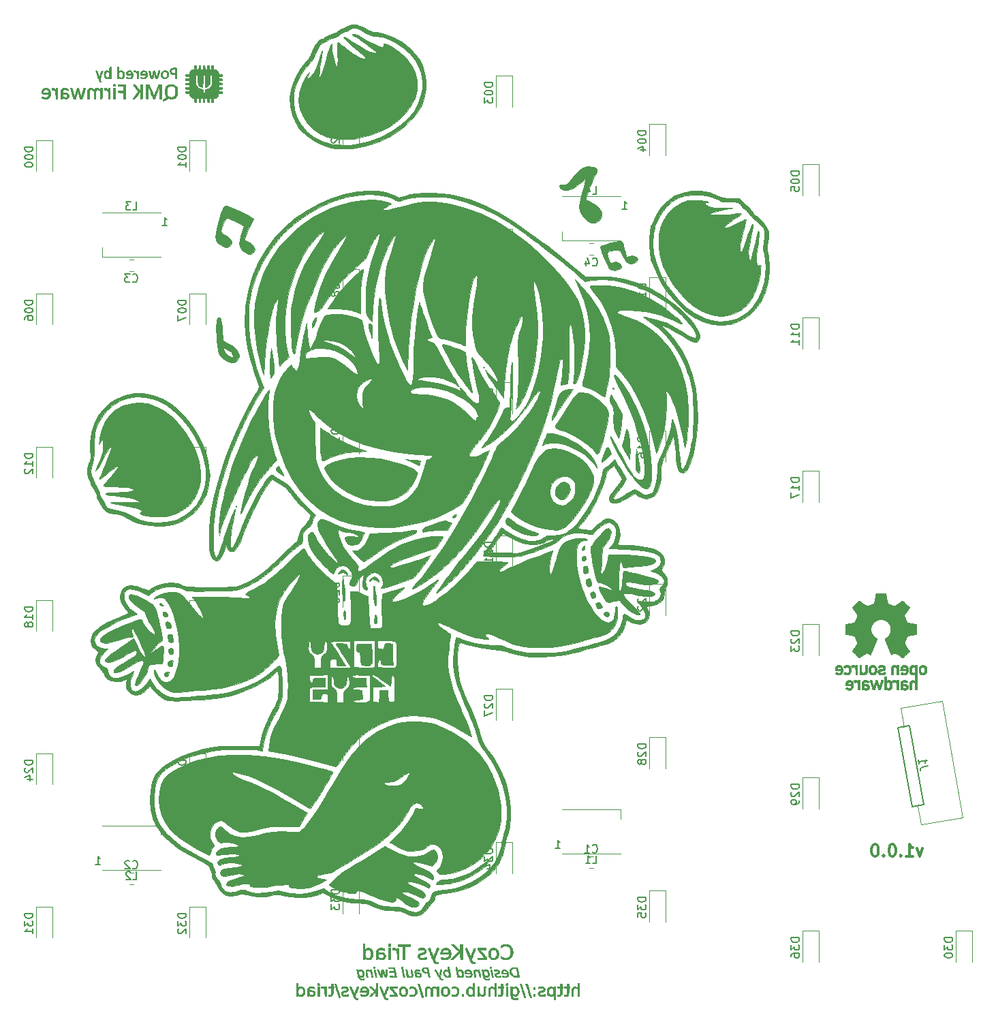
<source format=gbo>
G04 #@! TF.GenerationSoftware,KiCad,Pcbnew,5.1.5+dfsg1-2build2*
G04 #@! TF.CreationDate,2020-05-17T17:42:05-07:00*
G04 #@! TF.ProjectId,triad_left,74726961-645f-46c6-9566-742e6b696361,rev?*
G04 #@! TF.SameCoordinates,Original*
G04 #@! TF.FileFunction,Legend,Bot*
G04 #@! TF.FilePolarity,Positive*
%FSLAX46Y46*%
G04 Gerber Fmt 4.6, Leading zero omitted, Abs format (unit mm)*
G04 Created by KiCad (PCBNEW 5.1.5+dfsg1-2build2) date 2020-05-17 17:42:05*
%MOMM*%
%LPD*%
G04 APERTURE LIST*
%ADD10C,0.300000*%
%ADD11C,0.006500*%
%ADD12C,0.002500*%
%ADD13C,0.010000*%
%ADD14C,0.003000*%
%ADD15C,0.120000*%
%ADD16C,0.150000*%
G04 APERTURE END LIST*
D10*
X156714285Y-120678571D02*
X156357142Y-121678571D01*
X156000000Y-120678571D01*
X154642857Y-121678571D02*
X155500000Y-121678571D01*
X155071428Y-121678571D02*
X155071428Y-120178571D01*
X155214285Y-120392857D01*
X155357142Y-120535714D01*
X155500000Y-120607142D01*
X154000000Y-121535714D02*
X153928571Y-121607142D01*
X154000000Y-121678571D01*
X154071428Y-121607142D01*
X154000000Y-121535714D01*
X154000000Y-121678571D01*
X153000000Y-120178571D02*
X152857142Y-120178571D01*
X152714285Y-120250000D01*
X152642857Y-120321428D01*
X152571428Y-120464285D01*
X152500000Y-120750000D01*
X152500000Y-121107142D01*
X152571428Y-121392857D01*
X152642857Y-121535714D01*
X152714285Y-121607142D01*
X152857142Y-121678571D01*
X153000000Y-121678571D01*
X153142857Y-121607142D01*
X153214285Y-121535714D01*
X153285714Y-121392857D01*
X153357142Y-121107142D01*
X153357142Y-120750000D01*
X153285714Y-120464285D01*
X153214285Y-120321428D01*
X153142857Y-120250000D01*
X153000000Y-120178571D01*
X151857142Y-121535714D02*
X151785714Y-121607142D01*
X151857142Y-121678571D01*
X151928571Y-121607142D01*
X151857142Y-121535714D01*
X151857142Y-121678571D01*
X150857142Y-120178571D02*
X150714285Y-120178571D01*
X150571428Y-120250000D01*
X150500000Y-120321428D01*
X150428571Y-120464285D01*
X150357142Y-120750000D01*
X150357142Y-121107142D01*
X150428571Y-121392857D01*
X150500000Y-121535714D01*
X150571428Y-121607142D01*
X150714285Y-121678571D01*
X150857142Y-121678571D01*
X151000000Y-121607142D01*
X151071428Y-121535714D01*
X151142857Y-121392857D01*
X151214285Y-121107142D01*
X151214285Y-120750000D01*
X151142857Y-120464285D01*
X151071428Y-120321428D01*
X151000000Y-120250000D01*
X150857142Y-120178571D01*
D11*
G36*
X81818886Y-68514735D02*
G01*
X81808161Y-68820389D01*
X81806685Y-69266064D01*
X81813487Y-69799604D01*
X81827592Y-70368851D01*
X81848028Y-70921647D01*
X81873821Y-71405835D01*
X81902403Y-71754780D01*
X81962926Y-72142873D01*
X82040246Y-72413856D01*
X82103148Y-72499853D01*
X82269934Y-72459297D01*
X82579777Y-72332780D01*
X82898074Y-72181069D01*
X83900702Y-71777516D01*
X85055428Y-71508317D01*
X86382942Y-71366884D01*
X87605329Y-71297498D01*
X86796803Y-71024761D01*
X85575536Y-70545839D01*
X84317766Y-69933015D01*
X83139240Y-69243817D01*
X82909928Y-69092934D01*
X82475880Y-68803433D01*
X82123645Y-68573474D01*
X81898086Y-68432056D01*
X81839835Y-68401259D01*
X81818886Y-68514735D01*
G37*
X81818886Y-68514735D02*
X81808161Y-68820389D01*
X81806685Y-69266064D01*
X81813487Y-69799604D01*
X81827592Y-70368851D01*
X81848028Y-70921647D01*
X81873821Y-71405835D01*
X81902403Y-71754780D01*
X81962926Y-72142873D01*
X82040246Y-72413856D01*
X82103148Y-72499853D01*
X82269934Y-72459297D01*
X82579777Y-72332780D01*
X82898074Y-72181069D01*
X83900702Y-71777516D01*
X85055428Y-71508317D01*
X86382942Y-71366884D01*
X87605329Y-71297498D01*
X86796803Y-71024761D01*
X85575536Y-70545839D01*
X84317766Y-69933015D01*
X83139240Y-69243817D01*
X82909928Y-69092934D01*
X82475880Y-68803433D01*
X82123645Y-68573474D01*
X81898086Y-68432056D01*
X81839835Y-68401259D01*
X81818886Y-68514735D01*
G36*
X93228583Y-72679346D02*
G01*
X93637997Y-72855270D01*
X93947447Y-72985664D01*
X94100285Y-73046721D01*
X94106990Y-73048519D01*
X94159071Y-72949007D01*
X94213407Y-72794710D01*
X94260970Y-72578507D01*
X94252222Y-72504891D01*
X94119109Y-72477837D01*
X93805331Y-72439221D01*
X93374062Y-72396643D01*
X93293259Y-72389527D01*
X92376037Y-72310174D01*
X93228583Y-72679346D01*
G37*
X93228583Y-72679346D02*
X93637997Y-72855270D01*
X93947447Y-72985664D01*
X94100285Y-73046721D01*
X94106990Y-73048519D01*
X94159071Y-72949007D01*
X94213407Y-72794710D01*
X94260970Y-72578507D01*
X94252222Y-72504891D01*
X94119109Y-72477837D01*
X93805331Y-72439221D01*
X93374062Y-72396643D01*
X93293259Y-72389527D01*
X92376037Y-72310174D01*
X93228583Y-72679346D01*
G36*
X85489138Y-72170002D02*
G01*
X84380081Y-72370076D01*
X83412089Y-72680608D01*
X82621424Y-73098616D01*
X82476738Y-73203272D01*
X82356522Y-73310763D01*
X82322842Y-73427845D01*
X82387940Y-73613531D01*
X82564059Y-73926836D01*
X82660183Y-74087536D01*
X83303296Y-74943662D01*
X84139095Y-75721660D01*
X85119756Y-76387921D01*
X86197459Y-76908837D01*
X87080548Y-77194118D01*
X88092433Y-77395118D01*
X89087696Y-77492809D01*
X89986474Y-77481298D01*
X90356687Y-77435843D01*
X91329285Y-77158791D01*
X92171176Y-76676214D01*
X92647520Y-76255173D01*
X92946234Y-75893211D01*
X93256217Y-75429557D01*
X93541083Y-74930323D01*
X93764443Y-74461622D01*
X93889911Y-74089568D01*
X93904740Y-73970873D01*
X93792040Y-73802750D01*
X93477695Y-73590811D01*
X92997342Y-73350601D01*
X92386615Y-73097666D01*
X91681152Y-72847551D01*
X90916587Y-72615803D01*
X90610888Y-72533963D01*
X89300139Y-72262368D01*
X87985425Y-72113164D01*
X86703006Y-72083370D01*
X85489138Y-72170002D01*
G37*
X85489138Y-72170002D02*
X84380081Y-72370076D01*
X83412089Y-72680608D01*
X82621424Y-73098616D01*
X82476738Y-73203272D01*
X82356522Y-73310763D01*
X82322842Y-73427845D01*
X82387940Y-73613531D01*
X82564059Y-73926836D01*
X82660183Y-74087536D01*
X83303296Y-74943662D01*
X84139095Y-75721660D01*
X85119756Y-76387921D01*
X86197459Y-76908837D01*
X87080548Y-77194118D01*
X88092433Y-77395118D01*
X89087696Y-77492809D01*
X89986474Y-77481298D01*
X90356687Y-77435843D01*
X91329285Y-77158791D01*
X92171176Y-76676214D01*
X92647520Y-76255173D01*
X92946234Y-75893211D01*
X93256217Y-75429557D01*
X93541083Y-74930323D01*
X93764443Y-74461622D01*
X93889911Y-74089568D01*
X93904740Y-73970873D01*
X93792040Y-73802750D01*
X93477695Y-73590811D01*
X92997342Y-73350601D01*
X92386615Y-73097666D01*
X91681152Y-72847551D01*
X90916587Y-72615803D01*
X90610888Y-72533963D01*
X89300139Y-72262368D01*
X87985425Y-72113164D01*
X86703006Y-72083370D01*
X85489138Y-72170002D01*
G36*
X111717216Y-75233619D02*
G01*
X111372148Y-75511214D01*
X111131630Y-75899450D01*
X111022705Y-76337435D01*
X111072414Y-76764278D01*
X111270815Y-77084297D01*
X111631338Y-77298807D01*
X112030126Y-77280977D01*
X112437741Y-77033506D01*
X112503185Y-76971407D01*
X112766845Y-76585949D01*
X112876421Y-76156506D01*
X112843157Y-75740132D01*
X112678296Y-75393877D01*
X112393082Y-75174791D01*
X112139793Y-75127556D01*
X111717216Y-75233619D01*
G37*
X111717216Y-75233619D02*
X111372148Y-75511214D01*
X111131630Y-75899450D01*
X111022705Y-76337435D01*
X111072414Y-76764278D01*
X111270815Y-77084297D01*
X111631338Y-77298807D01*
X112030126Y-77280977D01*
X112437741Y-77033506D01*
X112503185Y-76971407D01*
X112766845Y-76585949D01*
X112876421Y-76156506D01*
X112843157Y-75740132D01*
X112678296Y-75393877D01*
X112393082Y-75174791D01*
X112139793Y-75127556D01*
X111717216Y-75233619D01*
G36*
X86345003Y-95713281D02*
G01*
X86342701Y-96032884D01*
X86426317Y-96190585D01*
X86559022Y-96247303D01*
X86702963Y-96317017D01*
X86779396Y-96471253D01*
X86808461Y-96772322D01*
X86811555Y-97028554D01*
X86827242Y-97457045D01*
X86886596Y-97707869D01*
X87008055Y-97846646D01*
X87048108Y-97870364D01*
X87468561Y-97988169D01*
X87891152Y-97937650D01*
X88077067Y-97842242D01*
X88174820Y-97736868D01*
X88233955Y-97562180D01*
X88260781Y-97268925D01*
X88261609Y-96807850D01*
X88253312Y-96466408D01*
X88217963Y-95245297D01*
X86383518Y-95245297D01*
X86345003Y-95713281D01*
G37*
X86345003Y-95713281D02*
X86342701Y-96032884D01*
X86426317Y-96190585D01*
X86559022Y-96247303D01*
X86702963Y-96317017D01*
X86779396Y-96471253D01*
X86808461Y-96772322D01*
X86811555Y-97028554D01*
X86827242Y-97457045D01*
X86886596Y-97707869D01*
X87008055Y-97846646D01*
X87048108Y-97870364D01*
X87468561Y-97988169D01*
X87891152Y-97937650D01*
X88077067Y-97842242D01*
X88174820Y-97736868D01*
X88233955Y-97562180D01*
X88260781Y-97268925D01*
X88261609Y-96807850D01*
X88253312Y-96466408D01*
X88217963Y-95245297D01*
X86383518Y-95245297D01*
X86345003Y-95713281D01*
G36*
X85833185Y-19518628D02*
G01*
X85927736Y-19616568D01*
X86165966Y-19785405D01*
X86291796Y-19864675D01*
X86669499Y-20107515D01*
X87112247Y-20411243D01*
X87576202Y-20743252D01*
X88017531Y-21070939D01*
X88392399Y-21361697D01*
X88656971Y-21582920D01*
X88767413Y-21702002D01*
X88768296Y-21706766D01*
X88673107Y-21819778D01*
X88403854Y-21799703D01*
X87985009Y-21656315D01*
X87441042Y-21399390D01*
X86796426Y-21038701D01*
X86259937Y-20704872D01*
X85755744Y-20383377D01*
X85323578Y-20117053D01*
X85005514Y-19931166D01*
X84843629Y-19850982D01*
X84835723Y-19849630D01*
X84744698Y-19881109D01*
X84776228Y-19986783D01*
X84946008Y-20183512D01*
X85269730Y-20488153D01*
X85763086Y-20917565D01*
X86077778Y-21183905D01*
X86557393Y-21594769D01*
X86961530Y-21955114D01*
X87256683Y-22233962D01*
X87409350Y-22400330D01*
X87423037Y-22427831D01*
X87319223Y-22515210D01*
X87145081Y-22540148D01*
X86843926Y-22456479D01*
X86391494Y-22214934D01*
X85810339Y-21829708D01*
X85123016Y-21314993D01*
X84840480Y-21089853D01*
X84477361Y-20810029D01*
X84188694Y-20613653D01*
X84023357Y-20533113D01*
X84005165Y-20536330D01*
X83982320Y-20678113D01*
X83970178Y-21013936D01*
X83969536Y-21493447D01*
X83981040Y-22061267D01*
X83990978Y-22727460D01*
X83976512Y-23203248D01*
X83938728Y-23468515D01*
X83902403Y-23518519D01*
X83761702Y-23419744D01*
X83698075Y-23304500D01*
X83602448Y-22982500D01*
X83493518Y-22509836D01*
X83388863Y-21977628D01*
X83306062Y-21476996D01*
X83262692Y-21099058D01*
X83260066Y-21034023D01*
X83255170Y-20644556D01*
X83092182Y-20950297D01*
X82994661Y-21194156D01*
X82860248Y-21610787D01*
X82709025Y-22135095D01*
X82601669Y-22540148D01*
X82433930Y-23147415D01*
X82248855Y-23737505D01*
X82074068Y-24225529D01*
X81984820Y-24435741D01*
X81695497Y-25047222D01*
X81685304Y-24531799D01*
X81704590Y-24188194D01*
X81764761Y-23686234D01*
X81855202Y-23106674D01*
X81917417Y-22766409D01*
X82029525Y-22149738D01*
X82090725Y-21728097D01*
X82101892Y-21510651D01*
X82063904Y-21506567D01*
X81977633Y-21725010D01*
X81856613Y-22129540D01*
X81672355Y-22777724D01*
X81528117Y-23243885D01*
X81402700Y-23582809D01*
X81274908Y-23849281D01*
X81123547Y-24098087D01*
X81056271Y-24198182D01*
X80741939Y-24618286D01*
X80489927Y-24879677D01*
X80319744Y-24973075D01*
X80250899Y-24889198D01*
X80302903Y-24618766D01*
X80328454Y-24544424D01*
X80456197Y-24191148D01*
X80209504Y-24496889D01*
X79844227Y-25065592D01*
X79520890Y-25784195D01*
X79279455Y-26558015D01*
X79217340Y-26847701D01*
X79155531Y-27833632D01*
X79317916Y-28811597D01*
X79685812Y-29744669D01*
X80240541Y-30595924D01*
X80963422Y-31328437D01*
X81754022Y-31862000D01*
X82662893Y-32235811D01*
X83719115Y-32468969D01*
X84865829Y-32555441D01*
X86046176Y-32489198D01*
X86689259Y-32385452D01*
X88104064Y-32015619D01*
X89400261Y-31507787D01*
X90562444Y-30877391D01*
X91575208Y-30139866D01*
X92423147Y-29310648D01*
X93090855Y-28405171D01*
X93562925Y-27438871D01*
X93823953Y-26427184D01*
X93858533Y-25385545D01*
X93842219Y-25218831D01*
X93612683Y-24264098D01*
X93164756Y-23343974D01*
X92524620Y-22489503D01*
X91718448Y-21731728D01*
X90772419Y-21101692D01*
X90095353Y-20775559D01*
X89811721Y-20665393D01*
X89697264Y-20660951D01*
X89696917Y-20770277D01*
X89712154Y-20831528D01*
X89709330Y-21015676D01*
X89528425Y-21071820D01*
X89485764Y-21072496D01*
X89188702Y-21011207D01*
X88748820Y-20846974D01*
X88229089Y-20609043D01*
X87692484Y-20326662D01*
X87201977Y-20029075D01*
X87119899Y-19973717D01*
X86777919Y-19770625D01*
X86416674Y-19604769D01*
X86098548Y-19498211D01*
X85885928Y-19473017D01*
X85833185Y-19518628D01*
G37*
X85833185Y-19518628D02*
X85927736Y-19616568D01*
X86165966Y-19785405D01*
X86291796Y-19864675D01*
X86669499Y-20107515D01*
X87112247Y-20411243D01*
X87576202Y-20743252D01*
X88017531Y-21070939D01*
X88392399Y-21361697D01*
X88656971Y-21582920D01*
X88767413Y-21702002D01*
X88768296Y-21706766D01*
X88673107Y-21819778D01*
X88403854Y-21799703D01*
X87985009Y-21656315D01*
X87441042Y-21399390D01*
X86796426Y-21038701D01*
X86259937Y-20704872D01*
X85755744Y-20383377D01*
X85323578Y-20117053D01*
X85005514Y-19931166D01*
X84843629Y-19850982D01*
X84835723Y-19849630D01*
X84744698Y-19881109D01*
X84776228Y-19986783D01*
X84946008Y-20183512D01*
X85269730Y-20488153D01*
X85763086Y-20917565D01*
X86077778Y-21183905D01*
X86557393Y-21594769D01*
X86961530Y-21955114D01*
X87256683Y-22233962D01*
X87409350Y-22400330D01*
X87423037Y-22427831D01*
X87319223Y-22515210D01*
X87145081Y-22540148D01*
X86843926Y-22456479D01*
X86391494Y-22214934D01*
X85810339Y-21829708D01*
X85123016Y-21314993D01*
X84840480Y-21089853D01*
X84477361Y-20810029D01*
X84188694Y-20613653D01*
X84023357Y-20533113D01*
X84005165Y-20536330D01*
X83982320Y-20678113D01*
X83970178Y-21013936D01*
X83969536Y-21493447D01*
X83981040Y-22061267D01*
X83990978Y-22727460D01*
X83976512Y-23203248D01*
X83938728Y-23468515D01*
X83902403Y-23518519D01*
X83761702Y-23419744D01*
X83698075Y-23304500D01*
X83602448Y-22982500D01*
X83493518Y-22509836D01*
X83388863Y-21977628D01*
X83306062Y-21476996D01*
X83262692Y-21099058D01*
X83260066Y-21034023D01*
X83255170Y-20644556D01*
X83092182Y-20950297D01*
X82994661Y-21194156D01*
X82860248Y-21610787D01*
X82709025Y-22135095D01*
X82601669Y-22540148D01*
X82433930Y-23147415D01*
X82248855Y-23737505D01*
X82074068Y-24225529D01*
X81984820Y-24435741D01*
X81695497Y-25047222D01*
X81685304Y-24531799D01*
X81704590Y-24188194D01*
X81764761Y-23686234D01*
X81855202Y-23106674D01*
X81917417Y-22766409D01*
X82029525Y-22149738D01*
X82090725Y-21728097D01*
X82101892Y-21510651D01*
X82063904Y-21506567D01*
X81977633Y-21725010D01*
X81856613Y-22129540D01*
X81672355Y-22777724D01*
X81528117Y-23243885D01*
X81402700Y-23582809D01*
X81274908Y-23849281D01*
X81123547Y-24098087D01*
X81056271Y-24198182D01*
X80741939Y-24618286D01*
X80489927Y-24879677D01*
X80319744Y-24973075D01*
X80250899Y-24889198D01*
X80302903Y-24618766D01*
X80328454Y-24544424D01*
X80456197Y-24191148D01*
X80209504Y-24496889D01*
X79844227Y-25065592D01*
X79520890Y-25784195D01*
X79279455Y-26558015D01*
X79217340Y-26847701D01*
X79155531Y-27833632D01*
X79317916Y-28811597D01*
X79685812Y-29744669D01*
X80240541Y-30595924D01*
X80963422Y-31328437D01*
X81754022Y-31862000D01*
X82662893Y-32235811D01*
X83719115Y-32468969D01*
X84865829Y-32555441D01*
X86046176Y-32489198D01*
X86689259Y-32385452D01*
X88104064Y-32015619D01*
X89400261Y-31507787D01*
X90562444Y-30877391D01*
X91575208Y-30139866D01*
X92423147Y-29310648D01*
X93090855Y-28405171D01*
X93562925Y-27438871D01*
X93823953Y-26427184D01*
X93858533Y-25385545D01*
X93842219Y-25218831D01*
X93612683Y-24264098D01*
X93164756Y-23343974D01*
X92524620Y-22489503D01*
X91718448Y-21731728D01*
X90772419Y-21101692D01*
X90095353Y-20775559D01*
X89811721Y-20665393D01*
X89697264Y-20660951D01*
X89696917Y-20770277D01*
X89712154Y-20831528D01*
X89709330Y-21015676D01*
X89528425Y-21071820D01*
X89485764Y-21072496D01*
X89188702Y-21011207D01*
X88748820Y-20846974D01*
X88229089Y-20609043D01*
X87692484Y-20326662D01*
X87201977Y-20029075D01*
X87119899Y-19973717D01*
X86777919Y-19770625D01*
X86416674Y-19604769D01*
X86098548Y-19498211D01*
X85885928Y-19473017D01*
X85833185Y-19518628D01*
G36*
X127936571Y-40118255D02*
G01*
X127505485Y-40168277D01*
X127124760Y-40276222D01*
X126775775Y-40423263D01*
X125881791Y-40965586D01*
X125115215Y-41695513D01*
X124506570Y-42576063D01*
X124086384Y-43570257D01*
X124037927Y-43740234D01*
X123926581Y-44378663D01*
X123877899Y-45156344D01*
X123891412Y-45976226D01*
X123966647Y-46741258D01*
X124054641Y-47187732D01*
X124444346Y-48345092D01*
X125003038Y-49495161D01*
X125701189Y-50603143D01*
X126509271Y-51634242D01*
X127397756Y-52553661D01*
X128337114Y-53326604D01*
X129297818Y-53918273D01*
X130027820Y-54226547D01*
X130895691Y-54441906D01*
X131736392Y-54516130D01*
X132395090Y-54456397D01*
X133182373Y-54218824D01*
X133959206Y-53851726D01*
X134443057Y-53536185D01*
X134998737Y-52984715D01*
X135502492Y-52238447D01*
X135932502Y-51345316D01*
X136266945Y-50353257D01*
X136484004Y-49310207D01*
X136526532Y-48959149D01*
X136567257Y-48499446D01*
X136572842Y-48242631D01*
X136538008Y-48148829D01*
X136457479Y-48178166D01*
X136426413Y-48202693D01*
X136260887Y-48288229D01*
X136135518Y-48169605D01*
X136105491Y-48116011D01*
X135997100Y-47718167D01*
X135992611Y-47118249D01*
X136092218Y-46308229D01*
X136158090Y-45940073D01*
X136242408Y-45430154D01*
X136303024Y-44928562D01*
X136336990Y-44485253D01*
X136341356Y-44150183D01*
X136313173Y-43973309D01*
X136274496Y-43968294D01*
X136221488Y-44108446D01*
X136130585Y-44434985D01*
X136015736Y-44895261D01*
X135920739Y-45303362D01*
X135713619Y-46197692D01*
X135545873Y-46864507D01*
X135411246Y-47316587D01*
X135303481Y-47566714D01*
X135216321Y-47627670D01*
X135143508Y-47512237D01*
X135078788Y-47233197D01*
X135053289Y-47075473D01*
X135038438Y-46664740D01*
X135096833Y-46086616D01*
X135231648Y-45313648D01*
X135290388Y-45025715D01*
X135440960Y-44291400D01*
X135539460Y-43763706D01*
X135589358Y-43411048D01*
X135594120Y-43201845D01*
X135557216Y-43104513D01*
X135503394Y-43085926D01*
X135428473Y-43195492D01*
X135300010Y-43494385D01*
X135135554Y-43937900D01*
X134952655Y-44481330D01*
X134939311Y-44522908D01*
X134743982Y-45115677D01*
X134555900Y-45655169D01*
X134396978Y-46080375D01*
X134292357Y-46324087D01*
X134161816Y-46560931D01*
X134087451Y-46596033D01*
X134015595Y-46446193D01*
X134003794Y-46414425D01*
X133962779Y-46125579D01*
X134001031Y-45676439D01*
X134121826Y-45047915D01*
X134328442Y-44220922D01*
X134465502Y-43725108D01*
X134596739Y-43232634D01*
X134687625Y-42833445D01*
X134726603Y-42581937D01*
X134720517Y-42524789D01*
X134590913Y-42548833D01*
X134294286Y-42666526D01*
X133879785Y-42857078D01*
X133557275Y-43016848D01*
X132921356Y-43326063D01*
X132473587Y-43508224D01*
X132196354Y-43568509D01*
X132072042Y-43512098D01*
X132061185Y-43456777D01*
X132155237Y-43327072D01*
X132403067Y-43104074D01*
X132753190Y-42827498D01*
X133154117Y-42537059D01*
X133554363Y-42272475D01*
X133742759Y-42159647D01*
X134047290Y-41951732D01*
X134119205Y-41816016D01*
X133961449Y-41761412D01*
X133620463Y-41789777D01*
X133169826Y-41846097D01*
X132625218Y-41892800D01*
X132033794Y-41928574D01*
X131442711Y-41952111D01*
X130899127Y-41962101D01*
X130450196Y-41957233D01*
X130143076Y-41936197D01*
X130024922Y-41897683D01*
X130026826Y-41889613D01*
X130183138Y-41803672D01*
X130550635Y-41683130D01*
X131099611Y-41535773D01*
X131800361Y-41369390D01*
X132623177Y-41191769D01*
X132917259Y-41131849D01*
X133091257Y-41087161D01*
X133052930Y-41064027D01*
X132792702Y-41061940D01*
X132301001Y-41080392D01*
X132116677Y-41089364D01*
X131498454Y-41115145D01*
X131057454Y-41114450D01*
X130727090Y-41080403D01*
X130440780Y-41006131D01*
X130131937Y-40884759D01*
X130131013Y-40884362D01*
X129750735Y-40690159D01*
X129585673Y-40534073D01*
X129641794Y-40428807D01*
X129897644Y-40387656D01*
X130071617Y-40374195D01*
X130035356Y-40327351D01*
X129859852Y-40247969D01*
X129596965Y-40185656D01*
X129169949Y-40137198D01*
X128659206Y-40110919D01*
X128514592Y-40108686D01*
X127936571Y-40118255D01*
G37*
X127936571Y-40118255D02*
X127505485Y-40168277D01*
X127124760Y-40276222D01*
X126775775Y-40423263D01*
X125881791Y-40965586D01*
X125115215Y-41695513D01*
X124506570Y-42576063D01*
X124086384Y-43570257D01*
X124037927Y-43740234D01*
X123926581Y-44378663D01*
X123877899Y-45156344D01*
X123891412Y-45976226D01*
X123966647Y-46741258D01*
X124054641Y-47187732D01*
X124444346Y-48345092D01*
X125003038Y-49495161D01*
X125701189Y-50603143D01*
X126509271Y-51634242D01*
X127397756Y-52553661D01*
X128337114Y-53326604D01*
X129297818Y-53918273D01*
X130027820Y-54226547D01*
X130895691Y-54441906D01*
X131736392Y-54516130D01*
X132395090Y-54456397D01*
X133182373Y-54218824D01*
X133959206Y-53851726D01*
X134443057Y-53536185D01*
X134998737Y-52984715D01*
X135502492Y-52238447D01*
X135932502Y-51345316D01*
X136266945Y-50353257D01*
X136484004Y-49310207D01*
X136526532Y-48959149D01*
X136567257Y-48499446D01*
X136572842Y-48242631D01*
X136538008Y-48148829D01*
X136457479Y-48178166D01*
X136426413Y-48202693D01*
X136260887Y-48288229D01*
X136135518Y-48169605D01*
X136105491Y-48116011D01*
X135997100Y-47718167D01*
X135992611Y-47118249D01*
X136092218Y-46308229D01*
X136158090Y-45940073D01*
X136242408Y-45430154D01*
X136303024Y-44928562D01*
X136336990Y-44485253D01*
X136341356Y-44150183D01*
X136313173Y-43973309D01*
X136274496Y-43968294D01*
X136221488Y-44108446D01*
X136130585Y-44434985D01*
X136015736Y-44895261D01*
X135920739Y-45303362D01*
X135713619Y-46197692D01*
X135545873Y-46864507D01*
X135411246Y-47316587D01*
X135303481Y-47566714D01*
X135216321Y-47627670D01*
X135143508Y-47512237D01*
X135078788Y-47233197D01*
X135053289Y-47075473D01*
X135038438Y-46664740D01*
X135096833Y-46086616D01*
X135231648Y-45313648D01*
X135290388Y-45025715D01*
X135440960Y-44291400D01*
X135539460Y-43763706D01*
X135589358Y-43411048D01*
X135594120Y-43201845D01*
X135557216Y-43104513D01*
X135503394Y-43085926D01*
X135428473Y-43195492D01*
X135300010Y-43494385D01*
X135135554Y-43937900D01*
X134952655Y-44481330D01*
X134939311Y-44522908D01*
X134743982Y-45115677D01*
X134555900Y-45655169D01*
X134396978Y-46080375D01*
X134292357Y-46324087D01*
X134161816Y-46560931D01*
X134087451Y-46596033D01*
X134015595Y-46446193D01*
X134003794Y-46414425D01*
X133962779Y-46125579D01*
X134001031Y-45676439D01*
X134121826Y-45047915D01*
X134328442Y-44220922D01*
X134465502Y-43725108D01*
X134596739Y-43232634D01*
X134687625Y-42833445D01*
X134726603Y-42581937D01*
X134720517Y-42524789D01*
X134590913Y-42548833D01*
X134294286Y-42666526D01*
X133879785Y-42857078D01*
X133557275Y-43016848D01*
X132921356Y-43326063D01*
X132473587Y-43508224D01*
X132196354Y-43568509D01*
X132072042Y-43512098D01*
X132061185Y-43456777D01*
X132155237Y-43327072D01*
X132403067Y-43104074D01*
X132753190Y-42827498D01*
X133154117Y-42537059D01*
X133554363Y-42272475D01*
X133742759Y-42159647D01*
X134047290Y-41951732D01*
X134119205Y-41816016D01*
X133961449Y-41761412D01*
X133620463Y-41789777D01*
X133169826Y-41846097D01*
X132625218Y-41892800D01*
X132033794Y-41928574D01*
X131442711Y-41952111D01*
X130899127Y-41962101D01*
X130450196Y-41957233D01*
X130143076Y-41936197D01*
X130024922Y-41897683D01*
X130026826Y-41889613D01*
X130183138Y-41803672D01*
X130550635Y-41683130D01*
X131099611Y-41535773D01*
X131800361Y-41369390D01*
X132623177Y-41191769D01*
X132917259Y-41131849D01*
X133091257Y-41087161D01*
X133052930Y-41064027D01*
X132792702Y-41061940D01*
X132301001Y-41080392D01*
X132116677Y-41089364D01*
X131498454Y-41115145D01*
X131057454Y-41114450D01*
X130727090Y-41080403D01*
X130440780Y-41006131D01*
X130131937Y-40884759D01*
X130131013Y-40884362D01*
X129750735Y-40690159D01*
X129585673Y-40534073D01*
X129641794Y-40428807D01*
X129897644Y-40387656D01*
X130071617Y-40374195D01*
X130035356Y-40327351D01*
X129859852Y-40247969D01*
X129596965Y-40185656D01*
X129169949Y-40137198D01*
X128659206Y-40110919D01*
X128514592Y-40108686D01*
X127936571Y-40118255D01*
G36*
X58432140Y-65345062D02*
G01*
X57373181Y-65652532D01*
X56448052Y-66156910D01*
X55672848Y-66840711D01*
X55063666Y-67686451D01*
X54636601Y-68676646D01*
X54417701Y-69705835D01*
X54375401Y-70103357D01*
X54356285Y-70382757D01*
X54363400Y-70480297D01*
X54430542Y-70379986D01*
X54544992Y-70133489D01*
X54566192Y-70082834D01*
X54730048Y-69685371D01*
X54817761Y-70260496D01*
X54859331Y-70780970D01*
X54808807Y-71296376D01*
X54652761Y-71873110D01*
X54377764Y-72577569D01*
X54324075Y-72701442D01*
X54084949Y-73268469D01*
X53956008Y-73620730D01*
X53933442Y-73759865D01*
X54013442Y-73687514D01*
X54192199Y-73405314D01*
X54465904Y-72914906D01*
X54654328Y-72559334D01*
X55015332Y-71892865D01*
X55330028Y-71359811D01*
X55584815Y-70979669D01*
X55766093Y-70771937D01*
X55860259Y-70756113D01*
X55870592Y-70815735D01*
X55819489Y-71084702D01*
X55673587Y-71543489D01*
X55443997Y-72161441D01*
X55141829Y-72907905D01*
X54941884Y-73377971D01*
X54724172Y-73893716D01*
X54548616Y-74332530D01*
X54435339Y-74642605D01*
X54403037Y-74765138D01*
X54484341Y-74760051D01*
X54698849Y-74616594D01*
X55002458Y-74364881D01*
X55045092Y-74326751D01*
X55534422Y-73906995D01*
X55980719Y-73563512D01*
X56347528Y-73321101D01*
X56598390Y-73204564D01*
X56685276Y-73210956D01*
X56655731Y-73340455D01*
X56496442Y-73603306D01*
X56243005Y-73952616D01*
X55931020Y-74341495D01*
X55596084Y-74723051D01*
X55328136Y-74998676D01*
X55049876Y-75283720D01*
X54914673Y-75484791D01*
X54942125Y-75616397D01*
X55151833Y-75693046D01*
X55563395Y-75729247D01*
X56196413Y-75739510D01*
X56329203Y-75739719D01*
X57225003Y-75761107D01*
X57916718Y-75823069D01*
X58393645Y-75923722D01*
X58645083Y-76061179D01*
X58683407Y-76154378D01*
X58567923Y-76231542D01*
X58248716Y-76304862D01*
X57766655Y-76369960D01*
X57162610Y-76422455D01*
X56477450Y-76457967D01*
X55752045Y-76472116D01*
X55717722Y-76472182D01*
X55379046Y-76494595D01*
X55169690Y-76550902D01*
X55136815Y-76589570D01*
X55179627Y-76658907D01*
X55328284Y-76719885D01*
X55613117Y-76777875D01*
X56064456Y-76838248D01*
X56712631Y-76906376D01*
X57170216Y-76949670D01*
X58028702Y-77060729D01*
X58657536Y-77215196D01*
X58912938Y-77321205D01*
X59211969Y-77488982D01*
X59392737Y-77619772D01*
X59417185Y-77656071D01*
X59301886Y-77678121D01*
X58983449Y-77688681D01*
X58503062Y-77687640D01*
X57901917Y-77674889D01*
X57491018Y-77661219D01*
X56769345Y-77636454D01*
X56265272Y-77626291D01*
X55952160Y-77632181D01*
X55803371Y-77655579D01*
X55792267Y-77697936D01*
X55870592Y-77749623D01*
X56122189Y-77832952D01*
X56546854Y-77924629D01*
X57074088Y-78010653D01*
X57389900Y-78051375D01*
X58068667Y-78154151D01*
X58676776Y-78290870D01*
X59172453Y-78447959D01*
X59513928Y-78611844D01*
X59659425Y-78768952D01*
X59661778Y-78789568D01*
X59572808Y-78913836D01*
X59539481Y-78918741D01*
X59420635Y-79001130D01*
X59417185Y-79026519D01*
X59531242Y-79152317D01*
X59840978Y-79262412D01*
X60297740Y-79352375D01*
X60852871Y-79417771D01*
X61457719Y-79454167D01*
X62063631Y-79457131D01*
X62621950Y-79422231D01*
X63036935Y-79356298D01*
X64062680Y-79024339D01*
X64930228Y-78524239D01*
X65573550Y-77948671D01*
X66241587Y-77063422D01*
X66693110Y-76074552D01*
X66927651Y-74993111D01*
X66944741Y-73830151D01*
X66743912Y-72596724D01*
X66324696Y-71303879D01*
X65895262Y-70358000D01*
X65168605Y-69108324D01*
X64340036Y-68011405D01*
X63428963Y-67080280D01*
X62454798Y-66327986D01*
X61436948Y-65767560D01*
X60394823Y-65412039D01*
X59347833Y-65274461D01*
X58432140Y-65345062D01*
G37*
X58432140Y-65345062D02*
X57373181Y-65652532D01*
X56448052Y-66156910D01*
X55672848Y-66840711D01*
X55063666Y-67686451D01*
X54636601Y-68676646D01*
X54417701Y-69705835D01*
X54375401Y-70103357D01*
X54356285Y-70382757D01*
X54363400Y-70480297D01*
X54430542Y-70379986D01*
X54544992Y-70133489D01*
X54566192Y-70082834D01*
X54730048Y-69685371D01*
X54817761Y-70260496D01*
X54859331Y-70780970D01*
X54808807Y-71296376D01*
X54652761Y-71873110D01*
X54377764Y-72577569D01*
X54324075Y-72701442D01*
X54084949Y-73268469D01*
X53956008Y-73620730D01*
X53933442Y-73759865D01*
X54013442Y-73687514D01*
X54192199Y-73405314D01*
X54465904Y-72914906D01*
X54654328Y-72559334D01*
X55015332Y-71892865D01*
X55330028Y-71359811D01*
X55584815Y-70979669D01*
X55766093Y-70771937D01*
X55860259Y-70756113D01*
X55870592Y-70815735D01*
X55819489Y-71084702D01*
X55673587Y-71543489D01*
X55443997Y-72161441D01*
X55141829Y-72907905D01*
X54941884Y-73377971D01*
X54724172Y-73893716D01*
X54548616Y-74332530D01*
X54435339Y-74642605D01*
X54403037Y-74765138D01*
X54484341Y-74760051D01*
X54698849Y-74616594D01*
X55002458Y-74364881D01*
X55045092Y-74326751D01*
X55534422Y-73906995D01*
X55980719Y-73563512D01*
X56347528Y-73321101D01*
X56598390Y-73204564D01*
X56685276Y-73210956D01*
X56655731Y-73340455D01*
X56496442Y-73603306D01*
X56243005Y-73952616D01*
X55931020Y-74341495D01*
X55596084Y-74723051D01*
X55328136Y-74998676D01*
X55049876Y-75283720D01*
X54914673Y-75484791D01*
X54942125Y-75616397D01*
X55151833Y-75693046D01*
X55563395Y-75729247D01*
X56196413Y-75739510D01*
X56329203Y-75739719D01*
X57225003Y-75761107D01*
X57916718Y-75823069D01*
X58393645Y-75923722D01*
X58645083Y-76061179D01*
X58683407Y-76154378D01*
X58567923Y-76231542D01*
X58248716Y-76304862D01*
X57766655Y-76369960D01*
X57162610Y-76422455D01*
X56477450Y-76457967D01*
X55752045Y-76472116D01*
X55717722Y-76472182D01*
X55379046Y-76494595D01*
X55169690Y-76550902D01*
X55136815Y-76589570D01*
X55179627Y-76658907D01*
X55328284Y-76719885D01*
X55613117Y-76777875D01*
X56064456Y-76838248D01*
X56712631Y-76906376D01*
X57170216Y-76949670D01*
X58028702Y-77060729D01*
X58657536Y-77215196D01*
X58912938Y-77321205D01*
X59211969Y-77488982D01*
X59392737Y-77619772D01*
X59417185Y-77656071D01*
X59301886Y-77678121D01*
X58983449Y-77688681D01*
X58503062Y-77687640D01*
X57901917Y-77674889D01*
X57491018Y-77661219D01*
X56769345Y-77636454D01*
X56265272Y-77626291D01*
X55952160Y-77632181D01*
X55803371Y-77655579D01*
X55792267Y-77697936D01*
X55870592Y-77749623D01*
X56122189Y-77832952D01*
X56546854Y-77924629D01*
X57074088Y-78010653D01*
X57389900Y-78051375D01*
X58068667Y-78154151D01*
X58676776Y-78290870D01*
X59172453Y-78447959D01*
X59513928Y-78611844D01*
X59659425Y-78768952D01*
X59661778Y-78789568D01*
X59572808Y-78913836D01*
X59539481Y-78918741D01*
X59420635Y-79001130D01*
X59417185Y-79026519D01*
X59531242Y-79152317D01*
X59840978Y-79262412D01*
X60297740Y-79352375D01*
X60852871Y-79417771D01*
X61457719Y-79454167D01*
X62063631Y-79457131D01*
X62621950Y-79422231D01*
X63036935Y-79356298D01*
X64062680Y-79024339D01*
X64930228Y-78524239D01*
X65573550Y-77948671D01*
X66241587Y-77063422D01*
X66693110Y-76074552D01*
X66927651Y-74993111D01*
X66944741Y-73830151D01*
X66743912Y-72596724D01*
X66324696Y-71303879D01*
X65895262Y-70358000D01*
X65168605Y-69108324D01*
X64340036Y-68011405D01*
X63428963Y-67080280D01*
X62454798Y-66327986D01*
X61436948Y-65767560D01*
X60394823Y-65412039D01*
X59347833Y-65274461D01*
X58432140Y-65345062D01*
G36*
X87009048Y-48740513D02*
G01*
X86775444Y-48926453D01*
X86395565Y-49258194D01*
X86320204Y-49324957D01*
X85556727Y-50060765D01*
X84756080Y-50934789D01*
X83988758Y-51865625D01*
X83325259Y-52771870D01*
X83290154Y-52823887D01*
X82787267Y-53573069D01*
X84157355Y-53631465D01*
X84973096Y-53686302D01*
X85600947Y-53777348D01*
X86096036Y-53913072D01*
X86169500Y-53940626D01*
X86811555Y-54191390D01*
X86812479Y-52521566D01*
X86835911Y-51353784D01*
X86910058Y-50338254D01*
X87042808Y-49386409D01*
X87135151Y-48899236D01*
X87158608Y-48742729D01*
X87126671Y-48684546D01*
X87009048Y-48740513D01*
G37*
X87009048Y-48740513D02*
X86775444Y-48926453D01*
X86395565Y-49258194D01*
X86320204Y-49324957D01*
X85556727Y-50060765D01*
X84756080Y-50934789D01*
X83988758Y-51865625D01*
X83325259Y-52771870D01*
X83290154Y-52823887D01*
X82787267Y-53573069D01*
X84157355Y-53631465D01*
X84973096Y-53686302D01*
X85600947Y-53777348D01*
X86096036Y-53913072D01*
X86169500Y-53940626D01*
X86811555Y-54191390D01*
X86812479Y-52521566D01*
X86835911Y-51353784D01*
X86910058Y-50338254D01*
X87042808Y-49386409D01*
X87135151Y-48899236D01*
X87158608Y-48742729D01*
X87126671Y-48684546D01*
X87009048Y-48740513D01*
G36*
X81251299Y-54739821D02*
G01*
X81148151Y-54773176D01*
X81029957Y-54921135D01*
X80918621Y-55213957D01*
X80837586Y-55556074D01*
X80810299Y-55851917D01*
X80847971Y-55996737D01*
X80918741Y-55925834D01*
X81041642Y-55682073D01*
X81153917Y-55410180D01*
X81283659Y-55054506D01*
X81361417Y-54806318D01*
X81372347Y-54731770D01*
X81251299Y-54739821D01*
G37*
X81251299Y-54739821D02*
X81148151Y-54773176D01*
X81029957Y-54921135D01*
X80918621Y-55213957D01*
X80837586Y-55556074D01*
X80810299Y-55851917D01*
X80847971Y-55996737D01*
X80918741Y-55925834D01*
X81041642Y-55682073D01*
X81153917Y-55410180D01*
X81283659Y-55054506D01*
X81361417Y-54806318D01*
X81372347Y-54731770D01*
X81251299Y-54739821D01*
G36*
X87824919Y-55484389D02*
G01*
X87829209Y-55615010D01*
X87880473Y-55908174D01*
X87961815Y-56290316D01*
X88056342Y-56687875D01*
X88147161Y-57027284D01*
X88217376Y-57234981D01*
X88233171Y-57262105D01*
X88255602Y-57176350D01*
X88271961Y-56902877D01*
X88279037Y-56498543D01*
X88279111Y-56449689D01*
X88267270Y-55972854D01*
X88224405Y-55688259D01*
X88139508Y-55544371D01*
X88078163Y-55509206D01*
X87880727Y-55468545D01*
X87824919Y-55484389D01*
G37*
X87824919Y-55484389D02*
X87829209Y-55615010D01*
X87880473Y-55908174D01*
X87961815Y-56290316D01*
X88056342Y-56687875D01*
X88147161Y-57027284D01*
X88217376Y-57234981D01*
X88233171Y-57262105D01*
X88255602Y-57176350D01*
X88271961Y-56902877D01*
X88279037Y-56498543D01*
X88279111Y-56449689D01*
X88267270Y-55972854D01*
X88224405Y-55688259D01*
X88139508Y-55544371D01*
X88078163Y-55509206D01*
X87880727Y-55468545D01*
X87824919Y-55484389D01*
G36*
X102098592Y-60880037D02*
G01*
X102159740Y-60941185D01*
X102220889Y-60880037D01*
X102159740Y-60818889D01*
X102098592Y-60880037D01*
G37*
X102098592Y-60880037D02*
X102159740Y-60941185D01*
X102220889Y-60880037D01*
X102159740Y-60818889D01*
X102098592Y-60880037D01*
G36*
X75653382Y-59473630D02*
G01*
X75607246Y-60096146D01*
X75584740Y-60796250D01*
X75588774Y-61336196D01*
X75621444Y-62281539D01*
X75887965Y-61886529D01*
X75998892Y-61714007D01*
X76067569Y-61555608D01*
X76095764Y-61360309D01*
X76085249Y-61077088D01*
X76037792Y-60654924D01*
X75955164Y-60042795D01*
X75952572Y-60023963D01*
X75750660Y-58556408D01*
X75653382Y-59473630D01*
G37*
X75653382Y-59473630D02*
X75607246Y-60096146D01*
X75584740Y-60796250D01*
X75588774Y-61336196D01*
X75621444Y-62281539D01*
X75887965Y-61886529D01*
X75998892Y-61714007D01*
X76067569Y-61555608D01*
X76095764Y-61360309D01*
X76085249Y-61077088D01*
X76037792Y-60654924D01*
X75955164Y-60042795D01*
X75952572Y-60023963D01*
X75750660Y-58556408D01*
X75653382Y-59473630D01*
G36*
X118157776Y-63466109D02*
G01*
X118180555Y-63509408D01*
X118295784Y-63626201D01*
X118317286Y-63631704D01*
X118325631Y-63552707D01*
X118302852Y-63509408D01*
X118187622Y-63392614D01*
X118166121Y-63387111D01*
X118157776Y-63466109D01*
G37*
X118157776Y-63466109D02*
X118180555Y-63509408D01*
X118295784Y-63626201D01*
X118317286Y-63631704D01*
X118325631Y-63552707D01*
X118302852Y-63509408D01*
X118187622Y-63392614D01*
X118166121Y-63387111D01*
X118157776Y-63466109D01*
G36*
X96997251Y-58052503D02*
G01*
X97021310Y-58185394D01*
X97147334Y-58489370D01*
X97354491Y-58923983D01*
X97621953Y-59448780D01*
X97928890Y-60023312D01*
X98254472Y-60607128D01*
X98577869Y-61159780D01*
X98702225Y-61363496D01*
X99041377Y-61891521D01*
X99400508Y-62417686D01*
X99757008Y-62913129D01*
X100088265Y-63348984D01*
X100371668Y-63696391D01*
X100584606Y-63926487D01*
X100704467Y-64010408D01*
X100711463Y-63928235D01*
X100630466Y-63608265D01*
X100522807Y-63107350D01*
X100399682Y-62486191D01*
X100272288Y-61805487D01*
X100151820Y-61125940D01*
X100049475Y-60508249D01*
X99976450Y-60013114D01*
X99952905Y-59815682D01*
X99869993Y-58995919D01*
X98996978Y-58634445D01*
X98386360Y-58396060D01*
X97836204Y-58207977D01*
X97390613Y-58083031D01*
X97093690Y-58034058D01*
X96997251Y-58052503D01*
G37*
X96997251Y-58052503D02*
X97021310Y-58185394D01*
X97147334Y-58489370D01*
X97354491Y-58923983D01*
X97621953Y-59448780D01*
X97928890Y-60023312D01*
X98254472Y-60607128D01*
X98577869Y-61159780D01*
X98702225Y-61363496D01*
X99041377Y-61891521D01*
X99400508Y-62417686D01*
X99757008Y-62913129D01*
X100088265Y-63348984D01*
X100371668Y-63696391D01*
X100584606Y-63926487D01*
X100704467Y-64010408D01*
X100711463Y-63928235D01*
X100630466Y-63608265D01*
X100522807Y-63107350D01*
X100399682Y-62486191D01*
X100272288Y-61805487D01*
X100151820Y-61125940D01*
X100049475Y-60508249D01*
X99976450Y-60013114D01*
X99952905Y-59815682D01*
X99869993Y-58995919D01*
X98996978Y-58634445D01*
X98386360Y-58396060D01*
X97836204Y-58207977D01*
X97390613Y-58083031D01*
X97093690Y-58034058D01*
X96997251Y-58052503D01*
G36*
X114016433Y-51110330D02*
G01*
X114634269Y-52575938D01*
X115061825Y-54083997D01*
X115300161Y-55655457D01*
X115350337Y-57311272D01*
X115213417Y-59072394D01*
X114890462Y-60959775D01*
X114581433Y-62263623D01*
X114467104Y-62720610D01*
X114417604Y-62995500D01*
X114431338Y-63141593D01*
X114506704Y-63212191D01*
X114552441Y-63230765D01*
X115309268Y-63519331D01*
X115893247Y-63788712D01*
X116370695Y-64070950D01*
X116545555Y-64193782D01*
X116862265Y-64403731D01*
X117096310Y-64517069D01*
X117184206Y-64516868D01*
X117231677Y-64363456D01*
X117314255Y-64021619D01*
X117420060Y-63542971D01*
X117529914Y-63015218D01*
X117640284Y-62427897D01*
X117718074Y-61890206D01*
X117768204Y-61337606D01*
X117795598Y-60705555D01*
X117805174Y-59929514D01*
X117804607Y-59412482D01*
X117798671Y-58603263D01*
X117784812Y-57985917D01*
X117757556Y-57507737D01*
X117711431Y-57116018D01*
X117640965Y-56758051D01*
X117540684Y-56381129D01*
X117462764Y-56120133D01*
X116948334Y-54712977D01*
X116288716Y-53422087D01*
X115452717Y-52195433D01*
X114409142Y-50980983D01*
X114334868Y-50902782D01*
X113468588Y-49995667D01*
X114016433Y-51110330D01*
G37*
X114016433Y-51110330D02*
X114634269Y-52575938D01*
X115061825Y-54083997D01*
X115300161Y-55655457D01*
X115350337Y-57311272D01*
X115213417Y-59072394D01*
X114890462Y-60959775D01*
X114581433Y-62263623D01*
X114467104Y-62720610D01*
X114417604Y-62995500D01*
X114431338Y-63141593D01*
X114506704Y-63212191D01*
X114552441Y-63230765D01*
X115309268Y-63519331D01*
X115893247Y-63788712D01*
X116370695Y-64070950D01*
X116545555Y-64193782D01*
X116862265Y-64403731D01*
X117096310Y-64517069D01*
X117184206Y-64516868D01*
X117231677Y-64363456D01*
X117314255Y-64021619D01*
X117420060Y-63542971D01*
X117529914Y-63015218D01*
X117640284Y-62427897D01*
X117718074Y-61890206D01*
X117768204Y-61337606D01*
X117795598Y-60705555D01*
X117805174Y-59929514D01*
X117804607Y-59412482D01*
X117798671Y-58603263D01*
X117784812Y-57985917D01*
X117757556Y-57507737D01*
X117711431Y-57116018D01*
X117640965Y-56758051D01*
X117540684Y-56381129D01*
X117462764Y-56120133D01*
X116948334Y-54712977D01*
X116288716Y-53422087D01*
X115452717Y-52195433D01*
X114409142Y-50980983D01*
X114334868Y-50902782D01*
X113468588Y-49995667D01*
X114016433Y-51110330D01*
G36*
X112287060Y-63710241D02*
G01*
X111840801Y-63917039D01*
X111535933Y-64208879D01*
X111511419Y-64250638D01*
X111433692Y-64448682D01*
X111316201Y-64809968D01*
X111173600Y-65282110D01*
X111020539Y-65812722D01*
X110871668Y-66349416D01*
X110741640Y-66839807D01*
X110645106Y-67231506D01*
X110596718Y-67472129D01*
X110596528Y-67521867D01*
X110670482Y-67445070D01*
X110827514Y-67207335D01*
X111015127Y-66891946D01*
X111238692Y-66524650D01*
X111560731Y-66025551D01*
X111937246Y-65461662D01*
X112304647Y-64927950D01*
X113212119Y-63631704D01*
X112785727Y-63631704D01*
X112287060Y-63710241D01*
G37*
X112287060Y-63710241D02*
X111840801Y-63917039D01*
X111535933Y-64208879D01*
X111511419Y-64250638D01*
X111433692Y-64448682D01*
X111316201Y-64809968D01*
X111173600Y-65282110D01*
X111020539Y-65812722D01*
X110871668Y-66349416D01*
X110741640Y-66839807D01*
X110645106Y-67231506D01*
X110596718Y-67472129D01*
X110596528Y-67521867D01*
X110670482Y-67445070D01*
X110827514Y-67207335D01*
X111015127Y-66891946D01*
X111238692Y-66524650D01*
X111560731Y-66025551D01*
X111937246Y-65461662D01*
X112304647Y-64927950D01*
X113212119Y-63631704D01*
X112785727Y-63631704D01*
X112287060Y-63710241D01*
G36*
X117847351Y-64706301D02*
G01*
X117808892Y-65029167D01*
X117913406Y-65314170D01*
X118024146Y-65477360D01*
X118152968Y-65675454D01*
X118232537Y-65885624D01*
X118272328Y-66168530D01*
X118281821Y-66584831D01*
X118273520Y-67073382D01*
X118265354Y-67651098D01*
X118282318Y-68059274D01*
X118336953Y-68372637D01*
X118441804Y-68665918D01*
X118594163Y-68983750D01*
X118944138Y-69675866D01*
X119081586Y-69034966D01*
X119168668Y-68553261D01*
X119250651Y-67975485D01*
X119295861Y-67567438D01*
X119327284Y-67088991D01*
X119300746Y-66741465D01*
X119196967Y-66414264D01*
X119035337Y-66072906D01*
X118773318Y-65589768D01*
X118476889Y-65093827D01*
X118323623Y-64859007D01*
X117949262Y-64313014D01*
X117847351Y-64706301D01*
G37*
X117847351Y-64706301D02*
X117808892Y-65029167D01*
X117913406Y-65314170D01*
X118024146Y-65477360D01*
X118152968Y-65675454D01*
X118232537Y-65885624D01*
X118272328Y-66168530D01*
X118281821Y-66584831D01*
X118273520Y-67073382D01*
X118265354Y-67651098D01*
X118282318Y-68059274D01*
X118336953Y-68372637D01*
X118441804Y-68665918D01*
X118594163Y-68983750D01*
X118944138Y-69675866D01*
X119081586Y-69034966D01*
X119168668Y-68553261D01*
X119250651Y-67975485D01*
X119295861Y-67567438D01*
X119327284Y-67088991D01*
X119300746Y-66741465D01*
X119196967Y-66414264D01*
X119035337Y-66072906D01*
X118773318Y-65589768D01*
X118476889Y-65093827D01*
X118323623Y-64859007D01*
X117949262Y-64313014D01*
X117847351Y-64706301D01*
G36*
X115893450Y-50728531D02*
G01*
X115528760Y-50762035D01*
X115362166Y-50817060D01*
X115382770Y-50951167D01*
X115535050Y-51192165D01*
X115649848Y-51332694D01*
X116625879Y-52626499D01*
X117417763Y-54063426D01*
X118015329Y-55614679D01*
X118408410Y-57251458D01*
X118586836Y-58944965D01*
X118595195Y-59673795D01*
X118576618Y-60791182D01*
X119225381Y-61569388D01*
X120317726Y-63044294D01*
X121275167Y-64690187D01*
X122103464Y-66519347D01*
X122808378Y-68544051D01*
X123243625Y-70133354D01*
X123585279Y-71519815D01*
X123784984Y-71052180D01*
X124235591Y-69803945D01*
X124575102Y-68459283D01*
X124793051Y-67087097D01*
X124878967Y-65756292D01*
X124822384Y-64535768D01*
X124800824Y-64365482D01*
X124707576Y-63692852D01*
X125056380Y-64085126D01*
X125324151Y-64484501D01*
X125613228Y-65088269D01*
X125911316Y-65858548D01*
X126206123Y-66757457D01*
X126485355Y-67747114D01*
X126736718Y-68789638D01*
X126947919Y-69847149D01*
X126973046Y-69991111D01*
X127130206Y-70908334D01*
X127274794Y-70247538D01*
X127343702Y-69853406D01*
X127418861Y-69295356D01*
X127490311Y-68653523D01*
X127539117Y-68121230D01*
X127589558Y-66291137D01*
X127445666Y-64494723D01*
X127114034Y-62772183D01*
X126601250Y-61163709D01*
X126273444Y-60403087D01*
X125759593Y-59396783D01*
X125237996Y-58556039D01*
X124655454Y-57806084D01*
X123958768Y-57072146D01*
X123784901Y-56905408D01*
X122890731Y-56129143D01*
X122026621Y-55533809D01*
X121124801Y-55076163D01*
X120594874Y-54869851D01*
X119895936Y-54620136D01*
X119395807Y-54434943D01*
X119061904Y-54299537D01*
X118861641Y-54199181D01*
X118762434Y-54119138D01*
X118731699Y-54044674D01*
X118730889Y-54026872D01*
X118846236Y-53878543D01*
X119177262Y-53785666D01*
X119701445Y-53748140D01*
X120396260Y-53765871D01*
X121239187Y-53838761D01*
X122207701Y-53966713D01*
X122688308Y-54043885D01*
X124120918Y-54384602D01*
X125510193Y-54923820D01*
X126142738Y-55238980D01*
X126555958Y-55440315D01*
X126772946Y-55500877D01*
X126793432Y-55419912D01*
X126617145Y-55196671D01*
X126243815Y-54830402D01*
X125875639Y-54497825D01*
X124322070Y-53274541D01*
X122680575Y-52277051D01*
X120937488Y-51498100D01*
X119220074Y-50965153D01*
X118792116Y-50883673D01*
X118243697Y-50816329D01*
X117627217Y-50765131D01*
X116995082Y-50732091D01*
X116399692Y-50719220D01*
X115893450Y-50728531D01*
G37*
X115893450Y-50728531D02*
X115528760Y-50762035D01*
X115362166Y-50817060D01*
X115382770Y-50951167D01*
X115535050Y-51192165D01*
X115649848Y-51332694D01*
X116625879Y-52626499D01*
X117417763Y-54063426D01*
X118015329Y-55614679D01*
X118408410Y-57251458D01*
X118586836Y-58944965D01*
X118595195Y-59673795D01*
X118576618Y-60791182D01*
X119225381Y-61569388D01*
X120317726Y-63044294D01*
X121275167Y-64690187D01*
X122103464Y-66519347D01*
X122808378Y-68544051D01*
X123243625Y-70133354D01*
X123585279Y-71519815D01*
X123784984Y-71052180D01*
X124235591Y-69803945D01*
X124575102Y-68459283D01*
X124793051Y-67087097D01*
X124878967Y-65756292D01*
X124822384Y-64535768D01*
X124800824Y-64365482D01*
X124707576Y-63692852D01*
X125056380Y-64085126D01*
X125324151Y-64484501D01*
X125613228Y-65088269D01*
X125911316Y-65858548D01*
X126206123Y-66757457D01*
X126485355Y-67747114D01*
X126736718Y-68789638D01*
X126947919Y-69847149D01*
X126973046Y-69991111D01*
X127130206Y-70908334D01*
X127274794Y-70247538D01*
X127343702Y-69853406D01*
X127418861Y-69295356D01*
X127490311Y-68653523D01*
X127539117Y-68121230D01*
X127589558Y-66291137D01*
X127445666Y-64494723D01*
X127114034Y-62772183D01*
X126601250Y-61163709D01*
X126273444Y-60403087D01*
X125759593Y-59396783D01*
X125237996Y-58556039D01*
X124655454Y-57806084D01*
X123958768Y-57072146D01*
X123784901Y-56905408D01*
X122890731Y-56129143D01*
X122026621Y-55533809D01*
X121124801Y-55076163D01*
X120594874Y-54869851D01*
X119895936Y-54620136D01*
X119395807Y-54434943D01*
X119061904Y-54299537D01*
X118861641Y-54199181D01*
X118762434Y-54119138D01*
X118731699Y-54044674D01*
X118730889Y-54026872D01*
X118846236Y-53878543D01*
X119177262Y-53785666D01*
X119701445Y-53748140D01*
X120396260Y-53765871D01*
X121239187Y-53838761D01*
X122207701Y-53966713D01*
X122688308Y-54043885D01*
X124120918Y-54384602D01*
X125510193Y-54923820D01*
X126142738Y-55238980D01*
X126555958Y-55440315D01*
X126772946Y-55500877D01*
X126793432Y-55419912D01*
X126617145Y-55196671D01*
X126243815Y-54830402D01*
X125875639Y-54497825D01*
X124322070Y-53274541D01*
X122680575Y-52277051D01*
X120937488Y-51498100D01*
X119220074Y-50965153D01*
X118792116Y-50883673D01*
X118243697Y-50816329D01*
X117627217Y-50765131D01*
X116995082Y-50732091D01*
X116399692Y-50719220D01*
X115893450Y-50728531D01*
G36*
X114036271Y-64021054D02*
G01*
X113828110Y-64114573D01*
X113610131Y-64327525D01*
X113364012Y-64640648D01*
X113085672Y-65026775D01*
X112752782Y-65513336D01*
X112390927Y-66059920D01*
X112025689Y-66626121D01*
X111682653Y-67171530D01*
X111387401Y-67655740D01*
X111165518Y-68038340D01*
X111042587Y-68278925D01*
X111026222Y-68333097D01*
X111134449Y-68440739D01*
X111412945Y-68564486D01*
X111667935Y-68641782D01*
X112302119Y-68859185D01*
X113019235Y-69193966D01*
X113766294Y-69612130D01*
X114490305Y-70079681D01*
X115138279Y-70562623D01*
X115657226Y-71026960D01*
X115971321Y-71402623D01*
X116163825Y-71644115D01*
X116309172Y-71663303D01*
X116447554Y-71452948D01*
X116508833Y-71305797D01*
X116870944Y-70297124D01*
X117177644Y-69281600D01*
X117415391Y-68314693D01*
X117570642Y-67451875D01*
X117629852Y-66748614D01*
X117630055Y-66713612D01*
X117560857Y-66244922D01*
X117334367Y-65808924D01*
X116922855Y-65363317D01*
X116534110Y-65041616D01*
X115710005Y-64477800D01*
X114985362Y-64132284D01*
X114354615Y-64002474D01*
X114301610Y-64001279D01*
X114036271Y-64021054D01*
G37*
X114036271Y-64021054D02*
X113828110Y-64114573D01*
X113610131Y-64327525D01*
X113364012Y-64640648D01*
X113085672Y-65026775D01*
X112752782Y-65513336D01*
X112390927Y-66059920D01*
X112025689Y-66626121D01*
X111682653Y-67171530D01*
X111387401Y-67655740D01*
X111165518Y-68038340D01*
X111042587Y-68278925D01*
X111026222Y-68333097D01*
X111134449Y-68440739D01*
X111412945Y-68564486D01*
X111667935Y-68641782D01*
X112302119Y-68859185D01*
X113019235Y-69193966D01*
X113766294Y-69612130D01*
X114490305Y-70079681D01*
X115138279Y-70562623D01*
X115657226Y-71026960D01*
X115971321Y-71402623D01*
X116163825Y-71644115D01*
X116309172Y-71663303D01*
X116447554Y-71452948D01*
X116508833Y-71305797D01*
X116870944Y-70297124D01*
X117177644Y-69281600D01*
X117415391Y-68314693D01*
X117570642Y-67451875D01*
X117629852Y-66748614D01*
X117630055Y-66713612D01*
X117560857Y-66244922D01*
X117334367Y-65808924D01*
X116922855Y-65363317D01*
X116534110Y-65041616D01*
X115710005Y-64477800D01*
X114985362Y-64132284D01*
X114354615Y-64002474D01*
X114301610Y-64001279D01*
X114036271Y-64021054D01*
G36*
X119831555Y-68730807D02*
G01*
X119796371Y-68975784D01*
X119704393Y-69365932D01*
X119583332Y-69790629D01*
X119335110Y-70594281D01*
X119768315Y-71454511D01*
X119978497Y-71857962D01*
X120149186Y-72159979D01*
X120250251Y-72307972D01*
X120261130Y-72314741D01*
X120287628Y-72201643D01*
X120308073Y-71899108D01*
X120319417Y-71462271D01*
X120320740Y-71236535D01*
X120301558Y-70575734D01*
X120249155Y-69929939D01*
X120171244Y-69353326D01*
X120075543Y-68900065D01*
X119969765Y-68624332D01*
X119943956Y-68590819D01*
X119854638Y-68585153D01*
X119831555Y-68730807D01*
G37*
X119831555Y-68730807D02*
X119796371Y-68975784D01*
X119704393Y-69365932D01*
X119583332Y-69790629D01*
X119335110Y-70594281D01*
X119768315Y-71454511D01*
X119978497Y-71857962D01*
X120149186Y-72159979D01*
X120250251Y-72307972D01*
X120261130Y-72314741D01*
X120287628Y-72201643D01*
X120308073Y-71899108D01*
X120319417Y-71462271D01*
X120320740Y-71236535D01*
X120301558Y-70575734D01*
X120249155Y-69929939D01*
X120171244Y-69353326D01*
X120075543Y-68900065D01*
X119969765Y-68624332D01*
X119943956Y-68590819D01*
X119854638Y-68585153D01*
X119831555Y-68730807D01*
G36*
X117448269Y-70865977D02*
G01*
X117421687Y-70916379D01*
X117245992Y-71299206D01*
X117071092Y-71734177D01*
X116921120Y-72153516D01*
X116820203Y-72489449D01*
X116792472Y-72674203D01*
X116793883Y-72679689D01*
X116892705Y-72665934D01*
X117111640Y-72506383D01*
X117404828Y-72234898D01*
X117428183Y-72211323D01*
X118018746Y-71611745D01*
X117779696Y-71145788D01*
X117625560Y-70867099D01*
X117529557Y-70783103D01*
X117448269Y-70865977D01*
G37*
X117448269Y-70865977D02*
X117421687Y-70916379D01*
X117245992Y-71299206D01*
X117071092Y-71734177D01*
X116921120Y-72153516D01*
X116820203Y-72489449D01*
X116792472Y-72674203D01*
X116793883Y-72679689D01*
X116892705Y-72665934D01*
X117111640Y-72506383D01*
X117404828Y-72234898D01*
X117428183Y-72211323D01*
X118018746Y-71611745D01*
X117779696Y-71145788D01*
X117625560Y-70867099D01*
X117529557Y-70783103D01*
X117448269Y-70865977D01*
G36*
X110059946Y-69090871D02*
G01*
X110045084Y-69103225D01*
X109963157Y-69260615D01*
X109830990Y-69573830D01*
X109709216Y-69889890D01*
X109451970Y-70583594D01*
X109868279Y-70409649D01*
X110532752Y-70253966D01*
X111306645Y-70273166D01*
X112148503Y-70449613D01*
X113016872Y-70765675D01*
X113870296Y-71203719D01*
X114667320Y-71746110D01*
X115366489Y-72375215D01*
X115843188Y-72951167D01*
X116081784Y-73280191D01*
X116207633Y-73421341D01*
X116242457Y-73391055D01*
X116214193Y-73231963D01*
X116058037Y-72749352D01*
X115806328Y-72301074D01*
X115419424Y-71827570D01*
X114993174Y-71397519D01*
X113889395Y-70489583D01*
X112677035Y-69785507D01*
X112138323Y-69548615D01*
X111627182Y-69364725D01*
X111106504Y-69214819D01*
X110633559Y-69111084D01*
X110265617Y-69065706D01*
X110059946Y-69090871D01*
G37*
X110059946Y-69090871D02*
X110045084Y-69103225D01*
X109963157Y-69260615D01*
X109830990Y-69573830D01*
X109709216Y-69889890D01*
X109451970Y-70583594D01*
X109868279Y-70409649D01*
X110532752Y-70253966D01*
X111306645Y-70273166D01*
X112148503Y-70449613D01*
X113016872Y-70765675D01*
X113870296Y-71203719D01*
X114667320Y-71746110D01*
X115366489Y-72375215D01*
X115843188Y-72951167D01*
X116081784Y-73280191D01*
X116207633Y-73421341D01*
X116242457Y-73391055D01*
X116214193Y-73231963D01*
X116058037Y-72749352D01*
X115806328Y-72301074D01*
X115419424Y-71827570D01*
X114993174Y-71397519D01*
X113889395Y-70489583D01*
X112677035Y-69785507D01*
X112138323Y-69548615D01*
X111627182Y-69364725D01*
X111106504Y-69214819D01*
X110633559Y-69111084D01*
X110265617Y-69065706D01*
X110059946Y-69090871D01*
G36*
X121040133Y-72246386D02*
G01*
X121007362Y-72845092D01*
X121008501Y-73254639D01*
X121047197Y-73528582D01*
X121127099Y-73720475D01*
X121142223Y-73744515D01*
X121343581Y-73987906D01*
X121473361Y-73999605D01*
X121528332Y-73782772D01*
X121510127Y-73384834D01*
X121449870Y-72914262D01*
X121362002Y-72342100D01*
X121282696Y-71886704D01*
X121123060Y-71030630D01*
X121040133Y-72246386D01*
G37*
X121040133Y-72246386D02*
X121007362Y-72845092D01*
X121008501Y-73254639D01*
X121047197Y-73528582D01*
X121127099Y-73720475D01*
X121142223Y-73744515D01*
X121343581Y-73987906D01*
X121473361Y-73999605D01*
X121528332Y-73782772D01*
X121510127Y-73384834D01*
X121449870Y-72914262D01*
X121362002Y-72342100D01*
X121282696Y-71886704D01*
X121123060Y-71030630D01*
X121040133Y-72246386D01*
G36*
X76513788Y-73253439D02*
G01*
X76416370Y-73354259D01*
X76326483Y-73548359D01*
X76421108Y-73726857D01*
X76599623Y-73903038D01*
X76841048Y-74099062D01*
X77076991Y-74265334D01*
X77239057Y-74352255D01*
X77272444Y-74344229D01*
X77220456Y-74178471D01*
X77092236Y-73900328D01*
X76929402Y-73588455D01*
X76773572Y-73321508D01*
X76666365Y-73178142D01*
X76651568Y-73170815D01*
X76513788Y-73253439D01*
G37*
X76513788Y-73253439D02*
X76416370Y-73354259D01*
X76326483Y-73548359D01*
X76421108Y-73726857D01*
X76599623Y-73903038D01*
X76841048Y-74099062D01*
X77076991Y-74265334D01*
X77239057Y-74352255D01*
X77272444Y-74344229D01*
X77220456Y-74178471D01*
X77092236Y-73900328D01*
X76929402Y-73588455D01*
X76773572Y-73321508D01*
X76666365Y-73178142D01*
X76651568Y-73170815D01*
X76513788Y-73253439D01*
G36*
X118363414Y-61892594D02*
G01*
X118395196Y-62158160D01*
X118548818Y-62563303D01*
X118815433Y-63077369D01*
X118848080Y-63133777D01*
X119364719Y-64100209D01*
X119875563Y-65207375D01*
X120367046Y-66412566D01*
X120825603Y-67673070D01*
X121237670Y-68946179D01*
X121589680Y-70189182D01*
X121868069Y-71359370D01*
X122059272Y-72414032D01*
X122149723Y-73310459D01*
X122155185Y-73546194D01*
X122126427Y-74178664D01*
X122034283Y-74596355D01*
X121869946Y-74822915D01*
X121657394Y-74882963D01*
X121385376Y-74836217D01*
X121108288Y-74683450D01*
X120812016Y-74405866D01*
X120482446Y-73984670D01*
X120105463Y-73401067D01*
X119666953Y-72636262D01*
X119152802Y-71671460D01*
X118948854Y-71276202D01*
X118580055Y-70571093D01*
X118279221Y-70025617D01*
X118055837Y-69655604D01*
X117919389Y-69476884D01*
X117878762Y-69490227D01*
X117936854Y-69726271D01*
X118100862Y-70130952D01*
X118349814Y-70663800D01*
X118662739Y-71284347D01*
X119018664Y-71952124D01*
X119396621Y-72626660D01*
X119775636Y-73267486D01*
X120111812Y-73799437D01*
X120588708Y-74469256D01*
X121072844Y-75052075D01*
X121533941Y-75517946D01*
X121941721Y-75836922D01*
X122265906Y-75979053D01*
X122320111Y-75983630D01*
X122540563Y-75928352D01*
X122708699Y-75724718D01*
X122814536Y-75491970D01*
X122945566Y-74960807D01*
X123003390Y-74239719D01*
X122991807Y-73370933D01*
X122914616Y-72396678D01*
X122775618Y-71359183D01*
X122578610Y-70300676D01*
X122327393Y-69263386D01*
X122220572Y-68890445D01*
X121869624Y-67823233D01*
X121453280Y-66724783D01*
X121004316Y-65674461D01*
X120555502Y-64751632D01*
X120375411Y-64422000D01*
X120087431Y-63943624D01*
X119753442Y-63430721D01*
X119403687Y-62924782D01*
X119068407Y-62467301D01*
X118777845Y-62099768D01*
X118562241Y-61863674D01*
X118462321Y-61797259D01*
X118363414Y-61892594D01*
G37*
X118363414Y-61892594D02*
X118395196Y-62158160D01*
X118548818Y-62563303D01*
X118815433Y-63077369D01*
X118848080Y-63133777D01*
X119364719Y-64100209D01*
X119875563Y-65207375D01*
X120367046Y-66412566D01*
X120825603Y-67673070D01*
X121237670Y-68946179D01*
X121589680Y-70189182D01*
X121868069Y-71359370D01*
X122059272Y-72414032D01*
X122149723Y-73310459D01*
X122155185Y-73546194D01*
X122126427Y-74178664D01*
X122034283Y-74596355D01*
X121869946Y-74822915D01*
X121657394Y-74882963D01*
X121385376Y-74836217D01*
X121108288Y-74683450D01*
X120812016Y-74405866D01*
X120482446Y-73984670D01*
X120105463Y-73401067D01*
X119666953Y-72636262D01*
X119152802Y-71671460D01*
X118948854Y-71276202D01*
X118580055Y-70571093D01*
X118279221Y-70025617D01*
X118055837Y-69655604D01*
X117919389Y-69476884D01*
X117878762Y-69490227D01*
X117936854Y-69726271D01*
X118100862Y-70130952D01*
X118349814Y-70663800D01*
X118662739Y-71284347D01*
X119018664Y-71952124D01*
X119396621Y-72626660D01*
X119775636Y-73267486D01*
X120111812Y-73799437D01*
X120588708Y-74469256D01*
X121072844Y-75052075D01*
X121533941Y-75517946D01*
X121941721Y-75836922D01*
X122265906Y-75979053D01*
X122320111Y-75983630D01*
X122540563Y-75928352D01*
X122708699Y-75724718D01*
X122814536Y-75491970D01*
X122945566Y-74960807D01*
X123003390Y-74239719D01*
X122991807Y-73370933D01*
X122914616Y-72396678D01*
X122775618Y-71359183D01*
X122578610Y-70300676D01*
X122327393Y-69263386D01*
X122220572Y-68890445D01*
X121869624Y-67823233D01*
X121453280Y-66724783D01*
X121004316Y-65674461D01*
X120555502Y-64751632D01*
X120375411Y-64422000D01*
X120087431Y-63943624D01*
X119753442Y-63430721D01*
X119403687Y-62924782D01*
X119068407Y-62467301D01*
X118777845Y-62099768D01*
X118562241Y-61863674D01*
X118462321Y-61797259D01*
X118363414Y-61892594D01*
G36*
X71320691Y-78103433D02*
G01*
X71306055Y-78248570D01*
X71320691Y-78266494D01*
X71393396Y-78249707D01*
X71402222Y-78184963D01*
X71357475Y-78084300D01*
X71320691Y-78103433D01*
G37*
X71320691Y-78103433D02*
X71306055Y-78248570D01*
X71320691Y-78266494D01*
X71393396Y-78249707D01*
X71402222Y-78184963D01*
X71357475Y-78084300D01*
X71320691Y-78103433D01*
G36*
X98380608Y-79322857D02*
G01*
X98374772Y-79327109D01*
X98225407Y-79459457D01*
X98276553Y-79536327D01*
X98349532Y-79567148D01*
X98566979Y-79537962D01*
X98676733Y-79403372D01*
X98736135Y-79208457D01*
X98631063Y-79180011D01*
X98380608Y-79322857D01*
G37*
X98380608Y-79322857D02*
X98374772Y-79327109D01*
X98225407Y-79459457D01*
X98276553Y-79536327D01*
X98349532Y-79567148D01*
X98566979Y-79537962D01*
X98676733Y-79403372D01*
X98736135Y-79208457D01*
X98631063Y-79180011D01*
X98380608Y-79322857D01*
G36*
X89178178Y-52340463D02*
G01*
X89132874Y-52612946D01*
X89094947Y-53040770D01*
X89065084Y-53594202D01*
X89043974Y-54243513D01*
X89032305Y-54958970D01*
X89030764Y-55710841D01*
X89040040Y-56469397D01*
X89060822Y-57204904D01*
X89093796Y-57887632D01*
X89139652Y-58487849D01*
X89145460Y-58547051D01*
X89209445Y-59352108D01*
X89215196Y-59928166D01*
X89161932Y-60283978D01*
X89048874Y-60428294D01*
X88977804Y-60426430D01*
X88811436Y-60275617D01*
X88596287Y-59929015D01*
X88437614Y-59607590D01*
X86206565Y-59607590D01*
X86198457Y-59714188D01*
X86025700Y-59644355D01*
X85691462Y-59393516D01*
X85485062Y-59216708D01*
X84755396Y-58643584D01*
X84040292Y-58243091D01*
X83250338Y-57966466D01*
X83139651Y-57937607D01*
X82632101Y-57793540D01*
X82313388Y-57668597D01*
X82198306Y-57571717D01*
X82301646Y-57511835D01*
X82415003Y-57499795D01*
X83395875Y-57551751D01*
X84298808Y-57813255D01*
X85089984Y-58270131D01*
X85716150Y-58883384D01*
X86046852Y-59329130D01*
X86206565Y-59607590D01*
X88437614Y-59607590D01*
X88348317Y-59426702D01*
X88083484Y-58808757D01*
X87817749Y-58115260D01*
X87567069Y-57386291D01*
X87347405Y-56661927D01*
X87174715Y-55982250D01*
X87136133Y-55801360D01*
X86975793Y-55009815D01*
X86305522Y-54740722D01*
X85398836Y-54458350D01*
X84433724Y-54298959D01*
X83490331Y-54269479D01*
X82648803Y-54376841D01*
X82509808Y-54412502D01*
X82361734Y-54556130D01*
X82162327Y-54895634D01*
X81929348Y-55392256D01*
X81680558Y-56007244D01*
X81433716Y-56701841D01*
X81367340Y-56905408D01*
X81200496Y-57378996D01*
X81014176Y-57838356D01*
X80922082Y-58036648D01*
X80729276Y-58364084D01*
X80573313Y-58492908D01*
X80449417Y-58414231D01*
X80352809Y-58119163D01*
X80278715Y-57598813D01*
X80222358Y-56844290D01*
X80215742Y-56721963D01*
X80145594Y-55376704D01*
X79875252Y-56477371D01*
X79747569Y-57063013D01*
X79612893Y-57789313D01*
X79489287Y-58553624D01*
X79412604Y-59106741D01*
X79287470Y-59996202D01*
X79164795Y-60649742D01*
X79042401Y-61075989D01*
X78918107Y-61283569D01*
X78856323Y-61308074D01*
X78724644Y-61220363D01*
X78520394Y-61002525D01*
X78462556Y-60930915D01*
X78167385Y-60553757D01*
X77650641Y-61140810D01*
X77204930Y-61746259D01*
X76776992Y-62503617D01*
X76412551Y-63321805D01*
X76157332Y-64109742D01*
X76154563Y-64120889D01*
X76057926Y-64707758D01*
X76003077Y-65469472D01*
X75988599Y-66340128D01*
X76013076Y-67253824D01*
X76075095Y-68144658D01*
X76173240Y-68946728D01*
X76268945Y-69447153D01*
X76824061Y-71412360D01*
X77525559Y-73206995D01*
X78368071Y-74824032D01*
X79346234Y-76256440D01*
X80454679Y-77497191D01*
X81688040Y-78539257D01*
X83040951Y-79375608D01*
X84257975Y-79911140D01*
X85693762Y-80339864D01*
X87261454Y-80635151D01*
X88881905Y-80787182D01*
X90475965Y-80786139D01*
X91007102Y-80748333D01*
X92948236Y-80469332D01*
X94875996Y-79995970D01*
X95051237Y-79942629D01*
X95622905Y-79742669D01*
X96283040Y-79475083D01*
X96986331Y-79162308D01*
X97687462Y-78826786D01*
X98341121Y-78490955D01*
X98901994Y-78177252D01*
X99324767Y-77908117D01*
X99561450Y-77709209D01*
X99718415Y-77477113D01*
X99960085Y-77063382D01*
X100266206Y-76507310D01*
X100616518Y-75848186D01*
X100990764Y-75125302D01*
X101368685Y-74377950D01*
X101730025Y-73645420D01*
X102054526Y-72967004D01*
X102321930Y-72381993D01*
X102397320Y-72208830D01*
X102822776Y-71214816D01*
X102244617Y-71507791D01*
X101637680Y-71778262D01*
X101101416Y-71947310D01*
X100670637Y-72010141D01*
X100654126Y-72007402D01*
X95702989Y-72007402D01*
X95561971Y-72176281D01*
X95348112Y-72296254D01*
X95237356Y-72314741D01*
X95029484Y-72425876D01*
X94940987Y-72651056D01*
X94650850Y-73865038D01*
X94316618Y-74870908D01*
X93923225Y-75703420D01*
X93455609Y-76397324D01*
X93180627Y-76712270D01*
X92514959Y-77280585D01*
X91728106Y-77743504D01*
X90922329Y-78041510D01*
X90878405Y-78052190D01*
X90262094Y-78142176D01*
X89495705Y-78172234D01*
X88665658Y-78144847D01*
X87858370Y-78062502D01*
X87239592Y-77947559D01*
X85909200Y-77526939D01*
X84705168Y-76945114D01*
X83646901Y-76219667D01*
X82753801Y-75368178D01*
X82045269Y-74408231D01*
X81540709Y-73357408D01*
X81320661Y-72583888D01*
X81274955Y-72240037D01*
X81235890Y-71709572D01*
X81206327Y-71050446D01*
X81189127Y-70320606D01*
X81185926Y-69854635D01*
X81184695Y-69094327D01*
X81177577Y-68537455D01*
X81159435Y-68142870D01*
X81125129Y-67869417D01*
X81069525Y-67675944D01*
X80987482Y-67521297D01*
X80875251Y-67366142D01*
X80647376Y-67004573D01*
X80473560Y-66615061D01*
X80382076Y-66274876D01*
X80399053Y-66064598D01*
X80502798Y-66104809D01*
X80733696Y-66292919D01*
X81054088Y-66596102D01*
X81315756Y-66863751D01*
X82502996Y-67944869D01*
X83888245Y-68905244D01*
X85452874Y-69737683D01*
X87178254Y-70434994D01*
X89045758Y-70989983D01*
X91036755Y-71395460D01*
X93132618Y-71644231D01*
X93813382Y-71689086D01*
X94453782Y-71728080D01*
X95004989Y-71770659D01*
X95421943Y-71812643D01*
X95659583Y-71849849D01*
X95695828Y-71863730D01*
X95702989Y-72007402D01*
X100654126Y-72007402D01*
X100380153Y-71961963D01*
X100264772Y-71797985D01*
X100264148Y-71780465D01*
X100338496Y-71632798D01*
X100539220Y-71345857D01*
X100832840Y-70965491D01*
X101080639Y-70662309D01*
X101943879Y-69551605D01*
X102713889Y-68406365D01*
X103360824Y-67276664D01*
X103541319Y-66887883D01*
X101469881Y-66887883D01*
X101469041Y-67080767D01*
X101335808Y-67111671D01*
X101312590Y-67103650D01*
X101191440Y-67111414D01*
X101204557Y-67290933D01*
X101214330Y-67504326D01*
X101086039Y-67525013D01*
X100827261Y-67356790D01*
X100445574Y-67003453D01*
X100272053Y-66823740D01*
X99355046Y-65952764D01*
X98452631Y-65295591D01*
X97844348Y-64972742D01*
X97022373Y-64675847D01*
X96069314Y-64440373D01*
X95095628Y-64289196D01*
X94325578Y-64244042D01*
X93695408Y-64218788D01*
X93268452Y-64146398D01*
X93111987Y-64076453D01*
X92965929Y-63947844D01*
X93000006Y-63844595D01*
X93180335Y-63716340D01*
X93796440Y-63447095D01*
X94570459Y-63321763D01*
X95465193Y-63336755D01*
X96443444Y-63488482D01*
X97468013Y-63773354D01*
X98501703Y-64187783D01*
X98613148Y-64240539D01*
X99578925Y-64761200D01*
X100330512Y-65297212D01*
X100898181Y-65871821D01*
X101104412Y-66153275D01*
X101345835Y-66567294D01*
X101469881Y-66887883D01*
X103541319Y-66887883D01*
X103854837Y-66212578D01*
X104046328Y-65686549D01*
X104107675Y-65472057D01*
X104115240Y-65294356D01*
X104047129Y-65100288D01*
X103881448Y-64836694D01*
X103596302Y-64450416D01*
X103467072Y-64280141D01*
X102781113Y-63343324D01*
X102221616Y-62493633D01*
X101738221Y-61649204D01*
X101280568Y-60728168D01*
X101275748Y-60717860D01*
X101048894Y-60250607D01*
X100856400Y-59887883D01*
X100722199Y-59672794D01*
X100674165Y-59634329D01*
X100655061Y-59795253D01*
X100688473Y-60164259D01*
X100769518Y-60711665D01*
X100893311Y-61407791D01*
X101054968Y-62222955D01*
X101247214Y-63116753D01*
X101409767Y-63857563D01*
X101519169Y-64397347D01*
X101578758Y-64773060D01*
X101591868Y-65021657D01*
X101561836Y-65180093D01*
X101491998Y-65285325D01*
X101446696Y-65326645D01*
X101230082Y-65353360D01*
X100903912Y-65180322D01*
X100483024Y-64818374D01*
X99982258Y-64278361D01*
X99932924Y-64220385D01*
X99572886Y-63796597D01*
X99345642Y-63537468D01*
X99227288Y-63419847D01*
X99193924Y-63420582D01*
X99221649Y-63516524D01*
X99230468Y-63539982D01*
X99260919Y-63688527D01*
X99181238Y-63738505D01*
X98959428Y-63686273D01*
X98563495Y-63528193D01*
X98365040Y-63441517D01*
X97615223Y-63163840D01*
X96711980Y-62913897D01*
X95746408Y-62713574D01*
X94809603Y-62584752D01*
X94791389Y-62583018D01*
X94361525Y-62529648D01*
X94046481Y-62466047D01*
X93906849Y-62404882D01*
X93904740Y-62397653D01*
X94017846Y-62278056D01*
X94320870Y-62177824D01*
X94759374Y-62105621D01*
X95278916Y-62070109D01*
X95825057Y-62079952D01*
X95877769Y-62083668D01*
X97016730Y-62273345D01*
X98044615Y-62654974D01*
X98565354Y-62953395D01*
X98854561Y-63138499D01*
X99047167Y-63250048D01*
X99084110Y-63264815D01*
X99040634Y-63169590D01*
X98886459Y-62910583D01*
X98646154Y-62527803D01*
X98356632Y-62080106D01*
X97984901Y-61484675D01*
X97562101Y-60763805D01*
X97142807Y-60012662D01*
X96812956Y-59388250D01*
X96501366Y-58783692D01*
X96269824Y-58361595D01*
X96090559Y-58084873D01*
X95935805Y-57916437D01*
X95777794Y-57819200D01*
X95591478Y-57756821D01*
X95211177Y-57618109D01*
X95069862Y-57478366D01*
X95169609Y-57341797D01*
X95347499Y-57262615D01*
X95707938Y-57136966D01*
X95247757Y-55967012D01*
X95007861Y-55332062D01*
X94764662Y-54646946D01*
X94558889Y-54027702D01*
X94499029Y-53833955D01*
X94357906Y-53391077D01*
X94234915Y-53055497D01*
X94150855Y-52882344D01*
X94135444Y-52870241D01*
X94069302Y-52986391D01*
X93994034Y-53313823D01*
X93912744Y-53819536D01*
X93828534Y-54470525D01*
X93744508Y-55233788D01*
X93663769Y-56076320D01*
X93589421Y-56965119D01*
X93524565Y-57867181D01*
X93472307Y-58749504D01*
X93435747Y-59579082D01*
X93417991Y-60322914D01*
X93416809Y-60513148D01*
X93398417Y-61456799D01*
X93347559Y-62203233D01*
X93265948Y-62740492D01*
X93155296Y-63056615D01*
X93040224Y-63142519D01*
X92887412Y-63033146D01*
X92664537Y-62726103D01*
X92456299Y-62371493D01*
X88279111Y-62371493D01*
X88197622Y-62514403D01*
X87989970Y-62754273D01*
X87840640Y-62904510D01*
X87458352Y-63307553D01*
X87220231Y-63676348D01*
X87101428Y-64084491D01*
X87077090Y-64605573D01*
X87103718Y-65086898D01*
X87183515Y-66125029D01*
X86875053Y-65835244D01*
X86625963Y-65509639D01*
X86449084Y-65122063D01*
X86445162Y-65108341D01*
X86328775Y-64340438D01*
X86429599Y-63671332D01*
X86744409Y-63111506D01*
X87177619Y-62729543D01*
X87558152Y-62509502D01*
X87905853Y-62362135D01*
X88164512Y-62305715D01*
X88277917Y-62358514D01*
X88279111Y-62371493D01*
X92456299Y-62371493D01*
X92386715Y-62252999D01*
X92069063Y-61645445D01*
X92058848Y-61624248D01*
X86517602Y-61624248D01*
X86477049Y-61787112D01*
X86289658Y-61759966D01*
X85962253Y-61538942D01*
X85501659Y-61120178D01*
X85488883Y-61107525D01*
X84649712Y-60421924D01*
X83902295Y-59991038D01*
X83491516Y-59799013D01*
X83177388Y-59678376D01*
X82883533Y-59616310D01*
X82533568Y-59599994D01*
X82051114Y-59616610D01*
X81762111Y-59631868D01*
X81204652Y-59668725D01*
X80714932Y-59713232D01*
X80360317Y-59758648D01*
X80237582Y-59784391D01*
X80054080Y-59817876D01*
X79990092Y-59721780D01*
X80002557Y-59457462D01*
X80065158Y-59180825D01*
X80228204Y-58981240D01*
X80555466Y-58782746D01*
X80579351Y-58770426D01*
X81279510Y-58540142D01*
X82076885Y-58491153D01*
X82924889Y-58606899D01*
X83776938Y-58870818D01*
X84586445Y-59266351D01*
X85306826Y-59776935D01*
X85891495Y-60386013D01*
X86130901Y-60743940D01*
X86404495Y-61275235D01*
X86517602Y-61624248D01*
X92058848Y-61624248D01*
X91726696Y-60935051D01*
X91374732Y-60153428D01*
X91028286Y-59332186D01*
X90702475Y-58502937D01*
X90412415Y-57697289D01*
X90355690Y-57528733D01*
X89855552Y-55831199D01*
X89536269Y-54297417D01*
X89430375Y-53442598D01*
X89382276Y-52983735D01*
X89326692Y-52582150D01*
X89288166Y-52380445D01*
X89230172Y-52253052D01*
X89178178Y-52340463D01*
G37*
X89178178Y-52340463D02*
X89132874Y-52612946D01*
X89094947Y-53040770D01*
X89065084Y-53594202D01*
X89043974Y-54243513D01*
X89032305Y-54958970D01*
X89030764Y-55710841D01*
X89040040Y-56469397D01*
X89060822Y-57204904D01*
X89093796Y-57887632D01*
X89139652Y-58487849D01*
X89145460Y-58547051D01*
X89209445Y-59352108D01*
X89215196Y-59928166D01*
X89161932Y-60283978D01*
X89048874Y-60428294D01*
X88977804Y-60426430D01*
X88811436Y-60275617D01*
X88596287Y-59929015D01*
X88437614Y-59607590D01*
X86206565Y-59607590D01*
X86198457Y-59714188D01*
X86025700Y-59644355D01*
X85691462Y-59393516D01*
X85485062Y-59216708D01*
X84755396Y-58643584D01*
X84040292Y-58243091D01*
X83250338Y-57966466D01*
X83139651Y-57937607D01*
X82632101Y-57793540D01*
X82313388Y-57668597D01*
X82198306Y-57571717D01*
X82301646Y-57511835D01*
X82415003Y-57499795D01*
X83395875Y-57551751D01*
X84298808Y-57813255D01*
X85089984Y-58270131D01*
X85716150Y-58883384D01*
X86046852Y-59329130D01*
X86206565Y-59607590D01*
X88437614Y-59607590D01*
X88348317Y-59426702D01*
X88083484Y-58808757D01*
X87817749Y-58115260D01*
X87567069Y-57386291D01*
X87347405Y-56661927D01*
X87174715Y-55982250D01*
X87136133Y-55801360D01*
X86975793Y-55009815D01*
X86305522Y-54740722D01*
X85398836Y-54458350D01*
X84433724Y-54298959D01*
X83490331Y-54269479D01*
X82648803Y-54376841D01*
X82509808Y-54412502D01*
X82361734Y-54556130D01*
X82162327Y-54895634D01*
X81929348Y-55392256D01*
X81680558Y-56007244D01*
X81433716Y-56701841D01*
X81367340Y-56905408D01*
X81200496Y-57378996D01*
X81014176Y-57838356D01*
X80922082Y-58036648D01*
X80729276Y-58364084D01*
X80573313Y-58492908D01*
X80449417Y-58414231D01*
X80352809Y-58119163D01*
X80278715Y-57598813D01*
X80222358Y-56844290D01*
X80215742Y-56721963D01*
X80145594Y-55376704D01*
X79875252Y-56477371D01*
X79747569Y-57063013D01*
X79612893Y-57789313D01*
X79489287Y-58553624D01*
X79412604Y-59106741D01*
X79287470Y-59996202D01*
X79164795Y-60649742D01*
X79042401Y-61075989D01*
X78918107Y-61283569D01*
X78856323Y-61308074D01*
X78724644Y-61220363D01*
X78520394Y-61002525D01*
X78462556Y-60930915D01*
X78167385Y-60553757D01*
X77650641Y-61140810D01*
X77204930Y-61746259D01*
X76776992Y-62503617D01*
X76412551Y-63321805D01*
X76157332Y-64109742D01*
X76154563Y-64120889D01*
X76057926Y-64707758D01*
X76003077Y-65469472D01*
X75988599Y-66340128D01*
X76013076Y-67253824D01*
X76075095Y-68144658D01*
X76173240Y-68946728D01*
X76268945Y-69447153D01*
X76824061Y-71412360D01*
X77525559Y-73206995D01*
X78368071Y-74824032D01*
X79346234Y-76256440D01*
X80454679Y-77497191D01*
X81688040Y-78539257D01*
X83040951Y-79375608D01*
X84257975Y-79911140D01*
X85693762Y-80339864D01*
X87261454Y-80635151D01*
X88881905Y-80787182D01*
X90475965Y-80786139D01*
X91007102Y-80748333D01*
X92948236Y-80469332D01*
X94875996Y-79995970D01*
X95051237Y-79942629D01*
X95622905Y-79742669D01*
X96283040Y-79475083D01*
X96986331Y-79162308D01*
X97687462Y-78826786D01*
X98341121Y-78490955D01*
X98901994Y-78177252D01*
X99324767Y-77908117D01*
X99561450Y-77709209D01*
X99718415Y-77477113D01*
X99960085Y-77063382D01*
X100266206Y-76507310D01*
X100616518Y-75848186D01*
X100990764Y-75125302D01*
X101368685Y-74377950D01*
X101730025Y-73645420D01*
X102054526Y-72967004D01*
X102321930Y-72381993D01*
X102397320Y-72208830D01*
X102822776Y-71214816D01*
X102244617Y-71507791D01*
X101637680Y-71778262D01*
X101101416Y-71947310D01*
X100670637Y-72010141D01*
X100654126Y-72007402D01*
X95702989Y-72007402D01*
X95561971Y-72176281D01*
X95348112Y-72296254D01*
X95237356Y-72314741D01*
X95029484Y-72425876D01*
X94940987Y-72651056D01*
X94650850Y-73865038D01*
X94316618Y-74870908D01*
X93923225Y-75703420D01*
X93455609Y-76397324D01*
X93180627Y-76712270D01*
X92514959Y-77280585D01*
X91728106Y-77743504D01*
X90922329Y-78041510D01*
X90878405Y-78052190D01*
X90262094Y-78142176D01*
X89495705Y-78172234D01*
X88665658Y-78144847D01*
X87858370Y-78062502D01*
X87239592Y-77947559D01*
X85909200Y-77526939D01*
X84705168Y-76945114D01*
X83646901Y-76219667D01*
X82753801Y-75368178D01*
X82045269Y-74408231D01*
X81540709Y-73357408D01*
X81320661Y-72583888D01*
X81274955Y-72240037D01*
X81235890Y-71709572D01*
X81206327Y-71050446D01*
X81189127Y-70320606D01*
X81185926Y-69854635D01*
X81184695Y-69094327D01*
X81177577Y-68537455D01*
X81159435Y-68142870D01*
X81125129Y-67869417D01*
X81069525Y-67675944D01*
X80987482Y-67521297D01*
X80875251Y-67366142D01*
X80647376Y-67004573D01*
X80473560Y-66615061D01*
X80382076Y-66274876D01*
X80399053Y-66064598D01*
X80502798Y-66104809D01*
X80733696Y-66292919D01*
X81054088Y-66596102D01*
X81315756Y-66863751D01*
X82502996Y-67944869D01*
X83888245Y-68905244D01*
X85452874Y-69737683D01*
X87178254Y-70434994D01*
X89045758Y-70989983D01*
X91036755Y-71395460D01*
X93132618Y-71644231D01*
X93813382Y-71689086D01*
X94453782Y-71728080D01*
X95004989Y-71770659D01*
X95421943Y-71812643D01*
X95659583Y-71849849D01*
X95695828Y-71863730D01*
X95702989Y-72007402D01*
X100654126Y-72007402D01*
X100380153Y-71961963D01*
X100264772Y-71797985D01*
X100264148Y-71780465D01*
X100338496Y-71632798D01*
X100539220Y-71345857D01*
X100832840Y-70965491D01*
X101080639Y-70662309D01*
X101943879Y-69551605D01*
X102713889Y-68406365D01*
X103360824Y-67276664D01*
X103541319Y-66887883D01*
X101469881Y-66887883D01*
X101469041Y-67080767D01*
X101335808Y-67111671D01*
X101312590Y-67103650D01*
X101191440Y-67111414D01*
X101204557Y-67290933D01*
X101214330Y-67504326D01*
X101086039Y-67525013D01*
X100827261Y-67356790D01*
X100445574Y-67003453D01*
X100272053Y-66823740D01*
X99355046Y-65952764D01*
X98452631Y-65295591D01*
X97844348Y-64972742D01*
X97022373Y-64675847D01*
X96069314Y-64440373D01*
X95095628Y-64289196D01*
X94325578Y-64244042D01*
X93695408Y-64218788D01*
X93268452Y-64146398D01*
X93111987Y-64076453D01*
X92965929Y-63947844D01*
X93000006Y-63844595D01*
X93180335Y-63716340D01*
X93796440Y-63447095D01*
X94570459Y-63321763D01*
X95465193Y-63336755D01*
X96443444Y-63488482D01*
X97468013Y-63773354D01*
X98501703Y-64187783D01*
X98613148Y-64240539D01*
X99578925Y-64761200D01*
X100330512Y-65297212D01*
X100898181Y-65871821D01*
X101104412Y-66153275D01*
X101345835Y-66567294D01*
X101469881Y-66887883D01*
X103541319Y-66887883D01*
X103854837Y-66212578D01*
X104046328Y-65686549D01*
X104107675Y-65472057D01*
X104115240Y-65294356D01*
X104047129Y-65100288D01*
X103881448Y-64836694D01*
X103596302Y-64450416D01*
X103467072Y-64280141D01*
X102781113Y-63343324D01*
X102221616Y-62493633D01*
X101738221Y-61649204D01*
X101280568Y-60728168D01*
X101275748Y-60717860D01*
X101048894Y-60250607D01*
X100856400Y-59887883D01*
X100722199Y-59672794D01*
X100674165Y-59634329D01*
X100655061Y-59795253D01*
X100688473Y-60164259D01*
X100769518Y-60711665D01*
X100893311Y-61407791D01*
X101054968Y-62222955D01*
X101247214Y-63116753D01*
X101409767Y-63857563D01*
X101519169Y-64397347D01*
X101578758Y-64773060D01*
X101591868Y-65021657D01*
X101561836Y-65180093D01*
X101491998Y-65285325D01*
X101446696Y-65326645D01*
X101230082Y-65353360D01*
X100903912Y-65180322D01*
X100483024Y-64818374D01*
X99982258Y-64278361D01*
X99932924Y-64220385D01*
X99572886Y-63796597D01*
X99345642Y-63537468D01*
X99227288Y-63419847D01*
X99193924Y-63420582D01*
X99221649Y-63516524D01*
X99230468Y-63539982D01*
X99260919Y-63688527D01*
X99181238Y-63738505D01*
X98959428Y-63686273D01*
X98563495Y-63528193D01*
X98365040Y-63441517D01*
X97615223Y-63163840D01*
X96711980Y-62913897D01*
X95746408Y-62713574D01*
X94809603Y-62584752D01*
X94791389Y-62583018D01*
X94361525Y-62529648D01*
X94046481Y-62466047D01*
X93906849Y-62404882D01*
X93904740Y-62397653D01*
X94017846Y-62278056D01*
X94320870Y-62177824D01*
X94759374Y-62105621D01*
X95278916Y-62070109D01*
X95825057Y-62079952D01*
X95877769Y-62083668D01*
X97016730Y-62273345D01*
X98044615Y-62654974D01*
X98565354Y-62953395D01*
X98854561Y-63138499D01*
X99047167Y-63250048D01*
X99084110Y-63264815D01*
X99040634Y-63169590D01*
X98886459Y-62910583D01*
X98646154Y-62527803D01*
X98356632Y-62080106D01*
X97984901Y-61484675D01*
X97562101Y-60763805D01*
X97142807Y-60012662D01*
X96812956Y-59388250D01*
X96501366Y-58783692D01*
X96269824Y-58361595D01*
X96090559Y-58084873D01*
X95935805Y-57916437D01*
X95777794Y-57819200D01*
X95591478Y-57756821D01*
X95211177Y-57618109D01*
X95069862Y-57478366D01*
X95169609Y-57341797D01*
X95347499Y-57262615D01*
X95707938Y-57136966D01*
X95247757Y-55967012D01*
X95007861Y-55332062D01*
X94764662Y-54646946D01*
X94558889Y-54027702D01*
X94499029Y-53833955D01*
X94357906Y-53391077D01*
X94234915Y-53055497D01*
X94150855Y-52882344D01*
X94135444Y-52870241D01*
X94069302Y-52986391D01*
X93994034Y-53313823D01*
X93912744Y-53819536D01*
X93828534Y-54470525D01*
X93744508Y-55233788D01*
X93663769Y-56076320D01*
X93589421Y-56965119D01*
X93524565Y-57867181D01*
X93472307Y-58749504D01*
X93435747Y-59579082D01*
X93417991Y-60322914D01*
X93416809Y-60513148D01*
X93398417Y-61456799D01*
X93347559Y-62203233D01*
X93265948Y-62740492D01*
X93155296Y-63056615D01*
X93040224Y-63142519D01*
X92887412Y-63033146D01*
X92664537Y-62726103D01*
X92456299Y-62371493D01*
X88279111Y-62371493D01*
X88197622Y-62514403D01*
X87989970Y-62754273D01*
X87840640Y-62904510D01*
X87458352Y-63307553D01*
X87220231Y-63676348D01*
X87101428Y-64084491D01*
X87077090Y-64605573D01*
X87103718Y-65086898D01*
X87183515Y-66125029D01*
X86875053Y-65835244D01*
X86625963Y-65509639D01*
X86449084Y-65122063D01*
X86445162Y-65108341D01*
X86328775Y-64340438D01*
X86429599Y-63671332D01*
X86744409Y-63111506D01*
X87177619Y-62729543D01*
X87558152Y-62509502D01*
X87905853Y-62362135D01*
X88164512Y-62305715D01*
X88277917Y-62358514D01*
X88279111Y-62371493D01*
X92456299Y-62371493D01*
X92386715Y-62252999D01*
X92069063Y-61645445D01*
X92058848Y-61624248D01*
X86517602Y-61624248D01*
X86477049Y-61787112D01*
X86289658Y-61759966D01*
X85962253Y-61538942D01*
X85501659Y-61120178D01*
X85488883Y-61107525D01*
X84649712Y-60421924D01*
X83902295Y-59991038D01*
X83491516Y-59799013D01*
X83177388Y-59678376D01*
X82883533Y-59616310D01*
X82533568Y-59599994D01*
X82051114Y-59616610D01*
X81762111Y-59631868D01*
X81204652Y-59668725D01*
X80714932Y-59713232D01*
X80360317Y-59758648D01*
X80237582Y-59784391D01*
X80054080Y-59817876D01*
X79990092Y-59721780D01*
X80002557Y-59457462D01*
X80065158Y-59180825D01*
X80228204Y-58981240D01*
X80555466Y-58782746D01*
X80579351Y-58770426D01*
X81279510Y-58540142D01*
X82076885Y-58491153D01*
X82924889Y-58606899D01*
X83776938Y-58870818D01*
X84586445Y-59266351D01*
X85306826Y-59776935D01*
X85891495Y-60386013D01*
X86130901Y-60743940D01*
X86404495Y-61275235D01*
X86517602Y-61624248D01*
X92058848Y-61624248D01*
X91726696Y-60935051D01*
X91374732Y-60153428D01*
X91028286Y-59332186D01*
X90702475Y-58502937D01*
X90412415Y-57697289D01*
X90355690Y-57528733D01*
X89855552Y-55831199D01*
X89536269Y-54297417D01*
X89430375Y-53442598D01*
X89382276Y-52983735D01*
X89326692Y-52582150D01*
X89288166Y-52380445D01*
X89230172Y-52253052D01*
X89178178Y-52340463D01*
G36*
X110282703Y-71015992D02*
G01*
X109954529Y-71137943D01*
X109491148Y-71477863D01*
X109039375Y-71986143D01*
X108660632Y-72591680D01*
X108610370Y-72693994D01*
X108088113Y-73797985D01*
X107654152Y-74709485D01*
X107293953Y-75457932D01*
X106992984Y-76072760D01*
X106736709Y-76583408D01*
X106510595Y-77019310D01*
X106300109Y-77409903D01*
X106139804Y-77697836D01*
X105504431Y-78824944D01*
X105849975Y-79186756D01*
X106196003Y-79465504D01*
X106717951Y-79783619D01*
X107356731Y-80112683D01*
X108053248Y-80424281D01*
X108748413Y-80689998D01*
X109364211Y-80876692D01*
X110411054Y-81071046D01*
X111297524Y-81086196D01*
X111837531Y-80986929D01*
X112224668Y-80781186D01*
X112681842Y-80388474D01*
X113183278Y-79846870D01*
X113703199Y-79194447D01*
X114215829Y-78469284D01*
X114695393Y-77709456D01*
X115116113Y-76953039D01*
X115452215Y-76238109D01*
X115531710Y-76014327D01*
X113533296Y-76014327D01*
X113516718Y-76484754D01*
X113448084Y-76811975D01*
X113299044Y-77096224D01*
X113181190Y-77259230D01*
X112766390Y-77674023D01*
X112285168Y-77956589D01*
X111847794Y-78057880D01*
X111593101Y-78015272D01*
X111252867Y-77904486D01*
X111200689Y-77883353D01*
X110810163Y-77599295D01*
X110515162Y-77153864D01*
X110352243Y-76623065D01*
X110351547Y-76118029D01*
X110562582Y-75468050D01*
X110933832Y-74941023D01*
X111426934Y-74573530D01*
X112003524Y-74402155D01*
X112159259Y-74394235D01*
X112527187Y-74446286D01*
X112865802Y-74634260D01*
X113076481Y-74812418D01*
X113325990Y-75056864D01*
X113462800Y-75268158D01*
X113520636Y-75535031D01*
X113533224Y-75946217D01*
X113533296Y-76014327D01*
X115531710Y-76014327D01*
X115677921Y-75602742D01*
X115760189Y-75192446D01*
X115749088Y-74465532D01*
X115544368Y-73803369D01*
X115128397Y-73163368D01*
X114750046Y-72752489D01*
X114047947Y-72158111D01*
X113272765Y-71666830D01*
X112466572Y-71292811D01*
X111671447Y-71050221D01*
X110929466Y-70953226D01*
X110282703Y-71015992D01*
G37*
X110282703Y-71015992D02*
X109954529Y-71137943D01*
X109491148Y-71477863D01*
X109039375Y-71986143D01*
X108660632Y-72591680D01*
X108610370Y-72693994D01*
X108088113Y-73797985D01*
X107654152Y-74709485D01*
X107293953Y-75457932D01*
X106992984Y-76072760D01*
X106736709Y-76583408D01*
X106510595Y-77019310D01*
X106300109Y-77409903D01*
X106139804Y-77697836D01*
X105504431Y-78824944D01*
X105849975Y-79186756D01*
X106196003Y-79465504D01*
X106717951Y-79783619D01*
X107356731Y-80112683D01*
X108053248Y-80424281D01*
X108748413Y-80689998D01*
X109364211Y-80876692D01*
X110411054Y-81071046D01*
X111297524Y-81086196D01*
X111837531Y-80986929D01*
X112224668Y-80781186D01*
X112681842Y-80388474D01*
X113183278Y-79846870D01*
X113703199Y-79194447D01*
X114215829Y-78469284D01*
X114695393Y-77709456D01*
X115116113Y-76953039D01*
X115452215Y-76238109D01*
X115531710Y-76014327D01*
X113533296Y-76014327D01*
X113516718Y-76484754D01*
X113448084Y-76811975D01*
X113299044Y-77096224D01*
X113181190Y-77259230D01*
X112766390Y-77674023D01*
X112285168Y-77956589D01*
X111847794Y-78057880D01*
X111593101Y-78015272D01*
X111252867Y-77904486D01*
X111200689Y-77883353D01*
X110810163Y-77599295D01*
X110515162Y-77153864D01*
X110352243Y-76623065D01*
X110351547Y-76118029D01*
X110562582Y-75468050D01*
X110933832Y-74941023D01*
X111426934Y-74573530D01*
X112003524Y-74402155D01*
X112159259Y-74394235D01*
X112527187Y-74446286D01*
X112865802Y-74634260D01*
X113076481Y-74812418D01*
X113325990Y-75056864D01*
X113462800Y-75268158D01*
X113520636Y-75535031D01*
X113533224Y-75946217D01*
X113533296Y-76014327D01*
X115531710Y-76014327D01*
X115677921Y-75602742D01*
X115760189Y-75192446D01*
X115749088Y-74465532D01*
X115544368Y-73803369D01*
X115128397Y-73163368D01*
X114750046Y-72752489D01*
X114047947Y-72158111D01*
X113272765Y-71666830D01*
X112466572Y-71292811D01*
X111671447Y-71050221D01*
X110929466Y-70953226D01*
X110282703Y-71015992D01*
G36*
X97232971Y-79944417D02*
G01*
X96946531Y-80009409D01*
X96535191Y-80140873D01*
X95953443Y-80346633D01*
X95739185Y-80423909D01*
X95184803Y-80634033D01*
X94826612Y-80798399D01*
X94625781Y-80939002D01*
X94543478Y-81077837D01*
X94538290Y-81104097D01*
X94546021Y-81303044D01*
X94599438Y-81349360D01*
X94771980Y-81320182D01*
X95090482Y-81264408D01*
X95250000Y-81236128D01*
X95655970Y-81185511D01*
X96190540Y-81147059D01*
X96736050Y-81129140D01*
X97671766Y-81120074D01*
X97923858Y-80692810D01*
X98175951Y-80265544D01*
X97797947Y-80070071D01*
X97613172Y-79982569D01*
X97440015Y-79938078D01*
X97232971Y-79944417D01*
G37*
X97232971Y-79944417D02*
X96946531Y-80009409D01*
X96535191Y-80140873D01*
X95953443Y-80346633D01*
X95739185Y-80423909D01*
X95184803Y-80634033D01*
X94826612Y-80798399D01*
X94625781Y-80939002D01*
X94543478Y-81077837D01*
X94538290Y-81104097D01*
X94546021Y-81303044D01*
X94599438Y-81349360D01*
X94771980Y-81320182D01*
X95090482Y-81264408D01*
X95250000Y-81236128D01*
X95655970Y-81185511D01*
X96190540Y-81147059D01*
X96736050Y-81129140D01*
X97671766Y-81120074D01*
X97923858Y-80692810D01*
X98175951Y-80265544D01*
X97797947Y-80070071D01*
X97613172Y-79982569D01*
X97440015Y-79938078D01*
X97232971Y-79944417D01*
G36*
X75424810Y-63733936D02*
G01*
X75249679Y-63989321D01*
X75000429Y-64387833D01*
X74698071Y-64893409D01*
X74363615Y-65469983D01*
X74018075Y-66081491D01*
X73682463Y-66691867D01*
X73377791Y-67265047D01*
X73198224Y-67616731D01*
X71969607Y-70283109D01*
X70951481Y-72952672D01*
X70118436Y-75693233D01*
X69994418Y-76167074D01*
X69769189Y-77119171D01*
X69572124Y-78091631D01*
X69411052Y-79033605D01*
X69293804Y-79894244D01*
X69228209Y-80622699D01*
X69222097Y-81168121D01*
X69222741Y-81178469D01*
X69262037Y-81787198D01*
X69421639Y-81182119D01*
X69584468Y-80653698D01*
X69829532Y-79975146D01*
X70141681Y-79179675D01*
X70505767Y-78300501D01*
X70906639Y-77370836D01*
X71329149Y-76423894D01*
X71758147Y-75492890D01*
X72178483Y-74611035D01*
X72575008Y-73811544D01*
X72932572Y-73127632D01*
X73236028Y-72592511D01*
X73470224Y-72239395D01*
X73535954Y-72161871D01*
X73839205Y-71888927D01*
X74024467Y-71818772D01*
X74091589Y-71939855D01*
X74040420Y-72240627D01*
X73870806Y-72709540D01*
X73582596Y-73335044D01*
X73552210Y-73395890D01*
X73296526Y-73952341D01*
X73058395Y-74579728D01*
X72821350Y-75327606D01*
X72568918Y-76245531D01*
X72448512Y-76716928D01*
X72273978Y-77426749D01*
X72125712Y-78057050D01*
X72012357Y-78568780D01*
X71942553Y-78922886D01*
X71924940Y-79080318D01*
X71925290Y-79081538D01*
X71988046Y-79039605D01*
X72116254Y-78817491D01*
X72283488Y-78461692D01*
X72302438Y-78418001D01*
X72866714Y-77243960D01*
X73552828Y-76037303D01*
X74316417Y-74866171D01*
X75113117Y-73798704D01*
X75881400Y-72920750D01*
X76418875Y-72364945D01*
X76108353Y-71453195D01*
X75638847Y-69797390D01*
X75368843Y-68142199D01*
X75283665Y-66444519D01*
X75292899Y-65778287D01*
X75319406Y-65149773D01*
X75359234Y-64625492D01*
X75408431Y-64271964D01*
X75414211Y-64246502D01*
X75484610Y-63913307D01*
X75511206Y-63696518D01*
X75504806Y-63657745D01*
X75424810Y-63733936D01*
G37*
X75424810Y-63733936D02*
X75249679Y-63989321D01*
X75000429Y-64387833D01*
X74698071Y-64893409D01*
X74363615Y-65469983D01*
X74018075Y-66081491D01*
X73682463Y-66691867D01*
X73377791Y-67265047D01*
X73198224Y-67616731D01*
X71969607Y-70283109D01*
X70951481Y-72952672D01*
X70118436Y-75693233D01*
X69994418Y-76167074D01*
X69769189Y-77119171D01*
X69572124Y-78091631D01*
X69411052Y-79033605D01*
X69293804Y-79894244D01*
X69228209Y-80622699D01*
X69222097Y-81168121D01*
X69222741Y-81178469D01*
X69262037Y-81787198D01*
X69421639Y-81182119D01*
X69584468Y-80653698D01*
X69829532Y-79975146D01*
X70141681Y-79179675D01*
X70505767Y-78300501D01*
X70906639Y-77370836D01*
X71329149Y-76423894D01*
X71758147Y-75492890D01*
X72178483Y-74611035D01*
X72575008Y-73811544D01*
X72932572Y-73127632D01*
X73236028Y-72592511D01*
X73470224Y-72239395D01*
X73535954Y-72161871D01*
X73839205Y-71888927D01*
X74024467Y-71818772D01*
X74091589Y-71939855D01*
X74040420Y-72240627D01*
X73870806Y-72709540D01*
X73582596Y-73335044D01*
X73552210Y-73395890D01*
X73296526Y-73952341D01*
X73058395Y-74579728D01*
X72821350Y-75327606D01*
X72568918Y-76245531D01*
X72448512Y-76716928D01*
X72273978Y-77426749D01*
X72125712Y-78057050D01*
X72012357Y-78568780D01*
X71942553Y-78922886D01*
X71924940Y-79080318D01*
X71925290Y-79081538D01*
X71988046Y-79039605D01*
X72116254Y-78817491D01*
X72283488Y-78461692D01*
X72302438Y-78418001D01*
X72866714Y-77243960D01*
X73552828Y-76037303D01*
X74316417Y-74866171D01*
X75113117Y-73798704D01*
X75881400Y-72920750D01*
X76418875Y-72364945D01*
X76108353Y-71453195D01*
X75638847Y-69797390D01*
X75368843Y-68142199D01*
X75283665Y-66444519D01*
X75292899Y-65778287D01*
X75319406Y-65149773D01*
X75359234Y-64625492D01*
X75408431Y-64271964D01*
X75414211Y-64246502D01*
X75484610Y-63913307D01*
X75511206Y-63696518D01*
X75504806Y-63657745D01*
X75424810Y-63733936D01*
G36*
X105070656Y-79623921D02*
G01*
X104963345Y-79736387D01*
X104839798Y-79964314D01*
X104862028Y-80178449D01*
X105051759Y-80415274D01*
X105430715Y-80711271D01*
X105621811Y-80842135D01*
X106274328Y-81224142D01*
X106952403Y-81525309D01*
X107600944Y-81728297D01*
X108164859Y-81815763D01*
X108580296Y-81773360D01*
X108871017Y-81676022D01*
X108947185Y-81650415D01*
X108929510Y-81584344D01*
X108720126Y-81462377D01*
X108359224Y-81306389D01*
X108213407Y-81251057D01*
X107391275Y-80928039D01*
X106733007Y-80616980D01*
X106163237Y-80278881D01*
X105713411Y-79957320D01*
X105387044Y-79716438D01*
X105192481Y-79611104D01*
X105070656Y-79623921D01*
G37*
X105070656Y-79623921D02*
X104963345Y-79736387D01*
X104839798Y-79964314D01*
X104862028Y-80178449D01*
X105051759Y-80415274D01*
X105430715Y-80711271D01*
X105621811Y-80842135D01*
X106274328Y-81224142D01*
X106952403Y-81525309D01*
X107600944Y-81728297D01*
X108164859Y-81815763D01*
X108580296Y-81773360D01*
X108871017Y-81676022D01*
X108947185Y-81650415D01*
X108929510Y-81584344D01*
X108720126Y-81462377D01*
X108359224Y-81306389D01*
X108213407Y-81251057D01*
X107391275Y-80928039D01*
X106733007Y-80616980D01*
X106163237Y-80278881D01*
X105713411Y-79957320D01*
X105387044Y-79716438D01*
X105192481Y-79611104D01*
X105070656Y-79623921D01*
G36*
X114475650Y-83179359D02*
G01*
X114408484Y-83346641D01*
X114360598Y-83578910D01*
X114415233Y-83636331D01*
X114542241Y-83600214D01*
X114655235Y-83470757D01*
X114693893Y-83266098D01*
X114648079Y-83104531D01*
X114587078Y-83076815D01*
X114475650Y-83179359D01*
G37*
X114475650Y-83179359D02*
X114408484Y-83346641D01*
X114360598Y-83578910D01*
X114415233Y-83636331D01*
X114542241Y-83600214D01*
X114655235Y-83470757D01*
X114693893Y-83266098D01*
X114648079Y-83104531D01*
X114587078Y-83076815D01*
X114475650Y-83179359D01*
G36*
X93504066Y-81101741D02*
G01*
X93152638Y-81161597D01*
X92895796Y-81212087D01*
X92457010Y-81279125D01*
X91841943Y-81345593D01*
X91118844Y-81405431D01*
X90355966Y-81452581D01*
X90009227Y-81468390D01*
X88009305Y-81548111D01*
X87791883Y-82121788D01*
X87434182Y-82852589D01*
X87002511Y-83356859D01*
X86500696Y-83630973D01*
X86143104Y-83683963D01*
X85780392Y-83688297D01*
X86444666Y-84360926D01*
X86776001Y-84679770D01*
X87051057Y-84914190D01*
X87219133Y-85021657D01*
X87235415Y-85024176D01*
X87380070Y-84950545D01*
X87672099Y-84758834D01*
X88065285Y-84480455D01*
X88401407Y-84231695D01*
X89905309Y-83220624D01*
X91514451Y-82362567D01*
X93156255Y-81695039D01*
X93568426Y-81560742D01*
X93748777Y-81398688D01*
X93782444Y-81265073D01*
X93768377Y-81150456D01*
X93692448Y-81097020D01*
X93504066Y-81101741D01*
G37*
X93504066Y-81101741D02*
X93152638Y-81161597D01*
X92895796Y-81212087D01*
X92457010Y-81279125D01*
X91841943Y-81345593D01*
X91118844Y-81405431D01*
X90355966Y-81452581D01*
X90009227Y-81468390D01*
X88009305Y-81548111D01*
X87791883Y-82121788D01*
X87434182Y-82852589D01*
X87002511Y-83356859D01*
X86500696Y-83630973D01*
X86143104Y-83683963D01*
X85780392Y-83688297D01*
X86444666Y-84360926D01*
X86776001Y-84679770D01*
X87051057Y-84914190D01*
X87219133Y-85021657D01*
X87235415Y-85024176D01*
X87380070Y-84950545D01*
X87672099Y-84758834D01*
X88065285Y-84480455D01*
X88401407Y-84231695D01*
X89905309Y-83220624D01*
X91514451Y-82362567D01*
X93156255Y-81695039D01*
X93568426Y-81560742D01*
X93748777Y-81398688D01*
X93782444Y-81265073D01*
X93768377Y-81150456D01*
X93692448Y-81097020D01*
X93504066Y-81101741D01*
G36*
X114403558Y-84436384D02*
G01*
X114332380Y-84673322D01*
X114348453Y-84827905D01*
X114453207Y-84942389D01*
X114655037Y-84903652D01*
X114852124Y-84754389D01*
X114854792Y-84551826D01*
X114728547Y-84340858D01*
X114556875Y-84313970D01*
X114403558Y-84436384D01*
G37*
X114403558Y-84436384D02*
X114332380Y-84673322D01*
X114348453Y-84827905D01*
X114453207Y-84942389D01*
X114655037Y-84903652D01*
X114852124Y-84754389D01*
X114854792Y-84551826D01*
X114728547Y-84340858D01*
X114556875Y-84313970D01*
X114403558Y-84436384D01*
G36*
X114847820Y-85569155D02*
G01*
X114720344Y-85603003D01*
X114521305Y-85721216D01*
X114472781Y-85960208D01*
X114554431Y-86331552D01*
X114652937Y-86510485D01*
X114832910Y-86498040D01*
X114902891Y-86468517D01*
X115087120Y-86334782D01*
X115121798Y-86114690D01*
X115099343Y-85965447D01*
X115041533Y-85674828D01*
X114978435Y-85562569D01*
X114847820Y-85569155D01*
G37*
X114847820Y-85569155D02*
X114720344Y-85603003D01*
X114521305Y-85721216D01*
X114472781Y-85960208D01*
X114554431Y-86331552D01*
X114652937Y-86510485D01*
X114832910Y-86498040D01*
X114902891Y-86468517D01*
X115087120Y-86334782D01*
X115121798Y-86114690D01*
X115099343Y-85965447D01*
X115041533Y-85674828D01*
X114978435Y-85562569D01*
X114847820Y-85569155D01*
G36*
X84542211Y-86031781D02*
G01*
X84318360Y-86160008D01*
X84155730Y-86341579D01*
X84048090Y-86519868D01*
X84090447Y-86557970D01*
X84320287Y-86480779D01*
X84349009Y-86469950D01*
X84641414Y-86393627D01*
X84852183Y-86460482D01*
X84970984Y-86556714D01*
X85151713Y-86696590D01*
X85217202Y-86661786D01*
X85221703Y-86600168D01*
X85120919Y-86352783D01*
X84885789Y-86134046D01*
X84617149Y-86028307D01*
X84542211Y-86031781D01*
G37*
X84542211Y-86031781D02*
X84318360Y-86160008D01*
X84155730Y-86341579D01*
X84048090Y-86519868D01*
X84090447Y-86557970D01*
X84320287Y-86480779D01*
X84349009Y-86469950D01*
X84641414Y-86393627D01*
X84852183Y-86460482D01*
X84970984Y-86556714D01*
X85151713Y-86696590D01*
X85217202Y-86661786D01*
X85221703Y-86600168D01*
X85120919Y-86352783D01*
X84885789Y-86134046D01*
X84617149Y-86028307D01*
X84542211Y-86031781D01*
G36*
X88401882Y-86931730D02*
G01*
X88217963Y-87040199D01*
X87998909Y-87227501D01*
X87912222Y-87384464D01*
X87951683Y-87464411D01*
X88058978Y-87381645D01*
X88349807Y-87245626D01*
X88695250Y-87298581D01*
X88911537Y-87437288D01*
X89077313Y-87570711D01*
X89131035Y-87532797D01*
X89135185Y-87440107D01*
X89040756Y-87234330D01*
X88829444Y-87040199D01*
X88590086Y-86910801D01*
X88401882Y-86931730D01*
G37*
X88401882Y-86931730D02*
X88217963Y-87040199D01*
X87998909Y-87227501D01*
X87912222Y-87384464D01*
X87951683Y-87464411D01*
X88058978Y-87381645D01*
X88349807Y-87245626D01*
X88695250Y-87298581D01*
X88911537Y-87437288D01*
X89077313Y-87570711D01*
X89131035Y-87532797D01*
X89135185Y-87440107D01*
X89040756Y-87234330D01*
X88829444Y-87040199D01*
X88590086Y-86910801D01*
X88401882Y-86931730D01*
G36*
X114963774Y-87200671D02*
G01*
X114850198Y-87444975D01*
X114890241Y-87734514D01*
X115030826Y-88069730D01*
X115208584Y-88178616D01*
X115407207Y-88106836D01*
X115491746Y-87938508D01*
X115500211Y-87659593D01*
X115446788Y-87367321D01*
X115345666Y-87158921D01*
X115262408Y-87114466D01*
X114963774Y-87200671D01*
G37*
X114963774Y-87200671D02*
X114850198Y-87444975D01*
X114890241Y-87734514D01*
X115030826Y-88069730D01*
X115208584Y-88178616D01*
X115407207Y-88106836D01*
X115491746Y-87938508D01*
X115500211Y-87659593D01*
X115446788Y-87367321D01*
X115345666Y-87158921D01*
X115262408Y-87114466D01*
X114963774Y-87200671D01*
G36*
X81803027Y-79771807D02*
G01*
X81547979Y-80036101D01*
X81479532Y-80452837D01*
X81596520Y-81017715D01*
X81897773Y-81726438D01*
X82382124Y-82574705D01*
X82694510Y-83052648D01*
X83193606Y-83793462D01*
X83564901Y-84356284D01*
X83821305Y-84763181D01*
X83975726Y-85036225D01*
X84041075Y-85197488D01*
X84030260Y-85269038D01*
X83996264Y-85278148D01*
X83844585Y-85191480D01*
X83575756Y-84959289D01*
X83229998Y-84623300D01*
X82847531Y-84225237D01*
X82468574Y-83806822D01*
X82133345Y-83409779D01*
X81903901Y-83107539D01*
X81636828Y-82690182D01*
X81351604Y-82192841D01*
X81206615Y-81915675D01*
X81018311Y-81550154D01*
X80890441Y-81368512D01*
X80777232Y-81334295D01*
X80632914Y-81411051D01*
X80600906Y-81433275D01*
X80424912Y-81614118D01*
X80344837Y-81885664D01*
X80329852Y-82208142D01*
X80417078Y-82847565D01*
X80686254Y-83522013D01*
X81148622Y-84250761D01*
X81815428Y-85053082D01*
X82263503Y-85522741D01*
X82727806Y-85988672D01*
X83050451Y-86300294D01*
X83261236Y-86477737D01*
X83389960Y-86541127D01*
X83466422Y-86510596D01*
X83520418Y-86406270D01*
X83530934Y-86378878D01*
X83815128Y-85890294D01*
X84191355Y-85601847D01*
X84613669Y-85511715D01*
X85036126Y-85618073D01*
X85412780Y-85919101D01*
X85697688Y-86412973D01*
X85716837Y-86465607D01*
X85785891Y-86814029D01*
X85696623Y-87140697D01*
X85658151Y-87218624D01*
X85494129Y-87621547D01*
X85504518Y-87880144D01*
X85691035Y-88023304D01*
X85706269Y-88028349D01*
X86025935Y-88033005D01*
X86300997Y-87885091D01*
X86440846Y-87638635D01*
X86444666Y-87588068D01*
X86514279Y-87386487D01*
X86685673Y-87128726D01*
X86902686Y-86878538D01*
X87109154Y-86699677D01*
X87248914Y-86655897D01*
X87259220Y-86663418D01*
X87270289Y-86814192D01*
X87204468Y-87089437D01*
X87192584Y-87124599D01*
X87069565Y-87669879D01*
X87100546Y-88118911D01*
X87248328Y-88387968D01*
X87487134Y-88560835D01*
X87631532Y-88520042D01*
X87667629Y-88342773D01*
X87611472Y-88108656D01*
X87545333Y-88029815D01*
X87463376Y-87867567D01*
X87423719Y-87569849D01*
X87423037Y-87524005D01*
X87530103Y-87077163D01*
X87809398Y-86695053D01*
X88198071Y-86443068D01*
X88523703Y-86378815D01*
X88962401Y-86490802D01*
X89327860Y-86786819D01*
X89564620Y-87206950D01*
X89624370Y-87567912D01*
X89588585Y-87913113D01*
X89500248Y-88160498D01*
X89477615Y-88188800D01*
X89405062Y-88288084D01*
X89456479Y-88326969D01*
X89651744Y-88300742D01*
X90010735Y-88204690D01*
X90553329Y-88034100D01*
X91299403Y-87784259D01*
X91561006Y-87694818D01*
X93436495Y-87051445D01*
X94263585Y-86011926D01*
X94630832Y-85543980D01*
X94963407Y-85108789D01*
X95217035Y-84764886D01*
X95322876Y-84611403D01*
X95470188Y-84373411D01*
X95482380Y-84294776D01*
X95357349Y-84329596D01*
X95310817Y-84348085D01*
X94847862Y-84522520D01*
X94264842Y-84726297D01*
X93608277Y-84944936D01*
X92924687Y-85163955D01*
X92260592Y-85368873D01*
X91662513Y-85545208D01*
X91176971Y-85678479D01*
X90850483Y-85754205D01*
X90755611Y-85766078D01*
X90452936Y-85734625D01*
X90379737Y-85639644D01*
X90530136Y-85484182D01*
X90898248Y-85271282D01*
X91478193Y-85003987D01*
X92264090Y-84685344D01*
X93250057Y-84318397D01*
X94190284Y-83988204D01*
X96249123Y-83280943D01*
X96666784Y-82660752D01*
X96887530Y-82318762D01*
X97038909Y-82057083D01*
X97084444Y-81947207D01*
X96972339Y-81885902D01*
X96671713Y-81857916D01*
X96236097Y-81861415D01*
X95719025Y-81894569D01*
X95174028Y-81955547D01*
X94729372Y-82027779D01*
X93337292Y-82387139D01*
X91933854Y-82939067D01*
X90496519Y-83694426D01*
X89002748Y-84664087D01*
X88488273Y-85036892D01*
X87854803Y-85503865D01*
X87386027Y-85838328D01*
X87052672Y-86056776D01*
X86825466Y-86175706D01*
X86675136Y-86211612D01*
X86572409Y-86180993D01*
X86526321Y-86142500D01*
X86453400Y-85956270D01*
X86524017Y-85790654D01*
X86560372Y-85667911D01*
X86510805Y-85505195D01*
X86352555Y-85266215D01*
X86062858Y-84914678D01*
X85757664Y-84568773D01*
X85125016Y-83810603D01*
X84664132Y-83129325D01*
X84341776Y-82468410D01*
X84132901Y-81805145D01*
X84064498Y-81393153D01*
X84086004Y-81130518D01*
X84186819Y-81046432D01*
X84356344Y-81170085D01*
X84361328Y-81176039D01*
X84614281Y-81312791D01*
X85051445Y-81367009D01*
X85083808Y-81367353D01*
X85428949Y-81405150D01*
X85832100Y-81499849D01*
X86222618Y-81627579D01*
X86529863Y-81764468D01*
X86683191Y-81886646D01*
X86689259Y-81909875D01*
X86577942Y-81932999D01*
X86284938Y-81930039D01*
X85871672Y-81901810D01*
X85835986Y-81898553D01*
X85308368Y-81873073D01*
X84995688Y-81928157D01*
X84876374Y-82082010D01*
X84928852Y-82352837D01*
X85032551Y-82576591D01*
X85177825Y-82807950D01*
X85356709Y-82919073D01*
X85658213Y-82952953D01*
X85815008Y-82954519D01*
X86244424Y-82919804D01*
X86531473Y-82794967D01*
X86662104Y-82677683D01*
X86837408Y-82438755D01*
X87032560Y-82101282D01*
X87200494Y-81756211D01*
X87294146Y-81494488D01*
X87300740Y-81443591D01*
X87190459Y-81397797D01*
X86900738Y-81326138D01*
X86493262Y-81243792D01*
X86475240Y-81240464D01*
X85420565Y-80999149D01*
X84339377Y-80668556D01*
X83338227Y-80283426D01*
X82864838Y-80063222D01*
X82401096Y-79844950D01*
X82091648Y-79742179D01*
X81883613Y-79740400D01*
X81803027Y-79771807D01*
G37*
X81803027Y-79771807D02*
X81547979Y-80036101D01*
X81479532Y-80452837D01*
X81596520Y-81017715D01*
X81897773Y-81726438D01*
X82382124Y-82574705D01*
X82694510Y-83052648D01*
X83193606Y-83793462D01*
X83564901Y-84356284D01*
X83821305Y-84763181D01*
X83975726Y-85036225D01*
X84041075Y-85197488D01*
X84030260Y-85269038D01*
X83996264Y-85278148D01*
X83844585Y-85191480D01*
X83575756Y-84959289D01*
X83229998Y-84623300D01*
X82847531Y-84225237D01*
X82468574Y-83806822D01*
X82133345Y-83409779D01*
X81903901Y-83107539D01*
X81636828Y-82690182D01*
X81351604Y-82192841D01*
X81206615Y-81915675D01*
X81018311Y-81550154D01*
X80890441Y-81368512D01*
X80777232Y-81334295D01*
X80632914Y-81411051D01*
X80600906Y-81433275D01*
X80424912Y-81614118D01*
X80344837Y-81885664D01*
X80329852Y-82208142D01*
X80417078Y-82847565D01*
X80686254Y-83522013D01*
X81148622Y-84250761D01*
X81815428Y-85053082D01*
X82263503Y-85522741D01*
X82727806Y-85988672D01*
X83050451Y-86300294D01*
X83261236Y-86477737D01*
X83389960Y-86541127D01*
X83466422Y-86510596D01*
X83520418Y-86406270D01*
X83530934Y-86378878D01*
X83815128Y-85890294D01*
X84191355Y-85601847D01*
X84613669Y-85511715D01*
X85036126Y-85618073D01*
X85412780Y-85919101D01*
X85697688Y-86412973D01*
X85716837Y-86465607D01*
X85785891Y-86814029D01*
X85696623Y-87140697D01*
X85658151Y-87218624D01*
X85494129Y-87621547D01*
X85504518Y-87880144D01*
X85691035Y-88023304D01*
X85706269Y-88028349D01*
X86025935Y-88033005D01*
X86300997Y-87885091D01*
X86440846Y-87638635D01*
X86444666Y-87588068D01*
X86514279Y-87386487D01*
X86685673Y-87128726D01*
X86902686Y-86878538D01*
X87109154Y-86699677D01*
X87248914Y-86655897D01*
X87259220Y-86663418D01*
X87270289Y-86814192D01*
X87204468Y-87089437D01*
X87192584Y-87124599D01*
X87069565Y-87669879D01*
X87100546Y-88118911D01*
X87248328Y-88387968D01*
X87487134Y-88560835D01*
X87631532Y-88520042D01*
X87667629Y-88342773D01*
X87611472Y-88108656D01*
X87545333Y-88029815D01*
X87463376Y-87867567D01*
X87423719Y-87569849D01*
X87423037Y-87524005D01*
X87530103Y-87077163D01*
X87809398Y-86695053D01*
X88198071Y-86443068D01*
X88523703Y-86378815D01*
X88962401Y-86490802D01*
X89327860Y-86786819D01*
X89564620Y-87206950D01*
X89624370Y-87567912D01*
X89588585Y-87913113D01*
X89500248Y-88160498D01*
X89477615Y-88188800D01*
X89405062Y-88288084D01*
X89456479Y-88326969D01*
X89651744Y-88300742D01*
X90010735Y-88204690D01*
X90553329Y-88034100D01*
X91299403Y-87784259D01*
X91561006Y-87694818D01*
X93436495Y-87051445D01*
X94263585Y-86011926D01*
X94630832Y-85543980D01*
X94963407Y-85108789D01*
X95217035Y-84764886D01*
X95322876Y-84611403D01*
X95470188Y-84373411D01*
X95482380Y-84294776D01*
X95357349Y-84329596D01*
X95310817Y-84348085D01*
X94847862Y-84522520D01*
X94264842Y-84726297D01*
X93608277Y-84944936D01*
X92924687Y-85163955D01*
X92260592Y-85368873D01*
X91662513Y-85545208D01*
X91176971Y-85678479D01*
X90850483Y-85754205D01*
X90755611Y-85766078D01*
X90452936Y-85734625D01*
X90379737Y-85639644D01*
X90530136Y-85484182D01*
X90898248Y-85271282D01*
X91478193Y-85003987D01*
X92264090Y-84685344D01*
X93250057Y-84318397D01*
X94190284Y-83988204D01*
X96249123Y-83280943D01*
X96666784Y-82660752D01*
X96887530Y-82318762D01*
X97038909Y-82057083D01*
X97084444Y-81947207D01*
X96972339Y-81885902D01*
X96671713Y-81857916D01*
X96236097Y-81861415D01*
X95719025Y-81894569D01*
X95174028Y-81955547D01*
X94729372Y-82027779D01*
X93337292Y-82387139D01*
X91933854Y-82939067D01*
X90496519Y-83694426D01*
X89002748Y-84664087D01*
X88488273Y-85036892D01*
X87854803Y-85503865D01*
X87386027Y-85838328D01*
X87052672Y-86056776D01*
X86825466Y-86175706D01*
X86675136Y-86211612D01*
X86572409Y-86180993D01*
X86526321Y-86142500D01*
X86453400Y-85956270D01*
X86524017Y-85790654D01*
X86560372Y-85667911D01*
X86510805Y-85505195D01*
X86352555Y-85266215D01*
X86062858Y-84914678D01*
X85757664Y-84568773D01*
X85125016Y-83810603D01*
X84664132Y-83129325D01*
X84341776Y-82468410D01*
X84132901Y-81805145D01*
X84064498Y-81393153D01*
X84086004Y-81130518D01*
X84186819Y-81046432D01*
X84356344Y-81170085D01*
X84361328Y-81176039D01*
X84614281Y-81312791D01*
X85051445Y-81367009D01*
X85083808Y-81367353D01*
X85428949Y-81405150D01*
X85832100Y-81499849D01*
X86222618Y-81627579D01*
X86529863Y-81764468D01*
X86683191Y-81886646D01*
X86689259Y-81909875D01*
X86577942Y-81932999D01*
X86284938Y-81930039D01*
X85871672Y-81901810D01*
X85835986Y-81898553D01*
X85308368Y-81873073D01*
X84995688Y-81928157D01*
X84876374Y-82082010D01*
X84928852Y-82352837D01*
X85032551Y-82576591D01*
X85177825Y-82807950D01*
X85356709Y-82919073D01*
X85658213Y-82952953D01*
X85815008Y-82954519D01*
X86244424Y-82919804D01*
X86531473Y-82794967D01*
X86662104Y-82677683D01*
X86837408Y-82438755D01*
X87032560Y-82101282D01*
X87200494Y-81756211D01*
X87294146Y-81494488D01*
X87300740Y-81443591D01*
X87190459Y-81397797D01*
X86900738Y-81326138D01*
X86493262Y-81243792D01*
X86475240Y-81240464D01*
X85420565Y-80999149D01*
X84339377Y-80668556D01*
X83338227Y-80283426D01*
X82864838Y-80063222D01*
X82401096Y-79844950D01*
X82091648Y-79742179D01*
X81883613Y-79740400D01*
X81803027Y-79771807D01*
G36*
X87095627Y-40112140D02*
G01*
X85827961Y-40305401D01*
X84509939Y-40641558D01*
X83175073Y-41116165D01*
X82336353Y-41486247D01*
X81025571Y-42173797D01*
X79864164Y-42929409D01*
X78768715Y-43812086D01*
X77929930Y-44603246D01*
X76658505Y-46021572D01*
X75615522Y-47518959D01*
X74793179Y-49111122D01*
X74183670Y-50813775D01*
X73779193Y-52642631D01*
X73712689Y-53095121D01*
X73618245Y-54321051D01*
X73632156Y-55696293D01*
X73747466Y-57154456D01*
X73957216Y-58629148D01*
X74254449Y-60053977D01*
X74554141Y-61124630D01*
X74787602Y-61858408D01*
X74878853Y-60513148D01*
X75006390Y-58967514D01*
X75171683Y-57503186D01*
X75369485Y-56150634D01*
X75594554Y-54940329D01*
X75841645Y-53902740D01*
X76105512Y-53068340D01*
X76201566Y-52828294D01*
X76374623Y-52483017D01*
X76494087Y-52369754D01*
X76557944Y-52481427D01*
X76564180Y-52810958D01*
X76510783Y-53351268D01*
X76456831Y-53725704D01*
X76343861Y-54806492D01*
X76329709Y-56007049D01*
X76343263Y-56382304D01*
X76383739Y-57135845D01*
X76436223Y-57905162D01*
X76496842Y-58651590D01*
X76561718Y-59336464D01*
X76626977Y-59921120D01*
X76688743Y-60366892D01*
X76743140Y-60635115D01*
X76775711Y-60696593D01*
X76896375Y-60615923D01*
X77130868Y-60406117D01*
X77381098Y-60160160D01*
X77907568Y-59623726D01*
X77702634Y-58662030D01*
X77529652Y-57566675D01*
X77436359Y-56333538D01*
X77425116Y-55056886D01*
X77498285Y-53830985D01*
X77567444Y-53265289D01*
X77877579Y-51665979D01*
X78323386Y-50102021D01*
X78887504Y-48613020D01*
X79552565Y-47238581D01*
X80301207Y-46018308D01*
X81116065Y-44991807D01*
X81263171Y-44836080D01*
X81737760Y-44377734D01*
X82071704Y-44116777D01*
X82259955Y-44047032D01*
X82297463Y-44162321D01*
X82179181Y-44456467D01*
X81900060Y-44923293D01*
X81641985Y-45299588D01*
X80632016Y-46819640D01*
X79819396Y-48280694D01*
X79182687Y-49733100D01*
X78700449Y-51227209D01*
X78351243Y-52813372D01*
X78292186Y-53166770D01*
X78218303Y-53786914D01*
X78172878Y-54503548D01*
X78153942Y-55279312D01*
X78159522Y-56076847D01*
X78187648Y-56858795D01*
X78236347Y-57587798D01*
X78303650Y-58226496D01*
X78387586Y-58737531D01*
X78486182Y-59083543D01*
X78597467Y-59227174D01*
X78612041Y-59229037D01*
X78674223Y-59118019D01*
X78741179Y-58828402D01*
X78793226Y-58464685D01*
X78940135Y-57488048D01*
X79167844Y-56406441D01*
X79456800Y-55289091D01*
X79787455Y-54205225D01*
X80140257Y-53224070D01*
X80495654Y-52414851D01*
X80509722Y-52386889D01*
X80687730Y-51995678D01*
X80898478Y-51474896D01*
X81100383Y-50928000D01*
X81126777Y-50851741D01*
X81575647Y-49677971D01*
X82108306Y-48508610D01*
X82683061Y-47429890D01*
X83123471Y-46722113D01*
X83470713Y-46234398D01*
X83843849Y-45754600D01*
X84214220Y-45313995D01*
X84553169Y-44943859D01*
X84832038Y-44675470D01*
X85022169Y-44540103D01*
X85094905Y-44569035D01*
X85094948Y-44570487D01*
X85035298Y-44739982D01*
X84867835Y-45075844D01*
X84614640Y-45537190D01*
X84297791Y-46083135D01*
X84104222Y-46404931D01*
X83187967Y-47991557D01*
X82457663Y-49438899D01*
X81907280Y-50759230D01*
X81767982Y-51157482D01*
X81591228Y-51721876D01*
X81423202Y-52315776D01*
X81275638Y-52889964D01*
X81160274Y-53395220D01*
X81088844Y-53782327D01*
X81073085Y-54002065D01*
X81082963Y-54030395D01*
X81230230Y-54038900D01*
X81497210Y-53971344D01*
X81502873Y-53969381D01*
X81855174Y-53724398D01*
X82199429Y-53240317D01*
X82199889Y-53239498D01*
X82821863Y-52256712D01*
X83604073Y-51214388D01*
X84493870Y-50173423D01*
X85438600Y-49194716D01*
X86385615Y-48339166D01*
X86558990Y-48197542D01*
X87031813Y-47800514D01*
X87346411Y-47483608D01*
X87549098Y-47192829D01*
X87680891Y-46889560D01*
X87922546Y-46262794D01*
X88194420Y-45668448D01*
X88475014Y-45142104D01*
X88742832Y-44719343D01*
X88976377Y-44435747D01*
X89154152Y-44326896D01*
X89215614Y-44349324D01*
X89217100Y-44498108D01*
X89143613Y-44825089D01*
X89008304Y-45280298D01*
X88845476Y-45755732D01*
X88223532Y-47660775D01*
X87788811Y-49429758D01*
X87538200Y-51080240D01*
X87468586Y-52629773D01*
X87498948Y-53348439D01*
X87546142Y-53906653D01*
X87602524Y-54282162D01*
X87684974Y-54536733D01*
X87810368Y-54732133D01*
X87906422Y-54839553D01*
X88231035Y-55179229D01*
X88372654Y-53504671D01*
X88546660Y-51847286D01*
X88777820Y-50379729D01*
X89078711Y-49051333D01*
X89461911Y-47811431D01*
X89939999Y-46609352D01*
X90250154Y-45941442D01*
X90600343Y-45251600D01*
X90874513Y-44776453D01*
X91069958Y-44519678D01*
X91183971Y-44484953D01*
X91214833Y-44630229D01*
X91176607Y-44821471D01*
X91070835Y-45197236D01*
X90911541Y-45711461D01*
X90712748Y-46318076D01*
X90598813Y-46653601D01*
X90343753Y-47416512D01*
X90163420Y-48017937D01*
X90042652Y-48523868D01*
X89966292Y-49000295D01*
X89919178Y-49513213D01*
X89910491Y-49649861D01*
X89905230Y-51468119D01*
X90092870Y-53380140D01*
X90464179Y-55341966D01*
X91009925Y-57309633D01*
X91720876Y-59239182D01*
X92109153Y-60119723D01*
X92631787Y-61241943D01*
X92780625Y-58615064D01*
X92924713Y-56674568D01*
X93132203Y-54769355D01*
X93397020Y-52930422D01*
X93713091Y-51188764D01*
X94074337Y-49575375D01*
X94474687Y-48121250D01*
X94908064Y-46857385D01*
X95236783Y-46083363D01*
X95524234Y-45511658D01*
X95767195Y-45107510D01*
X95953310Y-44886011D01*
X96070226Y-44862244D01*
X96106074Y-45021773D01*
X96070164Y-45229196D01*
X95971911Y-45616910D01*
X95825538Y-46132905D01*
X95645262Y-46725172D01*
X95608800Y-46840618D01*
X95273376Y-47911198D01*
X95012871Y-48782954D01*
X94820689Y-49487676D01*
X94690238Y-50057151D01*
X94614923Y-50523167D01*
X94588148Y-50917513D01*
X94603321Y-51271977D01*
X94637188Y-51524371D01*
X94753835Y-52093312D01*
X94928788Y-52782044D01*
X95146909Y-53545027D01*
X95393065Y-54336722D01*
X95652119Y-55111588D01*
X95908936Y-55824088D01*
X96148381Y-56428679D01*
X96355316Y-56879824D01*
X96492346Y-57106131D01*
X96673294Y-57207859D01*
X96999162Y-57300384D01*
X97154203Y-57328343D01*
X97795347Y-57470642D01*
X98572001Y-57717315D01*
X99411075Y-58045020D01*
X99448750Y-58061135D01*
X99740998Y-58180153D01*
X99862632Y-58195834D01*
X99866177Y-58105016D01*
X99845994Y-58037213D01*
X99823334Y-57809207D01*
X99825587Y-57383177D01*
X99849546Y-56804070D01*
X99892005Y-56116833D01*
X99949757Y-55366414D01*
X100019597Y-54597758D01*
X100098316Y-53855814D01*
X100182708Y-53185528D01*
X100201580Y-53053074D01*
X100372064Y-52002850D01*
X100552209Y-51108125D01*
X100736764Y-50387039D01*
X100920482Y-49857733D01*
X101098110Y-49538346D01*
X101245659Y-49445334D01*
X101324575Y-49518165D01*
X101356173Y-49748575D01*
X101339265Y-50154434D01*
X101272662Y-50753616D01*
X101155176Y-51563994D01*
X101068957Y-52103038D01*
X100907269Y-53115395D01*
X100789254Y-53930653D01*
X100712502Y-54591918D01*
X100674598Y-55142304D01*
X100673131Y-55624919D01*
X100705688Y-56082875D01*
X100769854Y-56559280D01*
X100807006Y-56783111D01*
X100952008Y-57582364D01*
X101087053Y-58190427D01*
X101234458Y-58658567D01*
X101416537Y-59038050D01*
X101655607Y-59380141D01*
X101973983Y-59736105D01*
X102186285Y-59951690D01*
X102740613Y-60558400D01*
X103230273Y-61195727D01*
X103614538Y-61804931D01*
X103852682Y-62327270D01*
X103868581Y-62378167D01*
X103889040Y-62601520D01*
X103778545Y-62640993D01*
X103559479Y-62503265D01*
X103254226Y-62195017D01*
X103253969Y-62194722D01*
X102817634Y-61694541D01*
X102527252Y-61368328D01*
X102367640Y-61206036D01*
X102323617Y-61197618D01*
X102380002Y-61333025D01*
X102521614Y-61602211D01*
X102612139Y-61769942D01*
X102870867Y-62209707D01*
X103222853Y-62755711D01*
X103611136Y-63321167D01*
X103816099Y-63604387D01*
X104605666Y-64671222D01*
X104688638Y-63020222D01*
X104837018Y-61172428D01*
X105093527Y-59480128D01*
X105468991Y-57874411D01*
X105531658Y-57652618D01*
X105736806Y-56997801D01*
X105972123Y-56336775D01*
X106218136Y-55715576D01*
X106455371Y-55180240D01*
X106664356Y-54776803D01*
X106825617Y-54551303D01*
X106852342Y-54530398D01*
X106957777Y-54552363D01*
X106991048Y-54770430D01*
X106955867Y-55148179D01*
X106855951Y-55649190D01*
X106695013Y-56237038D01*
X106670143Y-56316863D01*
X106562612Y-56664676D01*
X106483585Y-56960219D01*
X106430098Y-57247551D01*
X106399187Y-57570728D01*
X106387892Y-57973809D01*
X106393250Y-58500851D01*
X106412298Y-59195911D01*
X106433294Y-59839195D01*
X106452432Y-60736565D01*
X106453665Y-61678185D01*
X106438695Y-62622484D01*
X106409226Y-63527892D01*
X106366960Y-64352838D01*
X106313599Y-65055752D01*
X106250848Y-65595065D01*
X106184345Y-65917198D01*
X106168036Y-66046613D01*
X106249287Y-65997626D01*
X106404084Y-65804076D01*
X106608417Y-65499802D01*
X106838273Y-65118644D01*
X107069642Y-64694441D01*
X107114553Y-64606279D01*
X107672022Y-63295839D01*
X108130046Y-61789185D01*
X108480679Y-60116938D01*
X108696113Y-58512876D01*
X108798618Y-57093043D01*
X108805994Y-55709831D01*
X108716226Y-54269765D01*
X108578281Y-53053074D01*
X108491825Y-52353435D01*
X108419697Y-51687052D01*
X108367937Y-51116241D01*
X108342591Y-50703314D01*
X108341081Y-50607148D01*
X108345497Y-49995667D01*
X108534034Y-50343594D01*
X108765365Y-50898409D01*
X108977305Y-51649409D01*
X109163206Y-52548517D01*
X109316421Y-53547657D01*
X109430300Y-54598752D01*
X109498196Y-55653726D01*
X109513460Y-56664503D01*
X109492169Y-57272297D01*
X109287102Y-59407035D01*
X108933529Y-61379739D01*
X108434347Y-63177854D01*
X107792453Y-64788823D01*
X107724813Y-64930323D01*
X107362206Y-65607761D01*
X106963732Y-66235700D01*
X106558022Y-66778659D01*
X106173706Y-67201158D01*
X105839417Y-67467717D01*
X105614749Y-67545185D01*
X105493250Y-67530879D01*
X105425146Y-67455526D01*
X105402357Y-67270474D01*
X105416806Y-66927071D01*
X105447229Y-66536241D01*
X105504013Y-65887877D01*
X105573435Y-65154285D01*
X105640558Y-64493265D01*
X105641143Y-64487778D01*
X105682525Y-63963866D01*
X105715863Y-63279472D01*
X105738030Y-62518659D01*
X105745903Y-61765487D01*
X105745722Y-61674963D01*
X105736741Y-60983400D01*
X105716951Y-60525456D01*
X105688334Y-60290491D01*
X105652874Y-60267867D01*
X105612552Y-60446944D01*
X105569349Y-60817083D01*
X105525250Y-61367645D01*
X105482236Y-62087991D01*
X105442288Y-62967482D01*
X105426715Y-63387111D01*
X105339444Y-65894185D01*
X105003129Y-65889364D01*
X104759284Y-65932374D01*
X104666815Y-66033162D01*
X104606745Y-66248268D01*
X104442667Y-66627035D01*
X104198773Y-67124821D01*
X103899256Y-67696984D01*
X103568308Y-68298883D01*
X103230123Y-68885876D01*
X102908895Y-69413322D01*
X102628815Y-69836578D01*
X102538414Y-69960537D01*
X102250960Y-70347802D01*
X102038930Y-70649299D01*
X101931810Y-70822251D01*
X101927288Y-70847185D01*
X102137514Y-70775825D01*
X102496315Y-70579400D01*
X102960280Y-70284395D01*
X103485999Y-69917296D01*
X103652817Y-69794421D01*
X104815150Y-68820235D01*
X105960305Y-67653660D01*
X107039474Y-66344845D01*
X107137789Y-66213587D01*
X107530965Y-65684193D01*
X107918112Y-65163080D01*
X108249219Y-64717551D01*
X108439191Y-64462068D01*
X108788886Y-64031339D01*
X109030273Y-63814024D01*
X109157661Y-63801512D01*
X109165361Y-63985192D01*
X109047680Y-64356454D01*
X108798930Y-64906688D01*
X108770533Y-64963475D01*
X108358820Y-65676929D01*
X107809219Y-66478261D01*
X107162755Y-67319396D01*
X106460459Y-68152256D01*
X105743357Y-68928767D01*
X105052477Y-69600851D01*
X104428849Y-70120431D01*
X104277830Y-70227988D01*
X104018590Y-70447940D01*
X103796905Y-70751661D01*
X103573366Y-71199730D01*
X103442414Y-71512100D01*
X103149794Y-72197312D01*
X102760982Y-73047766D01*
X102299704Y-74015524D01*
X101789682Y-75052648D01*
X101254643Y-76111199D01*
X100718310Y-77143240D01*
X100204409Y-78100832D01*
X99986180Y-78495786D01*
X98599287Y-80884373D01*
X97214121Y-83082614D01*
X95841017Y-85075044D01*
X94490310Y-86846192D01*
X94046922Y-87384628D01*
X93639911Y-87875600D01*
X93383324Y-88210352D01*
X93285835Y-88392133D01*
X93356118Y-88424195D01*
X93602847Y-88309788D01*
X94034696Y-88052165D01*
X94660338Y-87654574D01*
X94699666Y-87629274D01*
X96479329Y-86343075D01*
X98177402Y-84828195D01*
X99791213Y-83087465D01*
X101318095Y-81123715D01*
X102489670Y-79370963D01*
X103012879Y-78561254D01*
X103444421Y-77949890D01*
X103779482Y-77543059D01*
X104013248Y-77346949D01*
X104078214Y-77328889D01*
X104192268Y-77420717D01*
X104167724Y-77681213D01*
X104018580Y-78087894D01*
X103758839Y-78618274D01*
X103402501Y-79249873D01*
X102963567Y-79960204D01*
X102456037Y-80726786D01*
X101893913Y-81527136D01*
X101291195Y-82338769D01*
X100661884Y-83139202D01*
X100019980Y-83905951D01*
X99889644Y-84055185D01*
X99591142Y-84408665D01*
X99218551Y-84871758D01*
X98794479Y-85414007D01*
X98341534Y-86004951D01*
X97882325Y-86614134D01*
X97439461Y-87211097D01*
X97035551Y-87765382D01*
X96693203Y-88246530D01*
X96435025Y-88624084D01*
X96283628Y-88867585D01*
X96258506Y-88947037D01*
X96366270Y-88874713D01*
X96617264Y-88681095D01*
X96966596Y-88401211D01*
X97152371Y-88249511D01*
X98518214Y-87016442D01*
X99890509Y-85563061D01*
X101254672Y-83912745D01*
X102596119Y-82088869D01*
X103900263Y-80114808D01*
X105152520Y-78013938D01*
X106338306Y-75809634D01*
X107443034Y-73525271D01*
X108452120Y-71184225D01*
X109350980Y-68809870D01*
X109439000Y-68557768D01*
X110027538Y-66747400D01*
X110505715Y-65014538D01*
X110905432Y-63237724D01*
X111090105Y-62271345D01*
X111272914Y-61326212D01*
X111437633Y-60614237D01*
X111587662Y-60124932D01*
X111726400Y-59847809D01*
X111857247Y-59772379D01*
X111895190Y-59787340D01*
X111950850Y-59945070D01*
X111971973Y-60292052D01*
X111961118Y-60775779D01*
X111920847Y-61343739D01*
X111853721Y-61943423D01*
X111762299Y-62522322D01*
X111761653Y-62525783D01*
X111705551Y-62860064D01*
X111681895Y-63072819D01*
X111685249Y-63108534D01*
X111808125Y-63097246D01*
X112077382Y-63034690D01*
X112150024Y-63015112D01*
X112587443Y-62894335D01*
X112669438Y-61887186D01*
X112693034Y-61449574D01*
X112710448Y-60823892D01*
X112720934Y-60066600D01*
X112723750Y-59234159D01*
X112718151Y-58383030D01*
X112716911Y-58284773D01*
X112709529Y-57271149D01*
X112717707Y-56496178D01*
X112741642Y-55954403D01*
X112781533Y-55640367D01*
X112816157Y-55555739D01*
X112926386Y-55562186D01*
X113038798Y-55802278D01*
X113154160Y-56278960D01*
X113273242Y-56995178D01*
X113359042Y-57639185D01*
X113400960Y-58125690D01*
X113427882Y-58748479D01*
X113440563Y-59457570D01*
X113439760Y-60202977D01*
X113426226Y-60934714D01*
X113400716Y-61602798D01*
X113363986Y-62157241D01*
X113316790Y-62548061D01*
X113282816Y-62685724D01*
X113277194Y-62855929D01*
X113440912Y-62897926D01*
X113556960Y-62859965D01*
X113666264Y-62727092D01*
X113778860Y-62470820D01*
X113904782Y-62062662D01*
X114054066Y-61474132D01*
X114236747Y-60676742D01*
X114259479Y-60574297D01*
X114516329Y-59114321D01*
X114644920Y-57666540D01*
X114647749Y-56268004D01*
X114527312Y-54955764D01*
X114286107Y-53766869D01*
X113926632Y-52738371D01*
X113701308Y-52292322D01*
X113081607Y-51318305D01*
X112295109Y-50254880D01*
X111380427Y-49145415D01*
X110376180Y-48033279D01*
X109320983Y-46961842D01*
X108253454Y-45974472D01*
X107540778Y-45373679D01*
X105601602Y-43926969D01*
X103670730Y-42723288D01*
X101745328Y-41761325D01*
X99822569Y-41039771D01*
X97899622Y-40557314D01*
X96765816Y-40384511D01*
X96077189Y-40321442D01*
X95424294Y-40303306D01*
X94764771Y-40335861D01*
X94056263Y-40424858D01*
X93256409Y-40576050D01*
X92322852Y-40795193D01*
X91213233Y-41088039D01*
X90851256Y-41187908D01*
X90286316Y-41320596D01*
X89885969Y-41366366D01*
X89665610Y-41332200D01*
X89640636Y-41225084D01*
X89826444Y-41052000D01*
X90144129Y-40867162D01*
X90663889Y-40600167D01*
X90261380Y-40434229D01*
X89345848Y-40172107D01*
X88279427Y-40066226D01*
X87095627Y-40112140D01*
G37*
X87095627Y-40112140D02*
X85827961Y-40305401D01*
X84509939Y-40641558D01*
X83175073Y-41116165D01*
X82336353Y-41486247D01*
X81025571Y-42173797D01*
X79864164Y-42929409D01*
X78768715Y-43812086D01*
X77929930Y-44603246D01*
X76658505Y-46021572D01*
X75615522Y-47518959D01*
X74793179Y-49111122D01*
X74183670Y-50813775D01*
X73779193Y-52642631D01*
X73712689Y-53095121D01*
X73618245Y-54321051D01*
X73632156Y-55696293D01*
X73747466Y-57154456D01*
X73957216Y-58629148D01*
X74254449Y-60053977D01*
X74554141Y-61124630D01*
X74787602Y-61858408D01*
X74878853Y-60513148D01*
X75006390Y-58967514D01*
X75171683Y-57503186D01*
X75369485Y-56150634D01*
X75594554Y-54940329D01*
X75841645Y-53902740D01*
X76105512Y-53068340D01*
X76201566Y-52828294D01*
X76374623Y-52483017D01*
X76494087Y-52369754D01*
X76557944Y-52481427D01*
X76564180Y-52810958D01*
X76510783Y-53351268D01*
X76456831Y-53725704D01*
X76343861Y-54806492D01*
X76329709Y-56007049D01*
X76343263Y-56382304D01*
X76383739Y-57135845D01*
X76436223Y-57905162D01*
X76496842Y-58651590D01*
X76561718Y-59336464D01*
X76626977Y-59921120D01*
X76688743Y-60366892D01*
X76743140Y-60635115D01*
X76775711Y-60696593D01*
X76896375Y-60615923D01*
X77130868Y-60406117D01*
X77381098Y-60160160D01*
X77907568Y-59623726D01*
X77702634Y-58662030D01*
X77529652Y-57566675D01*
X77436359Y-56333538D01*
X77425116Y-55056886D01*
X77498285Y-53830985D01*
X77567444Y-53265289D01*
X77877579Y-51665979D01*
X78323386Y-50102021D01*
X78887504Y-48613020D01*
X79552565Y-47238581D01*
X80301207Y-46018308D01*
X81116065Y-44991807D01*
X81263171Y-44836080D01*
X81737760Y-44377734D01*
X82071704Y-44116777D01*
X82259955Y-44047032D01*
X82297463Y-44162321D01*
X82179181Y-44456467D01*
X81900060Y-44923293D01*
X81641985Y-45299588D01*
X80632016Y-46819640D01*
X79819396Y-48280694D01*
X79182687Y-49733100D01*
X78700449Y-51227209D01*
X78351243Y-52813372D01*
X78292186Y-53166770D01*
X78218303Y-53786914D01*
X78172878Y-54503548D01*
X78153942Y-55279312D01*
X78159522Y-56076847D01*
X78187648Y-56858795D01*
X78236347Y-57587798D01*
X78303650Y-58226496D01*
X78387586Y-58737531D01*
X78486182Y-59083543D01*
X78597467Y-59227174D01*
X78612041Y-59229037D01*
X78674223Y-59118019D01*
X78741179Y-58828402D01*
X78793226Y-58464685D01*
X78940135Y-57488048D01*
X79167844Y-56406441D01*
X79456800Y-55289091D01*
X79787455Y-54205225D01*
X80140257Y-53224070D01*
X80495654Y-52414851D01*
X80509722Y-52386889D01*
X80687730Y-51995678D01*
X80898478Y-51474896D01*
X81100383Y-50928000D01*
X81126777Y-50851741D01*
X81575647Y-49677971D01*
X82108306Y-48508610D01*
X82683061Y-47429890D01*
X83123471Y-46722113D01*
X83470713Y-46234398D01*
X83843849Y-45754600D01*
X84214220Y-45313995D01*
X84553169Y-44943859D01*
X84832038Y-44675470D01*
X85022169Y-44540103D01*
X85094905Y-44569035D01*
X85094948Y-44570487D01*
X85035298Y-44739982D01*
X84867835Y-45075844D01*
X84614640Y-45537190D01*
X84297791Y-46083135D01*
X84104222Y-46404931D01*
X83187967Y-47991557D01*
X82457663Y-49438899D01*
X81907280Y-50759230D01*
X81767982Y-51157482D01*
X81591228Y-51721876D01*
X81423202Y-52315776D01*
X81275638Y-52889964D01*
X81160274Y-53395220D01*
X81088844Y-53782327D01*
X81073085Y-54002065D01*
X81082963Y-54030395D01*
X81230230Y-54038900D01*
X81497210Y-53971344D01*
X81502873Y-53969381D01*
X81855174Y-53724398D01*
X82199429Y-53240317D01*
X82199889Y-53239498D01*
X82821863Y-52256712D01*
X83604073Y-51214388D01*
X84493870Y-50173423D01*
X85438600Y-49194716D01*
X86385615Y-48339166D01*
X86558990Y-48197542D01*
X87031813Y-47800514D01*
X87346411Y-47483608D01*
X87549098Y-47192829D01*
X87680891Y-46889560D01*
X87922546Y-46262794D01*
X88194420Y-45668448D01*
X88475014Y-45142104D01*
X88742832Y-44719343D01*
X88976377Y-44435747D01*
X89154152Y-44326896D01*
X89215614Y-44349324D01*
X89217100Y-44498108D01*
X89143613Y-44825089D01*
X89008304Y-45280298D01*
X88845476Y-45755732D01*
X88223532Y-47660775D01*
X87788811Y-49429758D01*
X87538200Y-51080240D01*
X87468586Y-52629773D01*
X87498948Y-53348439D01*
X87546142Y-53906653D01*
X87602524Y-54282162D01*
X87684974Y-54536733D01*
X87810368Y-54732133D01*
X87906422Y-54839553D01*
X88231035Y-55179229D01*
X88372654Y-53504671D01*
X88546660Y-51847286D01*
X88777820Y-50379729D01*
X89078711Y-49051333D01*
X89461911Y-47811431D01*
X89939999Y-46609352D01*
X90250154Y-45941442D01*
X90600343Y-45251600D01*
X90874513Y-44776453D01*
X91069958Y-44519678D01*
X91183971Y-44484953D01*
X91214833Y-44630229D01*
X91176607Y-44821471D01*
X91070835Y-45197236D01*
X90911541Y-45711461D01*
X90712748Y-46318076D01*
X90598813Y-46653601D01*
X90343753Y-47416512D01*
X90163420Y-48017937D01*
X90042652Y-48523868D01*
X89966292Y-49000295D01*
X89919178Y-49513213D01*
X89910491Y-49649861D01*
X89905230Y-51468119D01*
X90092870Y-53380140D01*
X90464179Y-55341966D01*
X91009925Y-57309633D01*
X91720876Y-59239182D01*
X92109153Y-60119723D01*
X92631787Y-61241943D01*
X92780625Y-58615064D01*
X92924713Y-56674568D01*
X93132203Y-54769355D01*
X93397020Y-52930422D01*
X93713091Y-51188764D01*
X94074337Y-49575375D01*
X94474687Y-48121250D01*
X94908064Y-46857385D01*
X95236783Y-46083363D01*
X95524234Y-45511658D01*
X95767195Y-45107510D01*
X95953310Y-44886011D01*
X96070226Y-44862244D01*
X96106074Y-45021773D01*
X96070164Y-45229196D01*
X95971911Y-45616910D01*
X95825538Y-46132905D01*
X95645262Y-46725172D01*
X95608800Y-46840618D01*
X95273376Y-47911198D01*
X95012871Y-48782954D01*
X94820689Y-49487676D01*
X94690238Y-50057151D01*
X94614923Y-50523167D01*
X94588148Y-50917513D01*
X94603321Y-51271977D01*
X94637188Y-51524371D01*
X94753835Y-52093312D01*
X94928788Y-52782044D01*
X95146909Y-53545027D01*
X95393065Y-54336722D01*
X95652119Y-55111588D01*
X95908936Y-55824088D01*
X96148381Y-56428679D01*
X96355316Y-56879824D01*
X96492346Y-57106131D01*
X96673294Y-57207859D01*
X96999162Y-57300384D01*
X97154203Y-57328343D01*
X97795347Y-57470642D01*
X98572001Y-57717315D01*
X99411075Y-58045020D01*
X99448750Y-58061135D01*
X99740998Y-58180153D01*
X99862632Y-58195834D01*
X99866177Y-58105016D01*
X99845994Y-58037213D01*
X99823334Y-57809207D01*
X99825587Y-57383177D01*
X99849546Y-56804070D01*
X99892005Y-56116833D01*
X99949757Y-55366414D01*
X100019597Y-54597758D01*
X100098316Y-53855814D01*
X100182708Y-53185528D01*
X100201580Y-53053074D01*
X100372064Y-52002850D01*
X100552209Y-51108125D01*
X100736764Y-50387039D01*
X100920482Y-49857733D01*
X101098110Y-49538346D01*
X101245659Y-49445334D01*
X101324575Y-49518165D01*
X101356173Y-49748575D01*
X101339265Y-50154434D01*
X101272662Y-50753616D01*
X101155176Y-51563994D01*
X101068957Y-52103038D01*
X100907269Y-53115395D01*
X100789254Y-53930653D01*
X100712502Y-54591918D01*
X100674598Y-55142304D01*
X100673131Y-55624919D01*
X100705688Y-56082875D01*
X100769854Y-56559280D01*
X100807006Y-56783111D01*
X100952008Y-57582364D01*
X101087053Y-58190427D01*
X101234458Y-58658567D01*
X101416537Y-59038050D01*
X101655607Y-59380141D01*
X101973983Y-59736105D01*
X102186285Y-59951690D01*
X102740613Y-60558400D01*
X103230273Y-61195727D01*
X103614538Y-61804931D01*
X103852682Y-62327270D01*
X103868581Y-62378167D01*
X103889040Y-62601520D01*
X103778545Y-62640993D01*
X103559479Y-62503265D01*
X103254226Y-62195017D01*
X103253969Y-62194722D01*
X102817634Y-61694541D01*
X102527252Y-61368328D01*
X102367640Y-61206036D01*
X102323617Y-61197618D01*
X102380002Y-61333025D01*
X102521614Y-61602211D01*
X102612139Y-61769942D01*
X102870867Y-62209707D01*
X103222853Y-62755711D01*
X103611136Y-63321167D01*
X103816099Y-63604387D01*
X104605666Y-64671222D01*
X104688638Y-63020222D01*
X104837018Y-61172428D01*
X105093527Y-59480128D01*
X105468991Y-57874411D01*
X105531658Y-57652618D01*
X105736806Y-56997801D01*
X105972123Y-56336775D01*
X106218136Y-55715576D01*
X106455371Y-55180240D01*
X106664356Y-54776803D01*
X106825617Y-54551303D01*
X106852342Y-54530398D01*
X106957777Y-54552363D01*
X106991048Y-54770430D01*
X106955867Y-55148179D01*
X106855951Y-55649190D01*
X106695013Y-56237038D01*
X106670143Y-56316863D01*
X106562612Y-56664676D01*
X106483585Y-56960219D01*
X106430098Y-57247551D01*
X106399187Y-57570728D01*
X106387892Y-57973809D01*
X106393250Y-58500851D01*
X106412298Y-59195911D01*
X106433294Y-59839195D01*
X106452432Y-60736565D01*
X106453665Y-61678185D01*
X106438695Y-62622484D01*
X106409226Y-63527892D01*
X106366960Y-64352838D01*
X106313599Y-65055752D01*
X106250848Y-65595065D01*
X106184345Y-65917198D01*
X106168036Y-66046613D01*
X106249287Y-65997626D01*
X106404084Y-65804076D01*
X106608417Y-65499802D01*
X106838273Y-65118644D01*
X107069642Y-64694441D01*
X107114553Y-64606279D01*
X107672022Y-63295839D01*
X108130046Y-61789185D01*
X108480679Y-60116938D01*
X108696113Y-58512876D01*
X108798618Y-57093043D01*
X108805994Y-55709831D01*
X108716226Y-54269765D01*
X108578281Y-53053074D01*
X108491825Y-52353435D01*
X108419697Y-51687052D01*
X108367937Y-51116241D01*
X108342591Y-50703314D01*
X108341081Y-50607148D01*
X108345497Y-49995667D01*
X108534034Y-50343594D01*
X108765365Y-50898409D01*
X108977305Y-51649409D01*
X109163206Y-52548517D01*
X109316421Y-53547657D01*
X109430300Y-54598752D01*
X109498196Y-55653726D01*
X109513460Y-56664503D01*
X109492169Y-57272297D01*
X109287102Y-59407035D01*
X108933529Y-61379739D01*
X108434347Y-63177854D01*
X107792453Y-64788823D01*
X107724813Y-64930323D01*
X107362206Y-65607761D01*
X106963732Y-66235700D01*
X106558022Y-66778659D01*
X106173706Y-67201158D01*
X105839417Y-67467717D01*
X105614749Y-67545185D01*
X105493250Y-67530879D01*
X105425146Y-67455526D01*
X105402357Y-67270474D01*
X105416806Y-66927071D01*
X105447229Y-66536241D01*
X105504013Y-65887877D01*
X105573435Y-65154285D01*
X105640558Y-64493265D01*
X105641143Y-64487778D01*
X105682525Y-63963866D01*
X105715863Y-63279472D01*
X105738030Y-62518659D01*
X105745903Y-61765487D01*
X105745722Y-61674963D01*
X105736741Y-60983400D01*
X105716951Y-60525456D01*
X105688334Y-60290491D01*
X105652874Y-60267867D01*
X105612552Y-60446944D01*
X105569349Y-60817083D01*
X105525250Y-61367645D01*
X105482236Y-62087991D01*
X105442288Y-62967482D01*
X105426715Y-63387111D01*
X105339444Y-65894185D01*
X105003129Y-65889364D01*
X104759284Y-65932374D01*
X104666815Y-66033162D01*
X104606745Y-66248268D01*
X104442667Y-66627035D01*
X104198773Y-67124821D01*
X103899256Y-67696984D01*
X103568308Y-68298883D01*
X103230123Y-68885876D01*
X102908895Y-69413322D01*
X102628815Y-69836578D01*
X102538414Y-69960537D01*
X102250960Y-70347802D01*
X102038930Y-70649299D01*
X101931810Y-70822251D01*
X101927288Y-70847185D01*
X102137514Y-70775825D01*
X102496315Y-70579400D01*
X102960280Y-70284395D01*
X103485999Y-69917296D01*
X103652817Y-69794421D01*
X104815150Y-68820235D01*
X105960305Y-67653660D01*
X107039474Y-66344845D01*
X107137789Y-66213587D01*
X107530965Y-65684193D01*
X107918112Y-65163080D01*
X108249219Y-64717551D01*
X108439191Y-64462068D01*
X108788886Y-64031339D01*
X109030273Y-63814024D01*
X109157661Y-63801512D01*
X109165361Y-63985192D01*
X109047680Y-64356454D01*
X108798930Y-64906688D01*
X108770533Y-64963475D01*
X108358820Y-65676929D01*
X107809219Y-66478261D01*
X107162755Y-67319396D01*
X106460459Y-68152256D01*
X105743357Y-68928767D01*
X105052477Y-69600851D01*
X104428849Y-70120431D01*
X104277830Y-70227988D01*
X104018590Y-70447940D01*
X103796905Y-70751661D01*
X103573366Y-71199730D01*
X103442414Y-71512100D01*
X103149794Y-72197312D01*
X102760982Y-73047766D01*
X102299704Y-74015524D01*
X101789682Y-75052648D01*
X101254643Y-76111199D01*
X100718310Y-77143240D01*
X100204409Y-78100832D01*
X99986180Y-78495786D01*
X98599287Y-80884373D01*
X97214121Y-83082614D01*
X95841017Y-85075044D01*
X94490310Y-86846192D01*
X94046922Y-87384628D01*
X93639911Y-87875600D01*
X93383324Y-88210352D01*
X93285835Y-88392133D01*
X93356118Y-88424195D01*
X93602847Y-88309788D01*
X94034696Y-88052165D01*
X94660338Y-87654574D01*
X94699666Y-87629274D01*
X96479329Y-86343075D01*
X98177402Y-84828195D01*
X99791213Y-83087465D01*
X101318095Y-81123715D01*
X102489670Y-79370963D01*
X103012879Y-78561254D01*
X103444421Y-77949890D01*
X103779482Y-77543059D01*
X104013248Y-77346949D01*
X104078214Y-77328889D01*
X104192268Y-77420717D01*
X104167724Y-77681213D01*
X104018580Y-78087894D01*
X103758839Y-78618274D01*
X103402501Y-79249873D01*
X102963567Y-79960204D01*
X102456037Y-80726786D01*
X101893913Y-81527136D01*
X101291195Y-82338769D01*
X100661884Y-83139202D01*
X100019980Y-83905951D01*
X99889644Y-84055185D01*
X99591142Y-84408665D01*
X99218551Y-84871758D01*
X98794479Y-85414007D01*
X98341534Y-86004951D01*
X97882325Y-86614134D01*
X97439461Y-87211097D01*
X97035551Y-87765382D01*
X96693203Y-88246530D01*
X96435025Y-88624084D01*
X96283628Y-88867585D01*
X96258506Y-88947037D01*
X96366270Y-88874713D01*
X96617264Y-88681095D01*
X96966596Y-88401211D01*
X97152371Y-88249511D01*
X98518214Y-87016442D01*
X99890509Y-85563061D01*
X101254672Y-83912745D01*
X102596119Y-82088869D01*
X103900263Y-80114808D01*
X105152520Y-78013938D01*
X106338306Y-75809634D01*
X107443034Y-73525271D01*
X108452120Y-71184225D01*
X109350980Y-68809870D01*
X109439000Y-68557768D01*
X110027538Y-66747400D01*
X110505715Y-65014538D01*
X110905432Y-63237724D01*
X111090105Y-62271345D01*
X111272914Y-61326212D01*
X111437633Y-60614237D01*
X111587662Y-60124932D01*
X111726400Y-59847809D01*
X111857247Y-59772379D01*
X111895190Y-59787340D01*
X111950850Y-59945070D01*
X111971973Y-60292052D01*
X111961118Y-60775779D01*
X111920847Y-61343739D01*
X111853721Y-61943423D01*
X111762299Y-62522322D01*
X111761653Y-62525783D01*
X111705551Y-62860064D01*
X111681895Y-63072819D01*
X111685249Y-63108534D01*
X111808125Y-63097246D01*
X112077382Y-63034690D01*
X112150024Y-63015112D01*
X112587443Y-62894335D01*
X112669438Y-61887186D01*
X112693034Y-61449574D01*
X112710448Y-60823892D01*
X112720934Y-60066600D01*
X112723750Y-59234159D01*
X112718151Y-58383030D01*
X112716911Y-58284773D01*
X112709529Y-57271149D01*
X112717707Y-56496178D01*
X112741642Y-55954403D01*
X112781533Y-55640367D01*
X112816157Y-55555739D01*
X112926386Y-55562186D01*
X113038798Y-55802278D01*
X113154160Y-56278960D01*
X113273242Y-56995178D01*
X113359042Y-57639185D01*
X113400960Y-58125690D01*
X113427882Y-58748479D01*
X113440563Y-59457570D01*
X113439760Y-60202977D01*
X113426226Y-60934714D01*
X113400716Y-61602798D01*
X113363986Y-62157241D01*
X113316790Y-62548061D01*
X113282816Y-62685724D01*
X113277194Y-62855929D01*
X113440912Y-62897926D01*
X113556960Y-62859965D01*
X113666264Y-62727092D01*
X113778860Y-62470820D01*
X113904782Y-62062662D01*
X114054066Y-61474132D01*
X114236747Y-60676742D01*
X114259479Y-60574297D01*
X114516329Y-59114321D01*
X114644920Y-57666540D01*
X114647749Y-56268004D01*
X114527312Y-54955764D01*
X114286107Y-53766869D01*
X113926632Y-52738371D01*
X113701308Y-52292322D01*
X113081607Y-51318305D01*
X112295109Y-50254880D01*
X111380427Y-49145415D01*
X110376180Y-48033279D01*
X109320983Y-46961842D01*
X108253454Y-45974472D01*
X107540778Y-45373679D01*
X105601602Y-43926969D01*
X103670730Y-42723288D01*
X101745328Y-41761325D01*
X99822569Y-41039771D01*
X97899622Y-40557314D01*
X96765816Y-40384511D01*
X96077189Y-40321442D01*
X95424294Y-40303306D01*
X94764771Y-40335861D01*
X94056263Y-40424858D01*
X93256409Y-40576050D01*
X92322852Y-40795193D01*
X91213233Y-41088039D01*
X90851256Y-41187908D01*
X90286316Y-41320596D01*
X89885969Y-41366366D01*
X89665610Y-41332200D01*
X89640636Y-41225084D01*
X89826444Y-41052000D01*
X90144129Y-40867162D01*
X90663889Y-40600167D01*
X90261380Y-40434229D01*
X89345848Y-40172107D01*
X88279427Y-40066226D01*
X87095627Y-40112140D01*
G36*
X115550478Y-88833090D02*
G01*
X115521261Y-88855315D01*
X115393157Y-89008452D01*
X115420075Y-89216824D01*
X115467312Y-89330201D01*
X115601525Y-89549581D01*
X115763705Y-89574582D01*
X115872371Y-89532282D01*
X116044249Y-89417826D01*
X116060575Y-89247863D01*
X115998429Y-89057396D01*
X115874499Y-88785444D01*
X115747898Y-88720296D01*
X115550478Y-88833090D01*
G37*
X115550478Y-88833090D02*
X115521261Y-88855315D01*
X115393157Y-89008452D01*
X115420075Y-89216824D01*
X115467312Y-89330201D01*
X115601525Y-89549581D01*
X115763705Y-89574582D01*
X115872371Y-89532282D01*
X116044249Y-89417826D01*
X116060575Y-89247863D01*
X115998429Y-89057396D01*
X115874499Y-88785444D01*
X115747898Y-88720296D01*
X115550478Y-88833090D01*
G36*
X84587444Y-87270590D02*
G01*
X84540919Y-87518610D01*
X84535999Y-87998754D01*
X84572970Y-88706518D01*
X84579027Y-88790264D01*
X84629801Y-89374259D01*
X84682539Y-89742633D01*
X84743367Y-89924323D01*
X84818416Y-89948264D01*
X84823617Y-89945247D01*
X84890386Y-89844292D01*
X84918525Y-89622809D01*
X84908942Y-89241754D01*
X84862543Y-88662079D01*
X84855234Y-88584551D01*
X84799867Y-88054421D01*
X84745484Y-87621298D01*
X84699392Y-87338998D01*
X84675292Y-87259193D01*
X84587444Y-87270590D01*
G37*
X84587444Y-87270590D02*
X84540919Y-87518610D01*
X84535999Y-87998754D01*
X84572970Y-88706518D01*
X84579027Y-88790264D01*
X84629801Y-89374259D01*
X84682539Y-89742633D01*
X84743367Y-89924323D01*
X84818416Y-89948264D01*
X84823617Y-89945247D01*
X84890386Y-89844292D01*
X84918525Y-89622809D01*
X84908942Y-89241754D01*
X84862543Y-88662079D01*
X84855234Y-88584551D01*
X84799867Y-88054421D01*
X84745484Y-87621298D01*
X84699392Y-87338998D01*
X84675292Y-87259193D01*
X84587444Y-87270590D01*
G36*
X61914925Y-90199717D02*
G01*
X61890521Y-90351209D01*
X62026509Y-90490962D01*
X62202276Y-90536889D01*
X62336015Y-90519332D01*
X62291387Y-90426906D01*
X62197970Y-90330150D01*
X62012750Y-90199387D01*
X61914925Y-90199717D01*
G37*
X61914925Y-90199717D02*
X61890521Y-90351209D01*
X62026509Y-90490962D01*
X62202276Y-90536889D01*
X62336015Y-90519332D01*
X62291387Y-90426906D01*
X62197970Y-90330150D01*
X62012750Y-90199387D01*
X61914925Y-90199717D01*
G36*
X88447855Y-88041524D02*
G01*
X88412658Y-88245675D01*
X88405126Y-88470487D01*
X88417370Y-89011879D01*
X88456220Y-89543004D01*
X88514387Y-90009131D01*
X88584580Y-90355528D01*
X88659507Y-90527464D01*
X88680385Y-90536889D01*
X88736458Y-90419751D01*
X88758767Y-90084661D01*
X88745949Y-89556104D01*
X88740518Y-89454681D01*
X88697440Y-88938532D01*
X88637332Y-88511841D01*
X88569495Y-88201909D01*
X88503235Y-88036036D01*
X88447855Y-88041524D01*
G37*
X88447855Y-88041524D02*
X88412658Y-88245675D01*
X88405126Y-88470487D01*
X88417370Y-89011879D01*
X88456220Y-89543004D01*
X88514387Y-90009131D01*
X88584580Y-90355528D01*
X88659507Y-90527464D01*
X88680385Y-90536889D01*
X88736458Y-90419751D01*
X88758767Y-90084661D01*
X88745949Y-89556104D01*
X88740518Y-89454681D01*
X88697440Y-88938532D01*
X88637332Y-88511841D01*
X88569495Y-88201909D01*
X88503235Y-88036036D01*
X88447855Y-88041524D01*
G36*
X116181351Y-90155729D02*
G01*
X116169619Y-90163115D01*
X116059251Y-90292016D01*
X116099061Y-90502525D01*
X116136424Y-90589279D01*
X116331395Y-90851268D01*
X116583385Y-90878581D01*
X116756473Y-90794993D01*
X116849809Y-90682945D01*
X116794470Y-90503382D01*
X116711834Y-90368829D01*
X116529186Y-90124646D01*
X116380008Y-90064102D01*
X116181351Y-90155729D01*
G37*
X116181351Y-90155729D02*
X116169619Y-90163115D01*
X116059251Y-90292016D01*
X116099061Y-90502525D01*
X116136424Y-90589279D01*
X116331395Y-90851268D01*
X116583385Y-90878581D01*
X116756473Y-90794993D01*
X116849809Y-90682945D01*
X116794470Y-90503382D01*
X116711834Y-90368829D01*
X116529186Y-90124646D01*
X116380008Y-90064102D01*
X116181351Y-90155729D01*
G36*
X117417594Y-80970344D02*
G01*
X117092485Y-81224030D01*
X116714475Y-81590186D01*
X116323690Y-82022460D01*
X115960253Y-82474499D01*
X115664286Y-82899949D01*
X115475915Y-83252459D01*
X115429381Y-83440466D01*
X115453603Y-83763057D01*
X115518309Y-84259713D01*
X115612576Y-84865370D01*
X115725483Y-85514963D01*
X115846106Y-86143428D01*
X115963525Y-86685701D01*
X115998011Y-86827903D01*
X116136620Y-87291563D01*
X116270296Y-87539897D01*
X116391553Y-87602973D01*
X116658538Y-87664258D01*
X117040950Y-87817172D01*
X117450127Y-88018539D01*
X117797405Y-88225182D01*
X117981511Y-88377242D01*
X118077941Y-88496323D01*
X118095244Y-88554154D01*
X117994899Y-88548251D01*
X117738387Y-88476129D01*
X117287187Y-88335304D01*
X117275776Y-88331727D01*
X116872194Y-88216461D01*
X116568507Y-88150718D01*
X116431166Y-88148587D01*
X116454392Y-88277975D01*
X116569494Y-88570561D01*
X116754563Y-88973035D01*
X116846760Y-89159784D01*
X117103303Y-89648520D01*
X117315438Y-89944707D01*
X117544446Y-90076375D01*
X117851608Y-90071556D01*
X118298202Y-89958280D01*
X118476071Y-89905063D01*
X118812965Y-89814837D01*
X118987254Y-89811694D01*
X119065748Y-89897900D01*
X119075619Y-89925408D01*
X119226053Y-90159662D01*
X119527117Y-90477228D01*
X119924437Y-90828000D01*
X120363646Y-91161871D01*
X120558702Y-91292127D01*
X120984665Y-91524571D01*
X121312988Y-91628889D01*
X121506978Y-91597182D01*
X121543703Y-91504240D01*
X121462229Y-91371088D01*
X121239680Y-91103269D01*
X120908870Y-90738128D01*
X120502612Y-90313012D01*
X120449600Y-90258980D01*
X120042809Y-89833544D01*
X119714528Y-89467085D01*
X119495269Y-89195425D01*
X119415546Y-89054387D01*
X119417299Y-89047036D01*
X119599359Y-88966227D01*
X119970094Y-88958783D01*
X120485567Y-89022445D01*
X120993370Y-89128036D01*
X121535372Y-89226407D01*
X122156378Y-89292629D01*
X122552648Y-89309570D01*
X122993100Y-89304683D01*
X123242175Y-89274108D01*
X123352862Y-89202738D01*
X123378147Y-89075470D01*
X123378148Y-89074243D01*
X123328517Y-88927596D01*
X123159506Y-88805203D01*
X122840938Y-88697229D01*
X122342638Y-88593839D01*
X121634431Y-88485196D01*
X121524342Y-88470034D01*
X120886970Y-88354429D01*
X120348543Y-88201916D01*
X119950814Y-88028601D01*
X119735536Y-87850593D01*
X119709259Y-87769789D01*
X119761330Y-87605017D01*
X119940451Y-87530405D01*
X120280981Y-87542106D01*
X120817282Y-87636268D01*
X120846518Y-87642372D01*
X121610295Y-87793954D01*
X122187550Y-87884940D01*
X122627626Y-87919491D01*
X122979865Y-87901767D01*
X123258304Y-87845710D01*
X123663728Y-87706854D01*
X123858535Y-87561808D01*
X123837313Y-87406734D01*
X123594648Y-87237793D01*
X123125127Y-87051147D01*
X122423336Y-86842960D01*
X121529628Y-86620105D01*
X120868497Y-86466420D01*
X120297868Y-86336521D01*
X119856964Y-86239115D01*
X119585007Y-86182907D01*
X119515447Y-86173095D01*
X119497753Y-86296008D01*
X119461527Y-86609007D01*
X119412778Y-87058814D01*
X119378109Y-87390717D01*
X119311023Y-87994047D01*
X119250990Y-88388054D01*
X119187395Y-88607369D01*
X119109621Y-88686622D01*
X119007055Y-88660443D01*
X118991698Y-88651319D01*
X118952838Y-88508693D01*
X118930329Y-88174568D01*
X118922579Y-87701376D01*
X118927995Y-87141553D01*
X118944986Y-86547532D01*
X118971959Y-85971746D01*
X119007320Y-85466630D01*
X119049478Y-85084617D01*
X119096839Y-84878142D01*
X119106771Y-84862553D01*
X119190901Y-84902301D01*
X119293512Y-85125747D01*
X119347917Y-85310663D01*
X119442952Y-85645304D01*
X119538405Y-85792065D01*
X119686443Y-85802117D01*
X119812855Y-85766762D01*
X120067454Y-85717703D01*
X120499376Y-85665497D01*
X121041572Y-85617347D01*
X121467452Y-85588959D01*
X122334776Y-85510128D01*
X122962112Y-85386291D01*
X123349915Y-85217311D01*
X123498641Y-85003049D01*
X123500444Y-84973570D01*
X123382327Y-84769688D01*
X123043301Y-84588697D01*
X122506357Y-84435073D01*
X121794485Y-84313288D01*
X120930674Y-84227817D01*
X119937914Y-84183133D01*
X119409383Y-84177482D01*
X117663468Y-84177482D01*
X117587541Y-84731431D01*
X117490316Y-85196747D01*
X117337818Y-85666117D01*
X117156505Y-86079748D01*
X116972833Y-86377847D01*
X116813261Y-86500624D01*
X116804480Y-86501111D01*
X116702001Y-86462431D01*
X116670347Y-86310043D01*
X116702562Y-85989429D01*
X116722562Y-85859056D01*
X116776853Y-85397207D01*
X116818333Y-84821008D01*
X116837071Y-84295390D01*
X116851048Y-83812316D01*
X116897184Y-83483316D01*
X117005403Y-83217885D01*
X117205625Y-82925513D01*
X117351971Y-82737928D01*
X117628515Y-82348710D01*
X117841724Y-81976628D01*
X117933989Y-81740545D01*
X117945435Y-81421170D01*
X117869897Y-81114296D01*
X117737187Y-80910636D01*
X117649679Y-80875482D01*
X117417594Y-80970344D01*
G37*
X117417594Y-80970344D02*
X117092485Y-81224030D01*
X116714475Y-81590186D01*
X116323690Y-82022460D01*
X115960253Y-82474499D01*
X115664286Y-82899949D01*
X115475915Y-83252459D01*
X115429381Y-83440466D01*
X115453603Y-83763057D01*
X115518309Y-84259713D01*
X115612576Y-84865370D01*
X115725483Y-85514963D01*
X115846106Y-86143428D01*
X115963525Y-86685701D01*
X115998011Y-86827903D01*
X116136620Y-87291563D01*
X116270296Y-87539897D01*
X116391553Y-87602973D01*
X116658538Y-87664258D01*
X117040950Y-87817172D01*
X117450127Y-88018539D01*
X117797405Y-88225182D01*
X117981511Y-88377242D01*
X118077941Y-88496323D01*
X118095244Y-88554154D01*
X117994899Y-88548251D01*
X117738387Y-88476129D01*
X117287187Y-88335304D01*
X117275776Y-88331727D01*
X116872194Y-88216461D01*
X116568507Y-88150718D01*
X116431166Y-88148587D01*
X116454392Y-88277975D01*
X116569494Y-88570561D01*
X116754563Y-88973035D01*
X116846760Y-89159784D01*
X117103303Y-89648520D01*
X117315438Y-89944707D01*
X117544446Y-90076375D01*
X117851608Y-90071556D01*
X118298202Y-89958280D01*
X118476071Y-89905063D01*
X118812965Y-89814837D01*
X118987254Y-89811694D01*
X119065748Y-89897900D01*
X119075619Y-89925408D01*
X119226053Y-90159662D01*
X119527117Y-90477228D01*
X119924437Y-90828000D01*
X120363646Y-91161871D01*
X120558702Y-91292127D01*
X120984665Y-91524571D01*
X121312988Y-91628889D01*
X121506978Y-91597182D01*
X121543703Y-91504240D01*
X121462229Y-91371088D01*
X121239680Y-91103269D01*
X120908870Y-90738128D01*
X120502612Y-90313012D01*
X120449600Y-90258980D01*
X120042809Y-89833544D01*
X119714528Y-89467085D01*
X119495269Y-89195425D01*
X119415546Y-89054387D01*
X119417299Y-89047036D01*
X119599359Y-88966227D01*
X119970094Y-88958783D01*
X120485567Y-89022445D01*
X120993370Y-89128036D01*
X121535372Y-89226407D01*
X122156378Y-89292629D01*
X122552648Y-89309570D01*
X122993100Y-89304683D01*
X123242175Y-89274108D01*
X123352862Y-89202738D01*
X123378147Y-89075470D01*
X123378148Y-89074243D01*
X123328517Y-88927596D01*
X123159506Y-88805203D01*
X122840938Y-88697229D01*
X122342638Y-88593839D01*
X121634431Y-88485196D01*
X121524342Y-88470034D01*
X120886970Y-88354429D01*
X120348543Y-88201916D01*
X119950814Y-88028601D01*
X119735536Y-87850593D01*
X119709259Y-87769789D01*
X119761330Y-87605017D01*
X119940451Y-87530405D01*
X120280981Y-87542106D01*
X120817282Y-87636268D01*
X120846518Y-87642372D01*
X121610295Y-87793954D01*
X122187550Y-87884940D01*
X122627626Y-87919491D01*
X122979865Y-87901767D01*
X123258304Y-87845710D01*
X123663728Y-87706854D01*
X123858535Y-87561808D01*
X123837313Y-87406734D01*
X123594648Y-87237793D01*
X123125127Y-87051147D01*
X122423336Y-86842960D01*
X121529628Y-86620105D01*
X120868497Y-86466420D01*
X120297868Y-86336521D01*
X119856964Y-86239115D01*
X119585007Y-86182907D01*
X119515447Y-86173095D01*
X119497753Y-86296008D01*
X119461527Y-86609007D01*
X119412778Y-87058814D01*
X119378109Y-87390717D01*
X119311023Y-87994047D01*
X119250990Y-88388054D01*
X119187395Y-88607369D01*
X119109621Y-88686622D01*
X119007055Y-88660443D01*
X118991698Y-88651319D01*
X118952838Y-88508693D01*
X118930329Y-88174568D01*
X118922579Y-87701376D01*
X118927995Y-87141553D01*
X118944986Y-86547532D01*
X118971959Y-85971746D01*
X119007320Y-85466630D01*
X119049478Y-85084617D01*
X119096839Y-84878142D01*
X119106771Y-84862553D01*
X119190901Y-84902301D01*
X119293512Y-85125747D01*
X119347917Y-85310663D01*
X119442952Y-85645304D01*
X119538405Y-85792065D01*
X119686443Y-85802117D01*
X119812855Y-85766762D01*
X120067454Y-85717703D01*
X120499376Y-85665497D01*
X121041572Y-85617347D01*
X121467452Y-85588959D01*
X122334776Y-85510128D01*
X122962112Y-85386291D01*
X123349915Y-85217311D01*
X123498641Y-85003049D01*
X123500444Y-84973570D01*
X123382327Y-84769688D01*
X123043301Y-84588697D01*
X122506357Y-84435073D01*
X121794485Y-84313288D01*
X120930674Y-84227817D01*
X119937914Y-84183133D01*
X119409383Y-84177482D01*
X117663468Y-84177482D01*
X117587541Y-84731431D01*
X117490316Y-85196747D01*
X117337818Y-85666117D01*
X117156505Y-86079748D01*
X116972833Y-86377847D01*
X116813261Y-86500624D01*
X116804480Y-86501111D01*
X116702001Y-86462431D01*
X116670347Y-86310043D01*
X116702562Y-85989429D01*
X116722562Y-85859056D01*
X116776853Y-85397207D01*
X116818333Y-84821008D01*
X116837071Y-84295390D01*
X116851048Y-83812316D01*
X116897184Y-83483316D01*
X117005403Y-83217885D01*
X117205625Y-82925513D01*
X117351971Y-82737928D01*
X117628515Y-82348710D01*
X117841724Y-81976628D01*
X117933989Y-81740545D01*
X117945435Y-81421170D01*
X117869897Y-81114296D01*
X117737187Y-80910636D01*
X117649679Y-80875482D01*
X117417594Y-80970344D01*
G36*
X62272292Y-91320113D02*
G01*
X62244605Y-91497742D01*
X62304232Y-91688702D01*
X62473760Y-91846586D01*
X62724997Y-91878156D01*
X62877944Y-91804920D01*
X62901648Y-91640032D01*
X62781175Y-91440791D01*
X62583939Y-91295547D01*
X62470289Y-91270667D01*
X62272292Y-91320113D01*
G37*
X62272292Y-91320113D02*
X62244605Y-91497742D01*
X62304232Y-91688702D01*
X62473760Y-91846586D01*
X62724997Y-91878156D01*
X62877944Y-91804920D01*
X62901648Y-91640032D01*
X62781175Y-91440791D01*
X62583939Y-91295547D01*
X62470289Y-91270667D01*
X62272292Y-91320113D01*
G36*
X117302973Y-91310924D02*
G01*
X117148900Y-91385515D01*
X117037099Y-91508234D01*
X117122148Y-91675802D01*
X117133301Y-91689383D01*
X117371012Y-91859460D01*
X117594773Y-91842308D01*
X117706045Y-91704560D01*
X117720667Y-91442194D01*
X117566233Y-91299485D01*
X117302973Y-91310924D01*
G37*
X117302973Y-91310924D02*
X117148900Y-91385515D01*
X117037099Y-91508234D01*
X117122148Y-91675802D01*
X117133301Y-91689383D01*
X117371012Y-91859460D01*
X117594773Y-91842308D01*
X117706045Y-91704560D01*
X117720667Y-91442194D01*
X117566233Y-91299485D01*
X117302973Y-91310924D01*
G36*
X84779409Y-91147860D02*
G01*
X84738151Y-91420412D01*
X84732518Y-91630338D01*
X84754275Y-91981512D01*
X84809963Y-92205695D01*
X84854815Y-92249037D01*
X84928153Y-92139819D01*
X84971805Y-91863862D01*
X84977111Y-91705921D01*
X84951782Y-91360284D01*
X84887998Y-91128175D01*
X84854815Y-91087222D01*
X84779409Y-91147860D01*
G37*
X84779409Y-91147860D02*
X84738151Y-91420412D01*
X84732518Y-91630338D01*
X84754275Y-91981512D01*
X84809963Y-92205695D01*
X84854815Y-92249037D01*
X84928153Y-92139819D01*
X84971805Y-91863862D01*
X84977111Y-91705921D01*
X84951782Y-91360284D01*
X84887998Y-91128175D01*
X84854815Y-91087222D01*
X84779409Y-91147860D01*
G36*
X88656441Y-91651963D02*
G01*
X88605108Y-91872586D01*
X88532882Y-92350308D01*
X88553174Y-92628405D01*
X88669301Y-92734995D01*
X88707148Y-92738222D01*
X88844036Y-92643897D01*
X88882089Y-92345259D01*
X88881997Y-92340760D01*
X88847053Y-91981100D01*
X88779957Y-91704428D01*
X88711088Y-91579203D01*
X88656441Y-91651963D01*
G37*
X88656441Y-91651963D02*
X88605108Y-91872586D01*
X88532882Y-92350308D01*
X88553174Y-92628405D01*
X88669301Y-92734995D01*
X88707148Y-92738222D01*
X88844036Y-92643897D01*
X88882089Y-92345259D01*
X88881997Y-92340760D01*
X88847053Y-91981100D01*
X88779957Y-91704428D01*
X88711088Y-91579203D01*
X88656441Y-91651963D01*
G36*
X62646045Y-92588424D02*
G01*
X62594785Y-92846640D01*
X62671121Y-93156257D01*
X62809388Y-93283375D01*
X63035284Y-93346263D01*
X63243934Y-93332344D01*
X63330666Y-93235369D01*
X63260604Y-92906378D01*
X63089287Y-92630281D01*
X62875026Y-92496040D01*
X62844508Y-92493630D01*
X62646045Y-92588424D01*
G37*
X62646045Y-92588424D02*
X62594785Y-92846640D01*
X62671121Y-93156257D01*
X62809388Y-93283375D01*
X63035284Y-93346263D01*
X63243934Y-93332344D01*
X63330666Y-93235369D01*
X63260604Y-92906378D01*
X63089287Y-92630281D01*
X62875026Y-92496040D01*
X62844508Y-92493630D01*
X62646045Y-92588424D01*
G36*
X62915395Y-94107606D02*
G01*
X62853640Y-94229523D01*
X62887342Y-94465658D01*
X62941092Y-94765510D01*
X62963775Y-94953838D01*
X62963778Y-94954843D01*
X63068966Y-95033883D01*
X63284805Y-95061852D01*
X63501345Y-95037728D01*
X63563100Y-94915811D01*
X63529398Y-94679676D01*
X63475649Y-94379823D01*
X63452966Y-94191496D01*
X63452963Y-94190491D01*
X63347774Y-94111451D01*
X63131935Y-94083482D01*
X62915395Y-94107606D01*
G37*
X62915395Y-94107606D02*
X62853640Y-94229523D01*
X62887342Y-94465658D01*
X62941092Y-94765510D01*
X62963775Y-94953838D01*
X62963778Y-94954843D01*
X63068966Y-95033883D01*
X63284805Y-95061852D01*
X63501345Y-95037728D01*
X63563100Y-94915811D01*
X63529398Y-94679676D01*
X63475649Y-94379823D01*
X63452966Y-94191496D01*
X63452963Y-94190491D01*
X63347774Y-94111451D01*
X63131935Y-94083482D01*
X62915395Y-94107606D01*
G36*
X63047929Y-95837321D02*
G01*
X62969497Y-96011817D01*
X62963778Y-96148262D01*
X63012382Y-96420580D01*
X63199184Y-96543316D01*
X63269518Y-96559339D01*
X63476976Y-96572934D01*
X63560661Y-96461821D01*
X63575259Y-96206708D01*
X63550127Y-95924633D01*
X63438663Y-95812278D01*
X63269518Y-95795630D01*
X63047929Y-95837321D01*
G37*
X63047929Y-95837321D02*
X62969497Y-96011817D01*
X62963778Y-96148262D01*
X63012382Y-96420580D01*
X63199184Y-96543316D01*
X63269518Y-96559339D01*
X63476976Y-96572934D01*
X63560661Y-96461821D01*
X63575259Y-96206708D01*
X63550127Y-95924633D01*
X63438663Y-95812278D01*
X63269518Y-95795630D01*
X63047929Y-95837321D01*
G36*
X62997460Y-97364362D02*
G01*
X62854164Y-97652212D01*
X62841481Y-97809258D01*
X62934718Y-97948277D01*
X63135055Y-98045943D01*
X63323431Y-98056087D01*
X63374785Y-98016056D01*
X63433410Y-97848218D01*
X63499533Y-97599500D01*
X63530485Y-97358552D01*
X63427690Y-97272000D01*
X63284932Y-97263185D01*
X62997460Y-97364362D01*
G37*
X62997460Y-97364362D02*
X62854164Y-97652212D01*
X62841481Y-97809258D01*
X62934718Y-97948277D01*
X63135055Y-98045943D01*
X63323431Y-98056087D01*
X63374785Y-98016056D01*
X63433410Y-97848218D01*
X63499533Y-97599500D01*
X63530485Y-97358552D01*
X63427690Y-97272000D01*
X63284932Y-97263185D01*
X62997460Y-97364362D01*
G36*
X62770303Y-98750880D02*
G01*
X62749759Y-98753192D01*
X62486992Y-98842746D01*
X62413444Y-99034807D01*
X62497387Y-99251389D01*
X62687764Y-99311909D01*
X62892403Y-99203062D01*
X62955526Y-99113048D01*
X63069269Y-98854483D01*
X63016557Y-98749550D01*
X62770303Y-98750880D01*
G37*
X62770303Y-98750880D02*
X62749759Y-98753192D01*
X62486992Y-98842746D01*
X62413444Y-99034807D01*
X62497387Y-99251389D01*
X62687764Y-99311909D01*
X62892403Y-99203062D01*
X62955526Y-99113048D01*
X63069269Y-98854483D01*
X63016557Y-98749550D01*
X62770303Y-98750880D01*
G36*
X58244930Y-89117566D02*
G01*
X58068251Y-89284205D01*
X58072623Y-89548463D01*
X58234879Y-89873344D01*
X58531853Y-90221854D01*
X58940377Y-90556998D01*
X59273649Y-90760294D01*
X59682631Y-90992614D01*
X59927775Y-91186109D01*
X60068383Y-91402128D01*
X60156410Y-91673570D01*
X60301072Y-92064811D01*
X60532038Y-92529729D01*
X60715401Y-92836210D01*
X61063160Y-93398159D01*
X61254241Y-93786283D01*
X61292623Y-94011187D01*
X61182892Y-94083482D01*
X60975776Y-93990898D01*
X60685770Y-93750743D01*
X60364977Y-93419410D01*
X60065505Y-93053290D01*
X59839459Y-92708777D01*
X59765505Y-92549476D01*
X59703412Y-92376248D01*
X59638440Y-92259842D01*
X59535503Y-92204954D01*
X59359514Y-92216275D01*
X59075387Y-92298500D01*
X58648038Y-92456322D01*
X58042378Y-92694436D01*
X57715920Y-92823653D01*
X56928593Y-93155560D01*
X56190255Y-93505413D01*
X55538680Y-93852076D01*
X55011642Y-94174411D01*
X54646917Y-94451282D01*
X54498294Y-94624133D01*
X54445197Y-94847312D01*
X54594371Y-95021596D01*
X54795074Y-95130080D01*
X55040678Y-95169765D01*
X55375900Y-95135720D01*
X55845455Y-95023018D01*
X56494062Y-94826729D01*
X56563550Y-94804537D01*
X57113465Y-94640020D01*
X57620517Y-94508866D01*
X58011545Y-94429053D01*
X58155408Y-94413395D01*
X58434622Y-94376059D01*
X58516324Y-94269826D01*
X58506314Y-94212099D01*
X58380080Y-93746667D01*
X58338228Y-93477079D01*
X58378631Y-93370396D01*
X58452129Y-93374139D01*
X58532127Y-93410619D01*
X58611653Y-93484312D01*
X58707857Y-93626959D01*
X58837888Y-93870302D01*
X59018897Y-94246085D01*
X59268035Y-94786049D01*
X59549692Y-95405567D01*
X59783046Y-95938009D01*
X59964878Y-96387656D01*
X60078111Y-96709598D01*
X60105669Y-96858922D01*
X60103547Y-96862181D01*
X59956617Y-96858219D01*
X59740991Y-96646458D01*
X59473116Y-96248398D01*
X59169432Y-95685537D01*
X59109219Y-95562107D01*
X58650054Y-94606559D01*
X57046305Y-95677389D01*
X56308366Y-96177366D01*
X55760029Y-96567788D01*
X55381573Y-96865629D01*
X55153280Y-97087864D01*
X55055427Y-97251467D01*
X55068297Y-97373414D01*
X55070904Y-97377775D01*
X55289997Y-97511825D01*
X55670502Y-97511716D01*
X56176968Y-97388446D01*
X56773945Y-97153014D01*
X57425983Y-96816421D01*
X57967258Y-96479127D01*
X58471037Y-96176003D01*
X58815765Y-96053778D01*
X59006073Y-96111601D01*
X59050296Y-96279602D01*
X58941612Y-96538397D01*
X58612736Y-96860215D01*
X58059430Y-97248413D01*
X57277456Y-97706352D01*
X57190247Y-97754081D01*
X56661458Y-98059543D01*
X56329942Y-98297461D01*
X56165898Y-98491195D01*
X56137253Y-98579581D01*
X56185537Y-98799351D01*
X56414205Y-98858338D01*
X56820159Y-98757498D01*
X57400300Y-98497789D01*
X58151531Y-98080165D01*
X58557948Y-97832646D01*
X58995294Y-97574922D01*
X59374558Y-97377975D01*
X59634339Y-97272715D01*
X59689188Y-97263185D01*
X59858401Y-97357683D01*
X59906801Y-97572780D01*
X59813626Y-97805882D01*
X59801796Y-97819634D01*
X59709976Y-97983845D01*
X59559987Y-98314063D01*
X59376737Y-98748092D01*
X59185132Y-99223737D01*
X59010077Y-99678804D01*
X58876481Y-100051098D01*
X58809248Y-100278423D01*
X58805703Y-100307031D01*
X58878849Y-100437802D01*
X59065630Y-100404073D01*
X59317065Y-100224047D01*
X59474236Y-100058566D01*
X59770381Y-99647668D01*
X60056421Y-99152844D01*
X60290407Y-98656897D01*
X60430387Y-98242631D01*
X60449214Y-98134132D01*
X60482579Y-97964142D01*
X60575398Y-97862101D01*
X60783485Y-97803658D01*
X61162654Y-97764466D01*
X61324317Y-97752371D01*
X62165794Y-97691222D01*
X62251997Y-97202037D01*
X62315721Y-96712817D01*
X62341199Y-96231572D01*
X62328983Y-95824385D01*
X62279624Y-95557335D01*
X62237744Y-95494675D01*
X62093809Y-95531519D01*
X61821630Y-95694711D01*
X61477472Y-95950034D01*
X61442818Y-95978050D01*
X61113575Y-96232978D01*
X60871973Y-96394802D01*
X60764219Y-96433042D01*
X60762444Y-96426868D01*
X60843010Y-96224176D01*
X61047974Y-95922199D01*
X61322238Y-95587805D01*
X61610701Y-95287858D01*
X61858264Y-95089224D01*
X61870703Y-95081937D01*
X62115314Y-94898324D01*
X62228339Y-94725887D01*
X62229227Y-94714174D01*
X62201661Y-94467272D01*
X62126335Y-94042833D01*
X62016259Y-93500246D01*
X61884444Y-92898896D01*
X61743898Y-92298170D01*
X61607634Y-91757455D01*
X61490423Y-91341832D01*
X61340299Y-90895460D01*
X61187573Y-90600988D01*
X60968495Y-90373486D01*
X60619318Y-90128028D01*
X60541717Y-90077946D01*
X60032974Y-89778211D01*
X59499761Y-89508678D01*
X58996240Y-89291994D01*
X58576572Y-89150807D01*
X58294919Y-89107763D01*
X58244930Y-89117566D01*
G37*
X58244930Y-89117566D02*
X58068251Y-89284205D01*
X58072623Y-89548463D01*
X58234879Y-89873344D01*
X58531853Y-90221854D01*
X58940377Y-90556998D01*
X59273649Y-90760294D01*
X59682631Y-90992614D01*
X59927775Y-91186109D01*
X60068383Y-91402128D01*
X60156410Y-91673570D01*
X60301072Y-92064811D01*
X60532038Y-92529729D01*
X60715401Y-92836210D01*
X61063160Y-93398159D01*
X61254241Y-93786283D01*
X61292623Y-94011187D01*
X61182892Y-94083482D01*
X60975776Y-93990898D01*
X60685770Y-93750743D01*
X60364977Y-93419410D01*
X60065505Y-93053290D01*
X59839459Y-92708777D01*
X59765505Y-92549476D01*
X59703412Y-92376248D01*
X59638440Y-92259842D01*
X59535503Y-92204954D01*
X59359514Y-92216275D01*
X59075387Y-92298500D01*
X58648038Y-92456322D01*
X58042378Y-92694436D01*
X57715920Y-92823653D01*
X56928593Y-93155560D01*
X56190255Y-93505413D01*
X55538680Y-93852076D01*
X55011642Y-94174411D01*
X54646917Y-94451282D01*
X54498294Y-94624133D01*
X54445197Y-94847312D01*
X54594371Y-95021596D01*
X54795074Y-95130080D01*
X55040678Y-95169765D01*
X55375900Y-95135720D01*
X55845455Y-95023018D01*
X56494062Y-94826729D01*
X56563550Y-94804537D01*
X57113465Y-94640020D01*
X57620517Y-94508866D01*
X58011545Y-94429053D01*
X58155408Y-94413395D01*
X58434622Y-94376059D01*
X58516324Y-94269826D01*
X58506314Y-94212099D01*
X58380080Y-93746667D01*
X58338228Y-93477079D01*
X58378631Y-93370396D01*
X58452129Y-93374139D01*
X58532127Y-93410619D01*
X58611653Y-93484312D01*
X58707857Y-93626959D01*
X58837888Y-93870302D01*
X59018897Y-94246085D01*
X59268035Y-94786049D01*
X59549692Y-95405567D01*
X59783046Y-95938009D01*
X59964878Y-96387656D01*
X60078111Y-96709598D01*
X60105669Y-96858922D01*
X60103547Y-96862181D01*
X59956617Y-96858219D01*
X59740991Y-96646458D01*
X59473116Y-96248398D01*
X59169432Y-95685537D01*
X59109219Y-95562107D01*
X58650054Y-94606559D01*
X57046305Y-95677389D01*
X56308366Y-96177366D01*
X55760029Y-96567788D01*
X55381573Y-96865629D01*
X55153280Y-97087864D01*
X55055427Y-97251467D01*
X55068297Y-97373414D01*
X55070904Y-97377775D01*
X55289997Y-97511825D01*
X55670502Y-97511716D01*
X56176968Y-97388446D01*
X56773945Y-97153014D01*
X57425983Y-96816421D01*
X57967258Y-96479127D01*
X58471037Y-96176003D01*
X58815765Y-96053778D01*
X59006073Y-96111601D01*
X59050296Y-96279602D01*
X58941612Y-96538397D01*
X58612736Y-96860215D01*
X58059430Y-97248413D01*
X57277456Y-97706352D01*
X57190247Y-97754081D01*
X56661458Y-98059543D01*
X56329942Y-98297461D01*
X56165898Y-98491195D01*
X56137253Y-98579581D01*
X56185537Y-98799351D01*
X56414205Y-98858338D01*
X56820159Y-98757498D01*
X57400300Y-98497789D01*
X58151531Y-98080165D01*
X58557948Y-97832646D01*
X58995294Y-97574922D01*
X59374558Y-97377975D01*
X59634339Y-97272715D01*
X59689188Y-97263185D01*
X59858401Y-97357683D01*
X59906801Y-97572780D01*
X59813626Y-97805882D01*
X59801796Y-97819634D01*
X59709976Y-97983845D01*
X59559987Y-98314063D01*
X59376737Y-98748092D01*
X59185132Y-99223737D01*
X59010077Y-99678804D01*
X58876481Y-100051098D01*
X58809248Y-100278423D01*
X58805703Y-100307031D01*
X58878849Y-100437802D01*
X59065630Y-100404073D01*
X59317065Y-100224047D01*
X59474236Y-100058566D01*
X59770381Y-99647668D01*
X60056421Y-99152844D01*
X60290407Y-98656897D01*
X60430387Y-98242631D01*
X60449214Y-98134132D01*
X60482579Y-97964142D01*
X60575398Y-97862101D01*
X60783485Y-97803658D01*
X61162654Y-97764466D01*
X61324317Y-97752371D01*
X62165794Y-97691222D01*
X62251997Y-97202037D01*
X62315721Y-96712817D01*
X62341199Y-96231572D01*
X62328983Y-95824385D01*
X62279624Y-95557335D01*
X62237744Y-95494675D01*
X62093809Y-95531519D01*
X61821630Y-95694711D01*
X61477472Y-95950034D01*
X61442818Y-95978050D01*
X61113575Y-96232978D01*
X60871973Y-96394802D01*
X60764219Y-96433042D01*
X60762444Y-96426868D01*
X60843010Y-96224176D01*
X61047974Y-95922199D01*
X61322238Y-95587805D01*
X61610701Y-95287858D01*
X61858264Y-95089224D01*
X61870703Y-95081937D01*
X62115314Y-94898324D01*
X62228339Y-94725887D01*
X62229227Y-94714174D01*
X62201661Y-94467272D01*
X62126335Y-94042833D01*
X62016259Y-93500246D01*
X61884444Y-92898896D01*
X61743898Y-92298170D01*
X61607634Y-91757455D01*
X61490423Y-91341832D01*
X61340299Y-90895460D01*
X61187573Y-90600988D01*
X60968495Y-90373486D01*
X60619318Y-90128028D01*
X60541717Y-90077946D01*
X60032974Y-89778211D01*
X59499761Y-89508678D01*
X58996240Y-89291994D01*
X58576572Y-89150807D01*
X58294919Y-89107763D01*
X58244930Y-89117566D01*
G36*
X113751440Y-82147320D02*
G01*
X113244014Y-82225681D01*
X112774961Y-82349911D01*
X112486335Y-82469131D01*
X112093116Y-82722970D01*
X111778132Y-83062190D01*
X111519793Y-83526046D01*
X111296506Y-84153796D01*
X111086681Y-84984693D01*
X111075874Y-85033556D01*
X110903071Y-85713413D01*
X110724860Y-86221227D01*
X110551593Y-86532220D01*
X110411600Y-86623408D01*
X110333615Y-86511831D01*
X110303843Y-86208927D01*
X110318798Y-85762435D01*
X110374993Y-85220093D01*
X110468940Y-84629641D01*
X110597154Y-84038816D01*
X110601693Y-84020792D01*
X110687766Y-83680659D01*
X110031494Y-83945653D01*
X109624066Y-84102051D01*
X109073394Y-84302626D01*
X108468615Y-84515236D01*
X108152259Y-84623281D01*
X107520533Y-84857592D01*
X106780134Y-85164559D01*
X106036738Y-85499019D01*
X105557803Y-85732088D01*
X105032463Y-85989655D01*
X104586868Y-86190997D01*
X104264936Y-86317499D01*
X104110582Y-86350541D01*
X104105714Y-86347665D01*
X104070436Y-86158687D01*
X104244407Y-85897684D01*
X104611538Y-85587752D01*
X104657506Y-85555476D01*
X104943346Y-85341030D01*
X105121921Y-85175039D01*
X105151358Y-85125278D01*
X105037566Y-85094144D01*
X104720237Y-85067538D01*
X104240412Y-85047411D01*
X103639134Y-85035716D01*
X103222384Y-85033556D01*
X101288768Y-85033556D01*
X100378995Y-86088168D01*
X99692536Y-86843839D01*
X98964571Y-87574057D01*
X98218623Y-88261432D01*
X97478219Y-88888569D01*
X96766882Y-89438077D01*
X96108138Y-89892563D01*
X95525510Y-90234634D01*
X95042523Y-90446897D01*
X94682702Y-90511961D01*
X94492777Y-90440066D01*
X94451284Y-90331667D01*
X94496307Y-90150722D01*
X94641976Y-89873490D01*
X94902421Y-89476227D01*
X95291774Y-88935190D01*
X95759156Y-88312202D01*
X96065290Y-87901165D01*
X96305751Y-87563753D01*
X96448113Y-87346265D01*
X96472963Y-87292981D01*
X96388214Y-87314346D01*
X96172127Y-87456198D01*
X96014352Y-87575689D01*
X95418801Y-88010383D01*
X94756793Y-88435441D01*
X94058800Y-88837525D01*
X93355297Y-89203300D01*
X92676756Y-89519428D01*
X92053650Y-89772572D01*
X91516454Y-89949395D01*
X91095639Y-90036560D01*
X90821679Y-90020730D01*
X90725037Y-89890616D01*
X90810762Y-89728157D01*
X91040233Y-89453562D01*
X91371895Y-89114345D01*
X91550537Y-88946761D01*
X91888314Y-88626056D01*
X92118694Y-88382501D01*
X92212029Y-88248978D01*
X92192592Y-88234695D01*
X92005591Y-88289341D01*
X91644053Y-88404523D01*
X91164949Y-88561842D01*
X90763453Y-88696178D01*
X89517758Y-89116206D01*
X89479342Y-90285159D01*
X89472764Y-90881793D01*
X89488348Y-91465239D01*
X89522788Y-91938392D01*
X89540069Y-92068687D01*
X89578461Y-92609416D01*
X89510459Y-93021908D01*
X89510193Y-93022608D01*
X89421172Y-93213261D01*
X89294524Y-93310028D01*
X89060188Y-93338363D01*
X88677273Y-93325254D01*
X87973370Y-93288556D01*
X87867791Y-91307915D01*
X87762211Y-89327273D01*
X87425706Y-89253364D01*
X87073092Y-89109483D01*
X86833195Y-88940950D01*
X86444616Y-88743760D01*
X86063732Y-88702445D01*
X85550274Y-88702445D01*
X85627102Y-90653930D01*
X85654883Y-91461513D01*
X85657819Y-92057087D01*
X85624466Y-92472864D01*
X85543383Y-92741061D01*
X85403128Y-92893890D01*
X85192258Y-92963568D01*
X84899330Y-92982308D01*
X84799906Y-92982815D01*
X84433036Y-92954748D01*
X84193761Y-92843230D01*
X84056585Y-92607290D01*
X83996018Y-92205957D01*
X83985902Y-91674559D01*
X83982251Y-91146261D01*
X83967308Y-90472097D01*
X83943652Y-89750398D01*
X83922488Y-89252778D01*
X83852635Y-87785222D01*
X83117741Y-87234889D01*
X82518687Y-86741257D01*
X81895786Y-86150941D01*
X81298880Y-85518097D01*
X80777808Y-84896880D01*
X80382412Y-84341446D01*
X80259958Y-84129680D01*
X80049987Y-83773037D01*
X79858872Y-83525053D01*
X79741028Y-83443994D01*
X79606488Y-83525390D01*
X79327822Y-83752147D01*
X78935017Y-84097840D01*
X78458057Y-84536042D01*
X77926925Y-85040326D01*
X77896794Y-85069399D01*
X76990157Y-85928771D01*
X76206856Y-86632011D01*
X75509939Y-87207738D01*
X74862456Y-87684574D01*
X74227456Y-88091138D01*
X73567990Y-88456053D01*
X73440183Y-88521370D01*
X72953370Y-88771129D01*
X72658679Y-88937805D01*
X72528213Y-89045178D01*
X72534082Y-89117026D01*
X72648391Y-89177130D01*
X72663951Y-89183121D01*
X72920410Y-89312883D01*
X73043118Y-89419874D01*
X73029710Y-89551452D01*
X72800758Y-89617317D01*
X72376851Y-89615534D01*
X71778575Y-89544166D01*
X71757445Y-89540818D01*
X71400878Y-89500753D01*
X70888551Y-89465583D01*
X70260649Y-89435865D01*
X69557359Y-89412156D01*
X68818869Y-89395013D01*
X68085363Y-89384994D01*
X67397030Y-89382656D01*
X66794055Y-89388556D01*
X66316625Y-89403252D01*
X66004928Y-89427300D01*
X65898920Y-89459579D01*
X65986347Y-89594333D01*
X66023123Y-89620865D01*
X66137485Y-89755474D01*
X66336920Y-90049515D01*
X66585986Y-90449579D01*
X66695753Y-90634470D01*
X67020692Y-91230942D01*
X67203630Y-91664655D01*
X67241272Y-91925590D01*
X67145842Y-92004445D01*
X66982311Y-91907102D01*
X66706917Y-91632963D01*
X66343298Y-91208866D01*
X65915092Y-90661642D01*
X65662125Y-90319991D01*
X65177353Y-89723280D01*
X64708715Y-89277291D01*
X64471452Y-89111693D01*
X64137172Y-88936269D01*
X63838558Y-88849529D01*
X63473771Y-88832032D01*
X63109330Y-88851656D01*
X62538818Y-88936036D01*
X61989289Y-89091945D01*
X61528883Y-89293762D01*
X61225736Y-89515869D01*
X61178717Y-89577554D01*
X61167257Y-89666422D01*
X61323290Y-89623154D01*
X61830190Y-89476851D01*
X62242037Y-89525719D01*
X62511023Y-89683222D01*
X62889094Y-90105124D01*
X63238151Y-90730656D01*
X63550327Y-91519772D01*
X63817752Y-92432424D01*
X64032557Y-93428566D01*
X64186874Y-94468152D01*
X64272834Y-95511135D01*
X64282569Y-96517467D01*
X64208209Y-97447102D01*
X64128160Y-97913347D01*
X63895150Y-98741443D01*
X63598446Y-99372915D01*
X63254109Y-99800932D01*
X62878199Y-100018665D01*
X62486775Y-100019285D01*
X62095898Y-99795962D01*
X61721627Y-99341865D01*
X61539790Y-99014083D01*
X61349541Y-98646531D01*
X61233299Y-98482031D01*
X61170722Y-98497972D01*
X61150889Y-98581778D01*
X61193240Y-98935853D01*
X61376581Y-99394202D01*
X61666185Y-99890955D01*
X62027325Y-100360244D01*
X62166474Y-100508096D01*
X62590443Y-100870650D01*
X63039239Y-101108934D01*
X63564481Y-101235170D01*
X64217788Y-101261577D01*
X65050777Y-101200375D01*
X65078156Y-101197414D01*
X65760628Y-101127894D01*
X66498676Y-101060333D01*
X67166020Y-101006075D01*
X67366444Y-100991862D01*
X68508951Y-100890024D01*
X69505068Y-100739430D01*
X70451065Y-100522014D01*
X71393775Y-100236211D01*
X72569638Y-99810498D01*
X73547942Y-99372328D01*
X74375223Y-98893653D01*
X75098019Y-98346429D01*
X75762866Y-97702611D01*
X75959503Y-97484699D01*
X76656424Y-96690896D01*
X76474712Y-95662356D01*
X76257972Y-94060648D01*
X76201049Y-92619881D01*
X76303585Y-91347218D01*
X76565228Y-90249827D01*
X76768175Y-89741963D01*
X76992845Y-89326845D01*
X77300164Y-88848319D01*
X77660975Y-88342000D01*
X78046121Y-87843506D01*
X78426445Y-87388456D01*
X78772789Y-87012465D01*
X79055996Y-86751152D01*
X79246910Y-86640133D01*
X79298073Y-86651530D01*
X79289277Y-86803718D01*
X79159772Y-87119849D01*
X78929055Y-87563447D01*
X78616622Y-88098035D01*
X78241970Y-88687138D01*
X78084801Y-88921439D01*
X77679176Y-89545490D01*
X77383924Y-90088463D01*
X77182337Y-90611351D01*
X77057705Y-91175154D01*
X76993320Y-91840866D01*
X76972473Y-92669485D01*
X76972280Y-92982815D01*
X76981673Y-93720148D01*
X77010309Y-94346668D01*
X77066595Y-94938617D01*
X77158937Y-95572238D01*
X77295743Y-96323776D01*
X77397043Y-96835148D01*
X77568448Y-97721913D01*
X77687788Y-98444068D01*
X77763514Y-99073992D01*
X77804074Y-99684065D01*
X77817918Y-100346665D01*
X77818199Y-100442889D01*
X77801928Y-101308795D01*
X77736870Y-102012754D01*
X77602415Y-102630685D01*
X77377954Y-103238509D01*
X77042878Y-103912143D01*
X76722646Y-104478667D01*
X76101855Y-105683615D01*
X75691425Y-106812101D01*
X75480919Y-107892902D01*
X75479391Y-107907369D01*
X75408223Y-108588259D01*
X76368371Y-108737530D01*
X77363388Y-108914465D01*
X78537419Y-109161216D01*
X79838893Y-109466016D01*
X81216237Y-109817099D01*
X81860083Y-109990621D01*
X82485321Y-110159795D01*
X83029872Y-110302884D01*
X83448766Y-110408400D01*
X83697033Y-110464851D01*
X83740872Y-110471185D01*
X83861586Y-110376022D01*
X84077334Y-110121166D01*
X84350726Y-109752571D01*
X84491644Y-109548453D01*
X85546427Y-108141817D01*
X86665972Y-106961126D01*
X87868968Y-105992115D01*
X89174103Y-105220515D01*
X90600066Y-104632059D01*
X91158152Y-104458999D01*
X92238733Y-104244863D01*
X93430850Y-104169078D01*
X94645130Y-104230493D01*
X95792199Y-104427955D01*
X96142345Y-104523258D01*
X97250456Y-104910807D01*
X98272289Y-105390986D01*
X99302815Y-106010625D01*
X99683241Y-106269190D01*
X100089056Y-106540394D01*
X100408064Y-106731174D01*
X100597443Y-106817163D01*
X100631037Y-106808570D01*
X100584264Y-106608288D01*
X100453624Y-106221485D01*
X100253638Y-105685570D01*
X99998823Y-105037956D01*
X99703699Y-104316051D01*
X99382786Y-103557269D01*
X99252152Y-103255704D01*
X98701671Y-101936745D01*
X98461322Y-101277906D01*
X91073599Y-101277906D01*
X91070968Y-101793619D01*
X91058358Y-102174395D01*
X91036714Y-102366790D01*
X91035428Y-102370462D01*
X90871087Y-102488749D01*
X90634010Y-102499543D01*
X90445483Y-102460658D01*
X90337020Y-102358634D01*
X90277430Y-102132954D01*
X90235852Y-101727000D01*
X90174703Y-100993222D01*
X89196333Y-100993222D01*
X89159734Y-101764874D01*
X89123134Y-102536524D01*
X88731697Y-102498651D01*
X88340259Y-102460778D01*
X88340259Y-101296950D01*
X88027037Y-101296950D01*
X88024975Y-101819321D01*
X87982015Y-102167494D01*
X87877495Y-102376669D01*
X87690750Y-102482043D01*
X87401120Y-102518814D01*
X86987942Y-102522179D01*
X86860182Y-102521926D01*
X86327304Y-102512295D01*
X86007598Y-102480256D01*
X85870282Y-102421088D01*
X85863128Y-102369056D01*
X86006531Y-102269702D01*
X86314780Y-102196759D01*
X86491217Y-102178649D01*
X87068980Y-102141112D01*
X86995000Y-100993222D01*
X86414092Y-100955948D01*
X86029387Y-100903856D01*
X85847977Y-100817898D01*
X85885611Y-100710938D01*
X86026632Y-100639418D01*
X86253627Y-100597502D01*
X86625563Y-100570586D01*
X86889738Y-100565185D01*
X87559397Y-100565185D01*
X87538222Y-100272521D01*
X85451092Y-100272521D01*
X85403803Y-100510798D01*
X85267734Y-100681370D01*
X85105140Y-100805696D01*
X84894536Y-100977355D01*
X84782875Y-101162084D01*
X84739235Y-101442102D01*
X84732518Y-101796476D01*
X84732518Y-102521926D01*
X83876444Y-102521926D01*
X83876444Y-101796476D01*
X83865301Y-101378520D01*
X83811255Y-101122645D01*
X83683387Y-100946633D01*
X83664838Y-100932074D01*
X82775778Y-100932074D01*
X80941333Y-100932074D01*
X80941333Y-102155037D01*
X81422395Y-102155037D01*
X81737148Y-102136342D01*
X81884245Y-102047456D01*
X81939722Y-101839182D01*
X81942154Y-101818722D01*
X82012974Y-101576717D01*
X82202917Y-101469732D01*
X82378315Y-101444085D01*
X82620612Y-101432027D01*
X82736656Y-101498629D01*
X82772940Y-101705224D01*
X82775778Y-101968433D01*
X82775778Y-102531105D01*
X81644537Y-102495942D01*
X80513296Y-102460778D01*
X80477679Y-101589712D01*
X80468132Y-101133883D01*
X80512544Y-100839135D01*
X80653255Y-100670200D01*
X80932604Y-100591812D01*
X81392932Y-100568704D01*
X81705685Y-100566855D01*
X82408889Y-100565185D01*
X82408889Y-99464519D01*
X81675111Y-99464519D01*
X81268603Y-99470715D01*
X81049148Y-99505747D01*
X80959240Y-99594278D01*
X80941373Y-99760970D01*
X80941333Y-99779227D01*
X80896763Y-100011463D01*
X80740498Y-100055064D01*
X80727315Y-100052718D01*
X80569850Y-99939115D01*
X80514228Y-99649098D01*
X80513296Y-99585140D01*
X80513296Y-99158778D01*
X81644537Y-99123615D01*
X82775778Y-99088451D01*
X82775778Y-100932074D01*
X83664838Y-100932074D01*
X83503823Y-100805696D01*
X83287792Y-100630611D01*
X83182554Y-100448493D01*
X83156255Y-100171542D01*
X83167507Y-99878739D01*
X83217552Y-99447478D01*
X83295318Y-99230500D01*
X83380511Y-99234739D01*
X83452836Y-99467129D01*
X83484998Y-99770259D01*
X83546834Y-100212762D01*
X83685534Y-100492091D01*
X83790739Y-100593040D01*
X84191542Y-100792199D01*
X84560796Y-100768539D01*
X84863266Y-100543809D01*
X85063712Y-100139753D01*
X85123964Y-99770259D01*
X85175134Y-99373581D01*
X85253417Y-99209921D01*
X85338520Y-99272347D01*
X85410146Y-99553923D01*
X85441454Y-99878739D01*
X85451092Y-100272521D01*
X87538222Y-100272521D01*
X87521791Y-100045426D01*
X87484185Y-99525667D01*
X86658685Y-99489505D01*
X86197057Y-99456087D01*
X85937575Y-99398921D01*
X85838116Y-99306843D01*
X85833185Y-99270725D01*
X85873069Y-99182387D01*
X86021457Y-99131887D01*
X86321450Y-99113295D01*
X86816151Y-99120678D01*
X86903278Y-99123443D01*
X87973370Y-99158778D01*
X88008862Y-100565185D01*
X88027037Y-101296950D01*
X88340259Y-101296950D01*
X88340259Y-100626334D01*
X89110497Y-100565185D01*
X89880735Y-100504037D01*
X89079923Y-99900401D01*
X88709907Y-99610152D01*
X88430446Y-99369344D01*
X88288112Y-99218873D01*
X88279111Y-99197197D01*
X88356882Y-99096833D01*
X88593205Y-99163511D01*
X88992595Y-99399402D01*
X89559568Y-99806680D01*
X89583694Y-99824970D01*
X90541592Y-100552310D01*
X90602740Y-99855544D01*
X90660219Y-99429037D01*
X90746074Y-99209778D01*
X90847333Y-99158778D01*
X90926362Y-99197684D01*
X90982600Y-99338599D01*
X91021244Y-99617820D01*
X91047495Y-100071641D01*
X91065307Y-100680698D01*
X91073599Y-101277906D01*
X98461322Y-101277906D01*
X98278278Y-100776149D01*
X97974163Y-99728251D01*
X97781515Y-98747387D01*
X97692523Y-97787890D01*
X97699375Y-96804096D01*
X97729168Y-96473232D01*
X91336518Y-96473232D01*
X91330045Y-97046700D01*
X91312500Y-97541756D01*
X91286691Y-97899944D01*
X91260600Y-98052503D01*
X91187094Y-98147031D01*
X91024419Y-98202227D01*
X90725399Y-98224537D01*
X90242864Y-98220402D01*
X90068211Y-98215376D01*
X88951741Y-98180408D01*
X88951741Y-97691222D01*
X89000203Y-97359814D01*
X89113551Y-97196096D01*
X89243727Y-97218184D01*
X89342673Y-97444190D01*
X89357327Y-97538352D01*
X89392884Y-97725153D01*
X89485213Y-97825695D01*
X89695231Y-97866642D01*
X90083860Y-97874650D01*
X90125816Y-97874667D01*
X90855608Y-97874667D01*
X90832438Y-96997074D01*
X88627788Y-96997074D01*
X88625475Y-97511870D01*
X88613339Y-97891444D01*
X88592278Y-98082520D01*
X88590994Y-98086204D01*
X88500336Y-98162947D01*
X88276084Y-98207693D01*
X87881687Y-98224023D01*
X87280591Y-98215512D01*
X87272354Y-98215284D01*
X86016629Y-98180408D01*
X86016629Y-94939556D01*
X85588592Y-94939556D01*
X85588592Y-95428741D01*
X85541605Y-95759078D01*
X85431870Y-95920620D01*
X85306223Y-95894973D01*
X85211504Y-95663749D01*
X85199253Y-95581611D01*
X85160292Y-95391014D01*
X85058092Y-95285768D01*
X84830561Y-95234656D01*
X84457352Y-95208619D01*
X84079913Y-95200154D01*
X83824674Y-95215906D01*
X83754148Y-95243270D01*
X83818538Y-95366229D01*
X83994382Y-95650627D01*
X84255696Y-96055582D01*
X84576490Y-96540206D01*
X84615534Y-96598473D01*
X84949533Y-97102143D01*
X85234748Y-97543215D01*
X85442312Y-97876277D01*
X85543357Y-98055918D01*
X85545841Y-98061952D01*
X85542049Y-98142804D01*
X85431573Y-98195688D01*
X85177036Y-98226072D01*
X84741057Y-98239420D01*
X84317565Y-98241556D01*
X83020370Y-98241556D01*
X83020370Y-97691222D01*
X83029508Y-97353074D01*
X83091436Y-97192950D01*
X83257929Y-97144284D01*
X83448407Y-97140889D01*
X83735291Y-97159821D01*
X83852944Y-97266632D01*
X83876391Y-97536346D01*
X83876444Y-97568926D01*
X83888192Y-97831931D01*
X83967815Y-97956472D01*
X84181877Y-97994323D01*
X84426778Y-97996963D01*
X84755103Y-97983998D01*
X84951951Y-97951196D01*
X84977111Y-97931738D01*
X84912250Y-97811685D01*
X84734914Y-97529962D01*
X84470968Y-97126607D01*
X84146277Y-96641662D01*
X84090463Y-96559239D01*
X83748293Y-96053850D01*
X83451431Y-95613714D01*
X83444820Y-95603858D01*
X82653481Y-95603858D01*
X82638879Y-96005214D01*
X82571636Y-96251295D01*
X82416592Y-96430795D01*
X82286592Y-96529408D01*
X82079051Y-96699517D01*
X81969065Y-96884963D01*
X81926176Y-97167669D01*
X81919703Y-97516106D01*
X81919703Y-98241556D01*
X81063629Y-98241556D01*
X81063629Y-97516106D01*
X81052485Y-97098150D01*
X80998441Y-96842275D01*
X80870573Y-96666263D01*
X80691007Y-96525326D01*
X80474977Y-96350241D01*
X80369739Y-96168123D01*
X80343440Y-95891171D01*
X80354693Y-95598369D01*
X80405024Y-95162835D01*
X80482824Y-94948318D01*
X80567915Y-94959927D01*
X80640118Y-95202767D01*
X80672470Y-95517944D01*
X80724887Y-95949577D01*
X80838057Y-96213586D01*
X80974849Y-96343444D01*
X81366970Y-96513305D01*
X81763343Y-96452856D01*
X81985154Y-96331898D01*
X82174211Y-96165148D01*
X82263588Y-95933965D01*
X82286580Y-95550543D01*
X82286592Y-95536972D01*
X82307110Y-95157385D01*
X82377886Y-94974605D01*
X82470037Y-94939556D01*
X82581269Y-95000565D01*
X82638168Y-95214298D01*
X82653481Y-95603858D01*
X83444820Y-95603858D01*
X83229412Y-95282736D01*
X83111767Y-95104820D01*
X83106016Y-95095761D01*
X83110809Y-95024179D01*
X83253322Y-94977182D01*
X83565588Y-94950573D01*
X84079639Y-94940156D01*
X84298404Y-94939556D01*
X85588592Y-94939556D01*
X86016629Y-94939556D01*
X86016629Y-94878408D01*
X88584852Y-94878408D01*
X88619381Y-96400328D01*
X88627788Y-96997074D01*
X90832438Y-96997074D01*
X90820897Y-96559982D01*
X90786185Y-95245297D01*
X90326011Y-95207247D01*
X90020430Y-95200378D01*
X89872364Y-95283917D01*
X89797478Y-95511770D01*
X89789663Y-95550073D01*
X89707148Y-95813204D01*
X89548176Y-95900942D01*
X89332615Y-95893864D01*
X89087802Y-95849328D01*
X88979296Y-95729682D01*
X88952220Y-95459097D01*
X88951741Y-95367593D01*
X88951741Y-94878408D01*
X89972538Y-94842696D01*
X90570812Y-94841180D01*
X90983086Y-94882505D01*
X91164927Y-94949393D01*
X91245800Y-95086094D01*
X91298699Y-95360136D01*
X91327609Y-95806922D01*
X91336516Y-96461856D01*
X91336518Y-96473232D01*
X97729168Y-96473232D01*
X97794262Y-95750340D01*
X97871830Y-95185934D01*
X97944227Y-94688801D01*
X97997065Y-94296663D01*
X98023487Y-94062161D01*
X98023835Y-94019033D01*
X97784058Y-93901127D01*
X97452748Y-93685534D01*
X97087019Y-93416705D01*
X96743986Y-93139088D01*
X96480765Y-92897133D01*
X96354471Y-92735289D01*
X96350666Y-92716905D01*
X96449116Y-92617547D01*
X96743591Y-92662296D01*
X97232783Y-92850744D01*
X97915381Y-93182483D01*
X98017134Y-93235523D01*
X99092189Y-93749451D01*
X100158103Y-94165289D01*
X101157460Y-94463411D01*
X102032842Y-94624189D01*
X102098592Y-94630790D01*
X102517734Y-94666532D01*
X102728567Y-94668538D01*
X102766092Y-94628097D01*
X102665307Y-94536500D01*
X102618352Y-94501447D01*
X102414947Y-94295910D01*
X102343185Y-94129713D01*
X102440441Y-93984183D01*
X102731173Y-93985895D01*
X103213829Y-94134480D01*
X103886855Y-94429569D01*
X104151281Y-94559445D01*
X104988416Y-94959117D01*
X105705418Y-95245766D01*
X106384989Y-95443050D01*
X107109832Y-95574627D01*
X107962653Y-95664159D01*
X108032262Y-95669697D01*
X109298459Y-95726683D01*
X110499721Y-95685218D01*
X111708562Y-95537178D01*
X112997495Y-95274441D01*
X114077125Y-94992531D01*
X114796558Y-94790847D01*
X115481965Y-94599447D01*
X116078192Y-94433678D01*
X116530089Y-94308885D01*
X116720683Y-94256911D01*
X117504045Y-93951126D01*
X118093451Y-93503148D01*
X118496433Y-92902880D01*
X118720521Y-92140227D01*
X118775003Y-91502858D01*
X118766660Y-90972643D01*
X118714855Y-90666078D01*
X118639166Y-90569654D01*
X118542601Y-90616650D01*
X118494699Y-90861131D01*
X118486296Y-91144253D01*
X118449324Y-91590548D01*
X118355807Y-91995857D01*
X118300627Y-92131042D01*
X118024352Y-92471495D01*
X117673677Y-92601141D01*
X117265902Y-92535926D01*
X116818326Y-92291797D01*
X116348247Y-91884700D01*
X115872964Y-91330582D01*
X115409776Y-90645388D01*
X114975982Y-89845065D01*
X114588879Y-88945560D01*
X114461325Y-88591894D01*
X114116610Y-87471442D01*
X113864500Y-86410058D01*
X113704170Y-85428475D01*
X113634797Y-84547421D01*
X113655557Y-83787628D01*
X113765626Y-83169825D01*
X113964180Y-82714744D01*
X114250395Y-82443113D01*
X114623448Y-82375664D01*
X114707850Y-82388389D01*
X114956756Y-82405159D01*
X115061981Y-82346695D01*
X115062000Y-82345522D01*
X114952518Y-82213932D01*
X114660836Y-82138800D01*
X114242095Y-82117479D01*
X113751440Y-82147320D01*
G37*
X113751440Y-82147320D02*
X113244014Y-82225681D01*
X112774961Y-82349911D01*
X112486335Y-82469131D01*
X112093116Y-82722970D01*
X111778132Y-83062190D01*
X111519793Y-83526046D01*
X111296506Y-84153796D01*
X111086681Y-84984693D01*
X111075874Y-85033556D01*
X110903071Y-85713413D01*
X110724860Y-86221227D01*
X110551593Y-86532220D01*
X110411600Y-86623408D01*
X110333615Y-86511831D01*
X110303843Y-86208927D01*
X110318798Y-85762435D01*
X110374993Y-85220093D01*
X110468940Y-84629641D01*
X110597154Y-84038816D01*
X110601693Y-84020792D01*
X110687766Y-83680659D01*
X110031494Y-83945653D01*
X109624066Y-84102051D01*
X109073394Y-84302626D01*
X108468615Y-84515236D01*
X108152259Y-84623281D01*
X107520533Y-84857592D01*
X106780134Y-85164559D01*
X106036738Y-85499019D01*
X105557803Y-85732088D01*
X105032463Y-85989655D01*
X104586868Y-86190997D01*
X104264936Y-86317499D01*
X104110582Y-86350541D01*
X104105714Y-86347665D01*
X104070436Y-86158687D01*
X104244407Y-85897684D01*
X104611538Y-85587752D01*
X104657506Y-85555476D01*
X104943346Y-85341030D01*
X105121921Y-85175039D01*
X105151358Y-85125278D01*
X105037566Y-85094144D01*
X104720237Y-85067538D01*
X104240412Y-85047411D01*
X103639134Y-85035716D01*
X103222384Y-85033556D01*
X101288768Y-85033556D01*
X100378995Y-86088168D01*
X99692536Y-86843839D01*
X98964571Y-87574057D01*
X98218623Y-88261432D01*
X97478219Y-88888569D01*
X96766882Y-89438077D01*
X96108138Y-89892563D01*
X95525510Y-90234634D01*
X95042523Y-90446897D01*
X94682702Y-90511961D01*
X94492777Y-90440066D01*
X94451284Y-90331667D01*
X94496307Y-90150722D01*
X94641976Y-89873490D01*
X94902421Y-89476227D01*
X95291774Y-88935190D01*
X95759156Y-88312202D01*
X96065290Y-87901165D01*
X96305751Y-87563753D01*
X96448113Y-87346265D01*
X96472963Y-87292981D01*
X96388214Y-87314346D01*
X96172127Y-87456198D01*
X96014352Y-87575689D01*
X95418801Y-88010383D01*
X94756793Y-88435441D01*
X94058800Y-88837525D01*
X93355297Y-89203300D01*
X92676756Y-89519428D01*
X92053650Y-89772572D01*
X91516454Y-89949395D01*
X91095639Y-90036560D01*
X90821679Y-90020730D01*
X90725037Y-89890616D01*
X90810762Y-89728157D01*
X91040233Y-89453562D01*
X91371895Y-89114345D01*
X91550537Y-88946761D01*
X91888314Y-88626056D01*
X92118694Y-88382501D01*
X92212029Y-88248978D01*
X92192592Y-88234695D01*
X92005591Y-88289341D01*
X91644053Y-88404523D01*
X91164949Y-88561842D01*
X90763453Y-88696178D01*
X89517758Y-89116206D01*
X89479342Y-90285159D01*
X89472764Y-90881793D01*
X89488348Y-91465239D01*
X89522788Y-91938392D01*
X89540069Y-92068687D01*
X89578461Y-92609416D01*
X89510459Y-93021908D01*
X89510193Y-93022608D01*
X89421172Y-93213261D01*
X89294524Y-93310028D01*
X89060188Y-93338363D01*
X88677273Y-93325254D01*
X87973370Y-93288556D01*
X87867791Y-91307915D01*
X87762211Y-89327273D01*
X87425706Y-89253364D01*
X87073092Y-89109483D01*
X86833195Y-88940950D01*
X86444616Y-88743760D01*
X86063732Y-88702445D01*
X85550274Y-88702445D01*
X85627102Y-90653930D01*
X85654883Y-91461513D01*
X85657819Y-92057087D01*
X85624466Y-92472864D01*
X85543383Y-92741061D01*
X85403128Y-92893890D01*
X85192258Y-92963568D01*
X84899330Y-92982308D01*
X84799906Y-92982815D01*
X84433036Y-92954748D01*
X84193761Y-92843230D01*
X84056585Y-92607290D01*
X83996018Y-92205957D01*
X83985902Y-91674559D01*
X83982251Y-91146261D01*
X83967308Y-90472097D01*
X83943652Y-89750398D01*
X83922488Y-89252778D01*
X83852635Y-87785222D01*
X83117741Y-87234889D01*
X82518687Y-86741257D01*
X81895786Y-86150941D01*
X81298880Y-85518097D01*
X80777808Y-84896880D01*
X80382412Y-84341446D01*
X80259958Y-84129680D01*
X80049987Y-83773037D01*
X79858872Y-83525053D01*
X79741028Y-83443994D01*
X79606488Y-83525390D01*
X79327822Y-83752147D01*
X78935017Y-84097840D01*
X78458057Y-84536042D01*
X77926925Y-85040326D01*
X77896794Y-85069399D01*
X76990157Y-85928771D01*
X76206856Y-86632011D01*
X75509939Y-87207738D01*
X74862456Y-87684574D01*
X74227456Y-88091138D01*
X73567990Y-88456053D01*
X73440183Y-88521370D01*
X72953370Y-88771129D01*
X72658679Y-88937805D01*
X72528213Y-89045178D01*
X72534082Y-89117026D01*
X72648391Y-89177130D01*
X72663951Y-89183121D01*
X72920410Y-89312883D01*
X73043118Y-89419874D01*
X73029710Y-89551452D01*
X72800758Y-89617317D01*
X72376851Y-89615534D01*
X71778575Y-89544166D01*
X71757445Y-89540818D01*
X71400878Y-89500753D01*
X70888551Y-89465583D01*
X70260649Y-89435865D01*
X69557359Y-89412156D01*
X68818869Y-89395013D01*
X68085363Y-89384994D01*
X67397030Y-89382656D01*
X66794055Y-89388556D01*
X66316625Y-89403252D01*
X66004928Y-89427300D01*
X65898920Y-89459579D01*
X65986347Y-89594333D01*
X66023123Y-89620865D01*
X66137485Y-89755474D01*
X66336920Y-90049515D01*
X66585986Y-90449579D01*
X66695753Y-90634470D01*
X67020692Y-91230942D01*
X67203630Y-91664655D01*
X67241272Y-91925590D01*
X67145842Y-92004445D01*
X66982311Y-91907102D01*
X66706917Y-91632963D01*
X66343298Y-91208866D01*
X65915092Y-90661642D01*
X65662125Y-90319991D01*
X65177353Y-89723280D01*
X64708715Y-89277291D01*
X64471452Y-89111693D01*
X64137172Y-88936269D01*
X63838558Y-88849529D01*
X63473771Y-88832032D01*
X63109330Y-88851656D01*
X62538818Y-88936036D01*
X61989289Y-89091945D01*
X61528883Y-89293762D01*
X61225736Y-89515869D01*
X61178717Y-89577554D01*
X61167257Y-89666422D01*
X61323290Y-89623154D01*
X61830190Y-89476851D01*
X62242037Y-89525719D01*
X62511023Y-89683222D01*
X62889094Y-90105124D01*
X63238151Y-90730656D01*
X63550327Y-91519772D01*
X63817752Y-92432424D01*
X64032557Y-93428566D01*
X64186874Y-94468152D01*
X64272834Y-95511135D01*
X64282569Y-96517467D01*
X64208209Y-97447102D01*
X64128160Y-97913347D01*
X63895150Y-98741443D01*
X63598446Y-99372915D01*
X63254109Y-99800932D01*
X62878199Y-100018665D01*
X62486775Y-100019285D01*
X62095898Y-99795962D01*
X61721627Y-99341865D01*
X61539790Y-99014083D01*
X61349541Y-98646531D01*
X61233299Y-98482031D01*
X61170722Y-98497972D01*
X61150889Y-98581778D01*
X61193240Y-98935853D01*
X61376581Y-99394202D01*
X61666185Y-99890955D01*
X62027325Y-100360244D01*
X62166474Y-100508096D01*
X62590443Y-100870650D01*
X63039239Y-101108934D01*
X63564481Y-101235170D01*
X64217788Y-101261577D01*
X65050777Y-101200375D01*
X65078156Y-101197414D01*
X65760628Y-101127894D01*
X66498676Y-101060333D01*
X67166020Y-101006075D01*
X67366444Y-100991862D01*
X68508951Y-100890024D01*
X69505068Y-100739430D01*
X70451065Y-100522014D01*
X71393775Y-100236211D01*
X72569638Y-99810498D01*
X73547942Y-99372328D01*
X74375223Y-98893653D01*
X75098019Y-98346429D01*
X75762866Y-97702611D01*
X75959503Y-97484699D01*
X76656424Y-96690896D01*
X76474712Y-95662356D01*
X76257972Y-94060648D01*
X76201049Y-92619881D01*
X76303585Y-91347218D01*
X76565228Y-90249827D01*
X76768175Y-89741963D01*
X76992845Y-89326845D01*
X77300164Y-88848319D01*
X77660975Y-88342000D01*
X78046121Y-87843506D01*
X78426445Y-87388456D01*
X78772789Y-87012465D01*
X79055996Y-86751152D01*
X79246910Y-86640133D01*
X79298073Y-86651530D01*
X79289277Y-86803718D01*
X79159772Y-87119849D01*
X78929055Y-87563447D01*
X78616622Y-88098035D01*
X78241970Y-88687138D01*
X78084801Y-88921439D01*
X77679176Y-89545490D01*
X77383924Y-90088463D01*
X77182337Y-90611351D01*
X77057705Y-91175154D01*
X76993320Y-91840866D01*
X76972473Y-92669485D01*
X76972280Y-92982815D01*
X76981673Y-93720148D01*
X77010309Y-94346668D01*
X77066595Y-94938617D01*
X77158937Y-95572238D01*
X77295743Y-96323776D01*
X77397043Y-96835148D01*
X77568448Y-97721913D01*
X77687788Y-98444068D01*
X77763514Y-99073992D01*
X77804074Y-99684065D01*
X77817918Y-100346665D01*
X77818199Y-100442889D01*
X77801928Y-101308795D01*
X77736870Y-102012754D01*
X77602415Y-102630685D01*
X77377954Y-103238509D01*
X77042878Y-103912143D01*
X76722646Y-104478667D01*
X76101855Y-105683615D01*
X75691425Y-106812101D01*
X75480919Y-107892902D01*
X75479391Y-107907369D01*
X75408223Y-108588259D01*
X76368371Y-108737530D01*
X77363388Y-108914465D01*
X78537419Y-109161216D01*
X79838893Y-109466016D01*
X81216237Y-109817099D01*
X81860083Y-109990621D01*
X82485321Y-110159795D01*
X83029872Y-110302884D01*
X83448766Y-110408400D01*
X83697033Y-110464851D01*
X83740872Y-110471185D01*
X83861586Y-110376022D01*
X84077334Y-110121166D01*
X84350726Y-109752571D01*
X84491644Y-109548453D01*
X85546427Y-108141817D01*
X86665972Y-106961126D01*
X87868968Y-105992115D01*
X89174103Y-105220515D01*
X90600066Y-104632059D01*
X91158152Y-104458999D01*
X92238733Y-104244863D01*
X93430850Y-104169078D01*
X94645130Y-104230493D01*
X95792199Y-104427955D01*
X96142345Y-104523258D01*
X97250456Y-104910807D01*
X98272289Y-105390986D01*
X99302815Y-106010625D01*
X99683241Y-106269190D01*
X100089056Y-106540394D01*
X100408064Y-106731174D01*
X100597443Y-106817163D01*
X100631037Y-106808570D01*
X100584264Y-106608288D01*
X100453624Y-106221485D01*
X100253638Y-105685570D01*
X99998823Y-105037956D01*
X99703699Y-104316051D01*
X99382786Y-103557269D01*
X99252152Y-103255704D01*
X98701671Y-101936745D01*
X98461322Y-101277906D01*
X91073599Y-101277906D01*
X91070968Y-101793619D01*
X91058358Y-102174395D01*
X91036714Y-102366790D01*
X91035428Y-102370462D01*
X90871087Y-102488749D01*
X90634010Y-102499543D01*
X90445483Y-102460658D01*
X90337020Y-102358634D01*
X90277430Y-102132954D01*
X90235852Y-101727000D01*
X90174703Y-100993222D01*
X89196333Y-100993222D01*
X89159734Y-101764874D01*
X89123134Y-102536524D01*
X88731697Y-102498651D01*
X88340259Y-102460778D01*
X88340259Y-101296950D01*
X88027037Y-101296950D01*
X88024975Y-101819321D01*
X87982015Y-102167494D01*
X87877495Y-102376669D01*
X87690750Y-102482043D01*
X87401120Y-102518814D01*
X86987942Y-102522179D01*
X86860182Y-102521926D01*
X86327304Y-102512295D01*
X86007598Y-102480256D01*
X85870282Y-102421088D01*
X85863128Y-102369056D01*
X86006531Y-102269702D01*
X86314780Y-102196759D01*
X86491217Y-102178649D01*
X87068980Y-102141112D01*
X86995000Y-100993222D01*
X86414092Y-100955948D01*
X86029387Y-100903856D01*
X85847977Y-100817898D01*
X85885611Y-100710938D01*
X86026632Y-100639418D01*
X86253627Y-100597502D01*
X86625563Y-100570586D01*
X86889738Y-100565185D01*
X87559397Y-100565185D01*
X87538222Y-100272521D01*
X85451092Y-100272521D01*
X85403803Y-100510798D01*
X85267734Y-100681370D01*
X85105140Y-100805696D01*
X84894536Y-100977355D01*
X84782875Y-101162084D01*
X84739235Y-101442102D01*
X84732518Y-101796476D01*
X84732518Y-102521926D01*
X83876444Y-102521926D01*
X83876444Y-101796476D01*
X83865301Y-101378520D01*
X83811255Y-101122645D01*
X83683387Y-100946633D01*
X83664838Y-100932074D01*
X82775778Y-100932074D01*
X80941333Y-100932074D01*
X80941333Y-102155037D01*
X81422395Y-102155037D01*
X81737148Y-102136342D01*
X81884245Y-102047456D01*
X81939722Y-101839182D01*
X81942154Y-101818722D01*
X82012974Y-101576717D01*
X82202917Y-101469732D01*
X82378315Y-101444085D01*
X82620612Y-101432027D01*
X82736656Y-101498629D01*
X82772940Y-101705224D01*
X82775778Y-101968433D01*
X82775778Y-102531105D01*
X81644537Y-102495942D01*
X80513296Y-102460778D01*
X80477679Y-101589712D01*
X80468132Y-101133883D01*
X80512544Y-100839135D01*
X80653255Y-100670200D01*
X80932604Y-100591812D01*
X81392932Y-100568704D01*
X81705685Y-100566855D01*
X82408889Y-100565185D01*
X82408889Y-99464519D01*
X81675111Y-99464519D01*
X81268603Y-99470715D01*
X81049148Y-99505747D01*
X80959240Y-99594278D01*
X80941373Y-99760970D01*
X80941333Y-99779227D01*
X80896763Y-100011463D01*
X80740498Y-100055064D01*
X80727315Y-100052718D01*
X80569850Y-99939115D01*
X80514228Y-99649098D01*
X80513296Y-99585140D01*
X80513296Y-99158778D01*
X81644537Y-99123615D01*
X82775778Y-99088451D01*
X82775778Y-100932074D01*
X83664838Y-100932074D01*
X83503823Y-100805696D01*
X83287792Y-100630611D01*
X83182554Y-100448493D01*
X83156255Y-100171542D01*
X83167507Y-99878739D01*
X83217552Y-99447478D01*
X83295318Y-99230500D01*
X83380511Y-99234739D01*
X83452836Y-99467129D01*
X83484998Y-99770259D01*
X83546834Y-100212762D01*
X83685534Y-100492091D01*
X83790739Y-100593040D01*
X84191542Y-100792199D01*
X84560796Y-100768539D01*
X84863266Y-100543809D01*
X85063712Y-100139753D01*
X85123964Y-99770259D01*
X85175134Y-99373581D01*
X85253417Y-99209921D01*
X85338520Y-99272347D01*
X85410146Y-99553923D01*
X85441454Y-99878739D01*
X85451092Y-100272521D01*
X87538222Y-100272521D01*
X87521791Y-100045426D01*
X87484185Y-99525667D01*
X86658685Y-99489505D01*
X86197057Y-99456087D01*
X85937575Y-99398921D01*
X85838116Y-99306843D01*
X85833185Y-99270725D01*
X85873069Y-99182387D01*
X86021457Y-99131887D01*
X86321450Y-99113295D01*
X86816151Y-99120678D01*
X86903278Y-99123443D01*
X87973370Y-99158778D01*
X88008862Y-100565185D01*
X88027037Y-101296950D01*
X88340259Y-101296950D01*
X88340259Y-100626334D01*
X89110497Y-100565185D01*
X89880735Y-100504037D01*
X89079923Y-99900401D01*
X88709907Y-99610152D01*
X88430446Y-99369344D01*
X88288112Y-99218873D01*
X88279111Y-99197197D01*
X88356882Y-99096833D01*
X88593205Y-99163511D01*
X88992595Y-99399402D01*
X89559568Y-99806680D01*
X89583694Y-99824970D01*
X90541592Y-100552310D01*
X90602740Y-99855544D01*
X90660219Y-99429037D01*
X90746074Y-99209778D01*
X90847333Y-99158778D01*
X90926362Y-99197684D01*
X90982600Y-99338599D01*
X91021244Y-99617820D01*
X91047495Y-100071641D01*
X91065307Y-100680698D01*
X91073599Y-101277906D01*
X98461322Y-101277906D01*
X98278278Y-100776149D01*
X97974163Y-99728251D01*
X97781515Y-98747387D01*
X97692523Y-97787890D01*
X97699375Y-96804096D01*
X97729168Y-96473232D01*
X91336518Y-96473232D01*
X91330045Y-97046700D01*
X91312500Y-97541756D01*
X91286691Y-97899944D01*
X91260600Y-98052503D01*
X91187094Y-98147031D01*
X91024419Y-98202227D01*
X90725399Y-98224537D01*
X90242864Y-98220402D01*
X90068211Y-98215376D01*
X88951741Y-98180408D01*
X88951741Y-97691222D01*
X89000203Y-97359814D01*
X89113551Y-97196096D01*
X89243727Y-97218184D01*
X89342673Y-97444190D01*
X89357327Y-97538352D01*
X89392884Y-97725153D01*
X89485213Y-97825695D01*
X89695231Y-97866642D01*
X90083860Y-97874650D01*
X90125816Y-97874667D01*
X90855608Y-97874667D01*
X90832438Y-96997074D01*
X88627788Y-96997074D01*
X88625475Y-97511870D01*
X88613339Y-97891444D01*
X88592278Y-98082520D01*
X88590994Y-98086204D01*
X88500336Y-98162947D01*
X88276084Y-98207693D01*
X87881687Y-98224023D01*
X87280591Y-98215512D01*
X87272354Y-98215284D01*
X86016629Y-98180408D01*
X86016629Y-94939556D01*
X85588592Y-94939556D01*
X85588592Y-95428741D01*
X85541605Y-95759078D01*
X85431870Y-95920620D01*
X85306223Y-95894973D01*
X85211504Y-95663749D01*
X85199253Y-95581611D01*
X85160292Y-95391014D01*
X85058092Y-95285768D01*
X84830561Y-95234656D01*
X84457352Y-95208619D01*
X84079913Y-95200154D01*
X83824674Y-95215906D01*
X83754148Y-95243270D01*
X83818538Y-95366229D01*
X83994382Y-95650627D01*
X84255696Y-96055582D01*
X84576490Y-96540206D01*
X84615534Y-96598473D01*
X84949533Y-97102143D01*
X85234748Y-97543215D01*
X85442312Y-97876277D01*
X85543357Y-98055918D01*
X85545841Y-98061952D01*
X85542049Y-98142804D01*
X85431573Y-98195688D01*
X85177036Y-98226072D01*
X84741057Y-98239420D01*
X84317565Y-98241556D01*
X83020370Y-98241556D01*
X83020370Y-97691222D01*
X83029508Y-97353074D01*
X83091436Y-97192950D01*
X83257929Y-97144284D01*
X83448407Y-97140889D01*
X83735291Y-97159821D01*
X83852944Y-97266632D01*
X83876391Y-97536346D01*
X83876444Y-97568926D01*
X83888192Y-97831931D01*
X83967815Y-97956472D01*
X84181877Y-97994323D01*
X84426778Y-97996963D01*
X84755103Y-97983998D01*
X84951951Y-97951196D01*
X84977111Y-97931738D01*
X84912250Y-97811685D01*
X84734914Y-97529962D01*
X84470968Y-97126607D01*
X84146277Y-96641662D01*
X84090463Y-96559239D01*
X83748293Y-96053850D01*
X83451431Y-95613714D01*
X83444820Y-95603858D01*
X82653481Y-95603858D01*
X82638879Y-96005214D01*
X82571636Y-96251295D01*
X82416592Y-96430795D01*
X82286592Y-96529408D01*
X82079051Y-96699517D01*
X81969065Y-96884963D01*
X81926176Y-97167669D01*
X81919703Y-97516106D01*
X81919703Y-98241556D01*
X81063629Y-98241556D01*
X81063629Y-97516106D01*
X81052485Y-97098150D01*
X80998441Y-96842275D01*
X80870573Y-96666263D01*
X80691007Y-96525326D01*
X80474977Y-96350241D01*
X80369739Y-96168123D01*
X80343440Y-95891171D01*
X80354693Y-95598369D01*
X80405024Y-95162835D01*
X80482824Y-94948318D01*
X80567915Y-94959927D01*
X80640118Y-95202767D01*
X80672470Y-95517944D01*
X80724887Y-95949577D01*
X80838057Y-96213586D01*
X80974849Y-96343444D01*
X81366970Y-96513305D01*
X81763343Y-96452856D01*
X81985154Y-96331898D01*
X82174211Y-96165148D01*
X82263588Y-95933965D01*
X82286580Y-95550543D01*
X82286592Y-95536972D01*
X82307110Y-95157385D01*
X82377886Y-94974605D01*
X82470037Y-94939556D01*
X82581269Y-95000565D01*
X82638168Y-95214298D01*
X82653481Y-95603858D01*
X83444820Y-95603858D01*
X83229412Y-95282736D01*
X83111767Y-95104820D01*
X83106016Y-95095761D01*
X83110809Y-95024179D01*
X83253322Y-94977182D01*
X83565588Y-94950573D01*
X84079639Y-94940156D01*
X84298404Y-94939556D01*
X85588592Y-94939556D01*
X86016629Y-94939556D01*
X86016629Y-94878408D01*
X88584852Y-94878408D01*
X88619381Y-96400328D01*
X88627788Y-96997074D01*
X90832438Y-96997074D01*
X90820897Y-96559982D01*
X90786185Y-95245297D01*
X90326011Y-95207247D01*
X90020430Y-95200378D01*
X89872364Y-95283917D01*
X89797478Y-95511770D01*
X89789663Y-95550073D01*
X89707148Y-95813204D01*
X89548176Y-95900942D01*
X89332615Y-95893864D01*
X89087802Y-95849328D01*
X88979296Y-95729682D01*
X88952220Y-95459097D01*
X88951741Y-95367593D01*
X88951741Y-94878408D01*
X89972538Y-94842696D01*
X90570812Y-94841180D01*
X90983086Y-94882505D01*
X91164927Y-94949393D01*
X91245800Y-95086094D01*
X91298699Y-95360136D01*
X91327609Y-95806922D01*
X91336516Y-96461856D01*
X91336518Y-96473232D01*
X97729168Y-96473232D01*
X97794262Y-95750340D01*
X97871830Y-95185934D01*
X97944227Y-94688801D01*
X97997065Y-94296663D01*
X98023487Y-94062161D01*
X98023835Y-94019033D01*
X97784058Y-93901127D01*
X97452748Y-93685534D01*
X97087019Y-93416705D01*
X96743986Y-93139088D01*
X96480765Y-92897133D01*
X96354471Y-92735289D01*
X96350666Y-92716905D01*
X96449116Y-92617547D01*
X96743591Y-92662296D01*
X97232783Y-92850744D01*
X97915381Y-93182483D01*
X98017134Y-93235523D01*
X99092189Y-93749451D01*
X100158103Y-94165289D01*
X101157460Y-94463411D01*
X102032842Y-94624189D01*
X102098592Y-94630790D01*
X102517734Y-94666532D01*
X102728567Y-94668538D01*
X102766092Y-94628097D01*
X102665307Y-94536500D01*
X102618352Y-94501447D01*
X102414947Y-94295910D01*
X102343185Y-94129713D01*
X102440441Y-93984183D01*
X102731173Y-93985895D01*
X103213829Y-94134480D01*
X103886855Y-94429569D01*
X104151281Y-94559445D01*
X104988416Y-94959117D01*
X105705418Y-95245766D01*
X106384989Y-95443050D01*
X107109832Y-95574627D01*
X107962653Y-95664159D01*
X108032262Y-95669697D01*
X109298459Y-95726683D01*
X110499721Y-95685218D01*
X111708562Y-95537178D01*
X112997495Y-95274441D01*
X114077125Y-94992531D01*
X114796558Y-94790847D01*
X115481965Y-94599447D01*
X116078192Y-94433678D01*
X116530089Y-94308885D01*
X116720683Y-94256911D01*
X117504045Y-93951126D01*
X118093451Y-93503148D01*
X118496433Y-92902880D01*
X118720521Y-92140227D01*
X118775003Y-91502858D01*
X118766660Y-90972643D01*
X118714855Y-90666078D01*
X118639166Y-90569654D01*
X118542601Y-90616650D01*
X118494699Y-90861131D01*
X118486296Y-91144253D01*
X118449324Y-91590548D01*
X118355807Y-91995857D01*
X118300627Y-92131042D01*
X118024352Y-92471495D01*
X117673677Y-92601141D01*
X117265902Y-92535926D01*
X116818326Y-92291797D01*
X116348247Y-91884700D01*
X115872964Y-91330582D01*
X115409776Y-90645388D01*
X114975982Y-89845065D01*
X114588879Y-88945560D01*
X114461325Y-88591894D01*
X114116610Y-87471442D01*
X113864500Y-86410058D01*
X113704170Y-85428475D01*
X113634797Y-84547421D01*
X113655557Y-83787628D01*
X113765626Y-83169825D01*
X113964180Y-82714744D01*
X114250395Y-82443113D01*
X114623448Y-82375664D01*
X114707850Y-82388389D01*
X114956756Y-82405159D01*
X115061981Y-82346695D01*
X115062000Y-82345522D01*
X114952518Y-82213932D01*
X114660836Y-82138800D01*
X114242095Y-82117479D01*
X113751440Y-82147320D01*
G36*
X69186082Y-109171877D02*
G01*
X67508167Y-109463585D01*
X66412496Y-109754307D01*
X65747250Y-109988652D01*
X65016565Y-110297714D01*
X64285977Y-110648933D01*
X63621025Y-111009747D01*
X63087244Y-111347595D01*
X62870931Y-111513869D01*
X62394934Y-112075323D01*
X62051483Y-112813525D01*
X61849160Y-113694369D01*
X61796549Y-114683747D01*
X61865137Y-115510086D01*
X62115432Y-116540512
... [579565 chars truncated]
</source>
